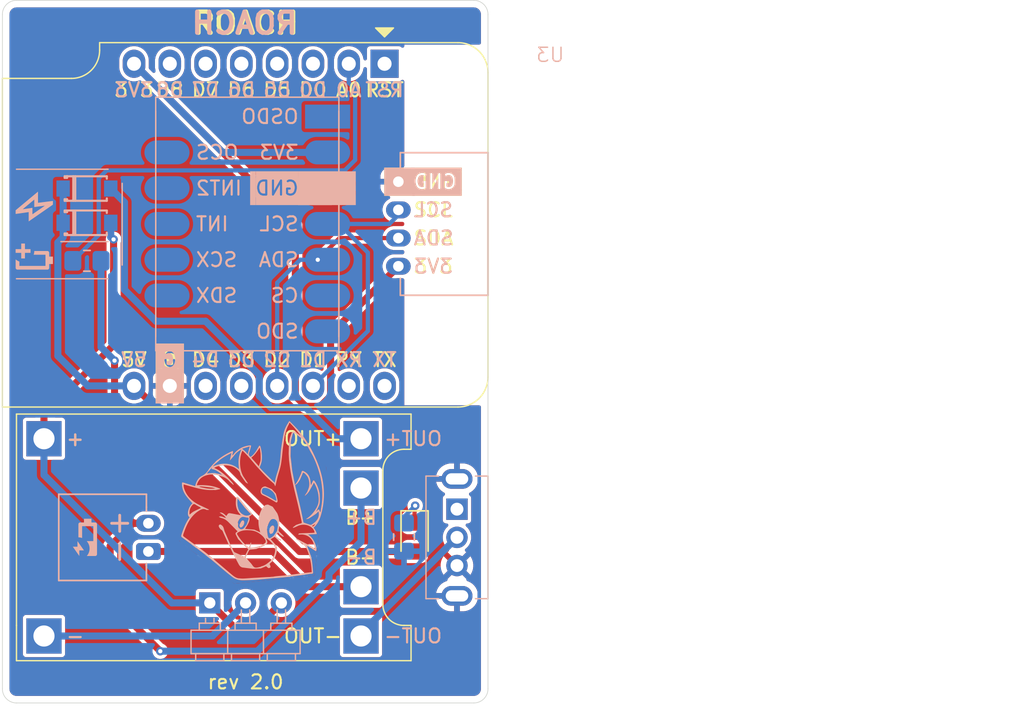
<source format=kicad_pcb>
(kicad_pcb (version 20241229) (generator "pcbnew") (generator_version "9.0")
  (layers (0 "F.Cu" signal) (2 "B.Cu" signal) (13 "F.Paste" user) (15 "B.Paste" user) (5 "F.SilkS" user "F.Silkscreen") (7 "B.SilkS" user "B.Silkscreen") (1 "F.Mask" user) (3 "B.Mask" user) (25 "Edge.Cuts" user))
  (net 0 "")
  (net 11 "GND")
  (net 13 "+5V")
  (net 14 "+3V3")
  (net 20 "/SDA")
  (net 21 "/VIN")
  (net 22 "/OUT+")
  (net 23 "/OUT-")
  (net 24 "/SCL")
  (net 25 "/Sense")
  (net 26 "/Batt+")
  (net 27 "/Batt-")
  (net 28 "/LED_PWR")
  (net 29 "/GIN")
  (footprint "custom:WEMOS_D1_mini_light_labeled_both_sides_1" (layer "F.Cu") (at 94.12 84.3 -90)
    (property "Reference" "U1" (hide yes))
    (property "Value" "WeMos_D1_mini" (hide yes))
  )
  (footprint "custom:TP4056_both_sides_1" (layer "F.Cu") (at 68.5 109.16)
    (property "Reference" "U2" (hide yes))
    (property "Value" "TP4056_Board" (hide yes))
  )
  (footprint "LED_SMD:LED_0805_2012Metric_Pad1.15x1.40mm_HandSolder" (layer "F.Cu") (at 96.75 117.8875 -90)
    (property "Reference" "D3" (hide yes))
    (property "Value" "D" (hide yes))
  )
  (footprint "custom:SW-TH_SK12D07VG4_custom" (layer "B.Cu") (at 99.76 117.91 -90)
    (property "Reference" "SW1" (hide yes))
    (property "Value" "SK12D07VG4" (hide yes))
  )
  (footprint "Resistor_SMD:R_0805_2012Metric_Pad1.20x1.40mm_HandSolder" (layer "B.Cu") (at 96 117.89 90)
    (property "Reference" "R3" (hide yes))
    (property "Value" "R" (hide yes))
  )
  (footprint "custom:LSM6DSR _Board" (layer "B.Cu") (at 91.38 86.67 180)
    (property "Reference" "U3")
    (property "Value" "BMI160_Board")
  )
  (footprint "custom:SOD-123_L2.8-W1.8-LS3.7-RD_custom" (layer "B.Cu") (at 73.5 93.155)
    (property "Reference" "D2" (hide yes))
    (property "Value" "B5817W_C8597" (hide yes))
  )
  (footprint "custom:pogo_3_pin_right_angle" (layer "B.Cu") (at 82.2175 122.56 -90)
    (property "Reference" "J3" (hide yes))
    (property "Value" "Conn_01x03_Pin" (hide yes))
  )
  (footprint "custom:JST_PH_S4B-PH-K_1x04_P2.00mm_Horizontal_labelled_1" (layer "B.Cu") (at 95.6 92.67 -90)
    (property "Reference" "J1" (hide yes))
    (property "Value" "Conn_01x04_Pin" (hide yes))
  )
  (footprint "Connector_JST:JST_PH_S2B-PH-K_1x02_P2.00mm_Horizontal" (layer "B.Cu") (at 77.86 118.91 90)
    (property "Reference" "BT1" (hide yes))
    (property "Value" "Battery_Cell" (hide yes))
  )
  (footprint "custom:SOD-123_L2.8-W1.8-LS3.7-RD_custom" (layer "B.Cu") (at 73.5 95.585)
    (property "Reference" "D1" (hide yes))
    (property "Value" "B5817W_C8597" (hide yes))
  )
  (footprint "Resistor_SMD:R_0805_2012Metric_Pad1.20x1.40mm_HandSolder" (layer "B.Cu") (at 73.5 98.285)
    (property "Reference" "R1" (hide yes))
    (property "Value" "R" (hide yes))
  )
  (gr_line (start 101.34 113.35) (end 101.34 114.1) (stroke (width 0.25)) (layer "F.Cu") (net 11))
  (gr_line (start 101.34 121.7) (end 101.34 122.45) (stroke (width 0.25)) (layer "F.Cu") (net 11))
  (gr_poly (pts (xy 84.178457 119.479966) (xy 84.310098 119.706991) (xy 84.320759 119.727159) (xy 84.330814 119.747492) (xy 84.350039 119.787893) (xy 84.359674 119.807582) (xy 84.369631 119.826683) (xy 84.380147 119.845002) (xy 84.391449 119.862355) (xy 84.397468 119.870608) (xy 84.403773 119.87855) (xy 84.410393 119.886154) (xy 84.417357 119.893398) (xy 84.424691 119.900259) (xy 84.432425 119.906712) (xy 84.440591 119.912736) (xy 84.449216 119.918304) (xy 84.458325 119.923397) (xy 84.467956 119.927985) (xy 84.478132 119.932051) (xy 84.488884 119.935566) (xy 84.500238 119.938509) (xy 84.512228 119.940857) (xy 84.52488 119.942587) (xy 84.538222 119.943672) (xy 84.563043 119.949171) (xy 84.586467 119.954758) (xy 84.608585 119.960388) (xy 84.629483 119.966013) (xy 84.649252 119.971587) (xy 84.667979 119.977061) (xy 84.702669 119.98753) (xy 84.867748 119.728739) (xy 84.877537 119.720885) (xy 84.886276 119.713229) (xy 84.890247 119.709465) (xy 84.893945 119.705739) (xy 84.897374 119.702047) (xy 84.900526 119.698385) (xy 84.903398 119.694749) (xy 84.90599 119.691139) (xy 84.908297 119.687546) (xy 84.91032 119.683967) (xy 84.912053 119.680403) (xy 84.913494 119.676845) (xy 84.914643 119.673293) (xy 84.915495 119.669738) (xy 84.916047 119.666184) (xy 84.916299 119.662618) (xy 84.916243 119.659046) (xy 84.915883 119.655457) (xy 84.915212 119.651851) (xy 84.914227 119.648224) (xy 84.91293 119.644569) (xy 84.911313 119.640886) (xy 84.909376 119.63717) (xy 84.907119 119.633416) (xy 84.904535 119.629619) (xy 84.901621 119.625783) (xy 84.898379 119.621897) (xy 84.8948 119.617958) (xy 84.89089 119.613963) (xy 84.886637 119.609912) (xy 84.870347 119.594609) (xy 84.854274 119.579076) (xy 84.838372 119.563357) (xy 84.82259 119.54751) (xy 84.759718 119.483841) (xy 84.664007 119.41725) (xy 84.57188 119.352585) (xy 84.393981 119.226744)) (fill yes) (layer "B.Cu"))
  (gr_poly (pts (xy 86.709273 116.598708) (xy 86.692588 116.600636) (xy 86.675991 116.603738) (xy 86.659513 116.608019) (xy 86.643187 116.61349) (xy 86.62705 116.62015) (xy 86.611134 116.628015) (xy 86.595479 116.637087) (xy 86.580113 116.647375) (xy 86.565074 116.658885) (xy 86.5504 116.671627) (xy 86.536119 116.685602) (xy 86.522271 116.700823) (xy 86.508889 116.717295) (xy 86.496005 116.735025) (xy 86.480097 116.759102) (xy 86.46501 116.783742) (xy 86.450657 116.808885) (xy 86.43696 116.834482) (xy 86.423838 116.86047) (xy 86.411207 116.886799) (xy 86.3871 116.940248) (xy 86.341209 117.048744) (xy 86.318124 117.102899) (xy 86.294076 117.156398) (xy 86.293657 117.165271) (xy 86.293232 117.172805) (xy 86.2928 117.179191) (xy 86.292358 117.18462) (xy 86.291466 117.193371) (xy 86.290561 117.200595) (xy 86.287273 117.246189) (xy 86.283545 117.287843) (xy 86.279523 117.326877) (xy 86.275354 117.364594) (xy 86.283579 117.427975) (xy 86.290946 117.490213) (xy 86.305236 117.611481) (xy 86.313228 117.670621) (xy 86.322498 117.728836) (xy 86.333576 117.786186) (xy 86.339961 117.814553) (xy 86.347 117.842723) (xy 86.350464 117.85518) (xy 86.354126 117.866959) (xy 86.357993 117.878068) (xy 86.362065 117.888506) (xy 86.366346 117.89828) (xy 86.370838 117.907394) (xy 86.375544 117.915852) (xy 86.380467 117.923661) (xy 86.385612 117.930822) (xy 86.390982 117.937341) (xy 86.396578 117.943221) (xy 86.402405 117.948468) (xy 86.408467 117.953083) (xy 86.414761 117.957074) (xy 86.421295 117.960446) (xy 86.428074 117.963201) (xy 86.435096 117.965344) (xy 86.442367 117.966879) (xy 86.449887 117.967812) (xy 86.457666 117.968145) (xy 86.465699 117.967883) (xy 86.473993 117.967029) (xy 86.482551 117.965593) (xy 86.491379 117.963573) (xy 86.500472 117.960976) (xy 86.509841 117.957808) (xy 86.519486 117.954069) (xy 86.529408 117.94977) (xy 86.539613 117.944907) (xy 86.550101 117.93949) (xy 86.560878 117.933523) (xy 86.571948 117.927008) (xy 86.586787 117.917775) (xy 86.601412 117.90819) (xy 86.615854 117.898294) (xy 86.630125 117.88812) (xy 86.658247 117.867072) (xy 86.685945 117.845324) (xy 86.740745 117.800842) (xy 86.768178 117.77866) (xy 86.79586 117.756889) (xy 86.846515 117.674615) (xy 86.895802 117.596169) (xy 86.99209 117.445661) (xy 87.021466 117.26989) (xy 87.027183 117.235025) (xy 86.797508 117.235025) (xy 86.797159 117.247267) (xy 86.79642 117.259614) (xy 86.795343 117.272063) (xy 86.79398 117.284616) (xy 86.790598 117.310019) (xy 86.78668 117.335819) (xy 86.78263 117.362006) (xy 86.778853 117.388568) (xy 86.772853 117.40174) (xy 86.767155 117.414952) (xy 86.756424 117.44134) (xy 86.735951 117.49302) (xy 86.725251 117.517753) (xy 86.719577 117.529719) (xy 86.713607 117.541373) (xy 86.707279 117.552681) (xy 86.700539 117.563605) (xy 86.693319 117.57411) (xy 86.685566 117.584164) (xy 86.678604 117.59218) (xy 86.671013 117.600025) (xy 86.662857 117.607656) (xy 86.654194 117.615025) (xy 86.645083 117.622089) (xy 86.635586 117.628811) (xy 86.625757 117.635139) (xy 86.615659 117.641033) (xy 86.605349 117.64645) (xy 86.594892 117.651346) (xy 86.584339 117.655677) (xy 86.573757 117.6594) (xy 86.563199 117.66247) (xy 86.552728 117.664844) (xy 86.542402 117.666476) (xy 86.532283 117.667329) (xy 86.529658 117.667216) (xy 86.526941 117.666662) (xy 86.524146 117.665689) (xy 86.521273 117.664311) (xy 86.518343 117.66255) (xy 86.515352 117.660432) (xy 86.512319 117.657968) (xy 86.509249 117.65518) (xy 86.506151 117.652092) (xy 86.503034 117.648719) (xy 86.499906 117.645082) (xy 86.496778 117.641203) (xy 86.490553 117.63279) (xy 86.484431 117.623643) (xy 86.478485 117.613913) (xy 86.472785 117.603761) (xy 86.467403 117.593349) (xy 86.462412 117.58283) (xy 86.457879 117.572365) (xy 86.453878 117.562111) (xy 86.450483 117.552224) (xy 86.447762 117.542867) (xy 86.44552 117.53307) (xy 86.443821 117.523107) (xy 86.442626 117.512998) (xy 86.441884 117.50276) (xy 86.441559 117.492406) (xy 86.441601 117.48196) (xy 86.441971 117.471433) (xy 86.442626 117.46085) (xy 86.444602 117.43957) (xy 86.447188 117.418261) (xy 86.452781 117.376115) (xy 86.453838 117.368566) (xy 86.455115 117.361036) (xy 86.456602 117.353511) (xy 86.458273 117.345981) (xy 86.462131 117.330849) (xy 86.466564 117.315545) (xy 86.471446 117.299973) (xy 86.476655 117.284039) (xy 86.487556 117.250701) (xy 86.492806 117.241645) (xy 86.497806 117.23253) (xy 86.507255 117.214283) (xy 86.516275 117.196303) (xy 86.52524 117.178926) (xy 86.529819 117.170567) (xy 86.534523 117.16249) (xy 86.539401 117.154731) (xy 86.544497 117.147337) (xy 86.54986 117.140346) (xy 86.555534 117.133807) (xy 86.561568 117.127756) (xy 86.568009 117.122236) (xy 86.575621 117.116473) (xy 86.583704 117.11079) (xy 86.592196 117.105245) (xy 86.601034 117.099896) (xy 86.610156 117.094797) (xy 86.619506 117.090005) (xy 86.629016 117.085581) (xy 86.638632 117.081573) (xy 86.648287 117.078045) (xy 86.657923 117.075048) (xy 86.667476 117.072644) (xy 86.676889 117.070885) (xy 86.686097 117.069832) (xy 86.695042 117.069537) (xy 86.699395 117.069692) (xy 86.703658 117.070059) (xy 86.707828 117.070642) (xy 86.711891 117.071453) (xy 86.715241 117.072385) (xy 86.718603 117.073625) (xy 86.721975 117.075162) (xy 86.725343 117.07698) (xy 86.728705 117.079066) (xy 86.732058 117.081409) (xy 86.735389 117.083992) (xy 86.738696 117.086803) (xy 86.741973 117.089827) (xy 86.745209 117.093051) (xy 86.748403 117.096462) (xy 86.751546 117.100048) (xy 86.757654 117.107682) (xy 86.763486 117.115846) (xy 86.768986 117.124429) (xy 86.774106 117.133322) (xy 86.778797 117.142418) (xy 86.783007 117.15161) (xy 86.786684 117.160783) (xy 86.789779 117.169834) (xy 86.792239 117.178651) (xy 86.793218 117.182937) (xy 86.794017 117.187126) (xy 86.795727 117.198939) (xy 86.796844 117.210858) (xy 86.797421 117.222888) (xy 86.797508 117.235025) (xy 87.027183 117.235025) (xy 87.048425 117.105509) (xy 87.05151 117.080376) (xy 87.053773 117.055826) (xy 87.055194 117.031827) (xy 87.055738 117.008352) (xy 87.055384 116.985369) (xy 87.054103 116.962848) (xy 87.051869 116.94076) (xy 87.048655 116.919074) (xy 87.044433 116.897764) (xy 87.039178 116.876792) (xy 87.032863 116.856135) (xy 87.025459 116.83576) (xy 87.016944 116.815641) (xy 87.007288 116.795744) (xy 86.996463 116.77604) (xy 86.984445 116.756497) (xy 86.972176 116.738525) (xy 86.959365 116.721598) (xy 86.946048 116.70572) (xy 86.932261 116.690905) (xy 86.918038 116.677157) (xy 86.903417 116.664479) (xy 86.888427 116.652884) (xy 86.873103 116.64238) (xy 86.857486 116.632967) (xy 86.841605 116.624659) (xy 86.825498 116.617457) (xy 86.809195 116.611372) (xy 86.792735 116.606412) (xy 86.776151 116.602582) (xy 86.759478 116.59989) (xy 86.74275 116.598343) (xy 86.726002 116.597946)) (fill yes) (layer "B.Cu"))
  (gr_poly (pts (xy 88.186256 110.490946) (xy 88.180725 110.491464) (xy 88.175331 110.492406) (xy 88.170076 110.493774) (xy 88.164963 110.495563) (xy 88.159997 110.497765) (xy 88.155179 110.500386) (xy 88.150513 110.503417) (xy 88.146002 110.506855) (xy 88.14165 110.510696) (xy 88.137462 110.514938) (xy 88.133439 110.519577) (xy 88.129587 110.524608) (xy 88.125906 110.530032) (xy 88.122403 110.535841) (xy 88.119079 110.542035) (xy 88.115936 110.548609) (xy 88.112982 110.55556) (xy 88.110217 110.562884) (xy 88.107646 110.570577) (xy 88.090816 110.625576) (xy 88.074714 110.680808) (xy 88.044305 110.791832) (xy 88.015649 110.903364) (xy 87.987971 111.015119) (xy 87.985619 111.025288) (xy 87.983524 111.035523) (xy 87.980012 111.056157) (xy 87.977219 111.076967) (xy 87.974947 111.097902) (xy 87.971121 111.13995) (xy 87.969155 111.16096) (xy 87.966877 111.181893) (xy 87.959391 111.677084) (xy 87.950507 112.15922) (xy 87.982547 112.417764) (xy 88.012404 112.67188) (xy 88.068467 113.172739) (xy 88.261881 114.185242) (xy 88.299699 114.136403) (xy 88.335368 114.087122) (xy 88.369048 114.037436) (xy 88.400901 113.98739) (xy 88.431091 113.937019) (xy 88.459773 113.886363) (xy 88.487115 113.835461) (xy 88.513271 113.784356) (xy 88.562681 113.681678) (xy 88.609296 113.578645) (xy 88.699285 113.372763) (xy 88.700248 113.368269) (xy 88.7012 113.36411) (xy 88.702138 113.36026) (xy 88.70306 113.356703) (xy 88.703962 113.35341) (xy 88.704846 113.350361) (xy 88.706535 113.344896) (xy 88.709563 113.335854) (xy 88.710862 113.331909) (xy 88.711993 113.328099) (xy 88.720024 113.299633) (xy 88.727715 113.274669) (xy 88.735297 113.253104) (xy 88.73912 113.243564) (xy 88.743 113.234839) (xy 88.746968 113.226914) (xy 88.751049 113.219776) (xy 88.755274 113.213414) (xy 88.759674 113.207815) (xy 88.764272 113.202965) (xy 88.769102 113.198853) (xy 88.774187 113.195464) (xy 88.779563 113.192792) (xy 88.78525 113.190819) (xy 88.79128 113.189534) (xy 88.797686 113.188922) (xy 88.804489 113.188977) (xy 88.811723 113.189677) (xy 88.819414 113.191018) (xy 88.827592 113.192985) (xy 88.836283 113.195564) (xy 88.845519 113.198743) (xy 88.855325 113.202509) (xy 88.876768 113.211759) (xy 88.900841 113.223207) (xy 88.927773 113.23676) (xy 88.978123 113.264642) (xy 89.0249 113.294792) (xy 89.068198 113.327141) (xy 89.108124 113.361627) (xy 89.144774 113.398185) (xy 89.178256 113.436749) (xy 89.208667 113.477256) (xy 89.236111 113.519637) (xy 89.260691 113.563829) (xy 89.282508 113.609772) (xy 89.301661 113.657394) (xy 89.318255 113.706631) (xy 89.332391 113.757419) (xy 89.344168 113.809697) (xy 89.353693 113.863394) (xy 89.361064 113.918447) (xy 89.368444 113.98832) (xy 89.372217 114.023528) (xy 89.376468 114.059016) (xy 89.381524 114.094863) (xy 89.387699 114.131147) (xy 89.395315 114.167938) (xy 89.399763 114.186551) (xy 89.40469 114.205319) (xy 89.461458 114.073581) (xy 89.49027 114.007914) (xy 89.520067 113.942718) (xy 89.525555 113.931246) (xy 89.528557 113.925215) (xy 89.531716 113.919093) (xy 89.535018 113.91296) (xy 89.538449 113.906897) (xy 89.542003 113.900985) (xy 89.545666 113.895309) (xy 89.549426 113.889941) (xy 89.553269 113.88497) (xy 89.555219 113.882654) (xy 89.557185 113.880467) (xy 89.559168 113.878421) (xy 89.561164 113.876522) (xy 89.563173 113.874782) (xy 89.565194 113.873212) (xy 89.567221 113.871819) (xy 89.56926 113.870617) (xy 89.571303 113.869613) (xy 89.573351 113.868818) (xy 89.575404 113.868241) (xy 89.577459 113.867898) (xy 89.579844 113.867727) (xy 89.582292 113.867744) (xy 89.584798 113.86794) (xy 89.587358 113.868305) (xy 89.589968 113.868835) (xy 89.592617 113.869522) (xy 89.595305 113.870361) (xy 89.598022 113.871343) (xy 89.600762 113.872461) (xy 89.603526 113.873709) (xy 89.609088 113.876568) (xy 89.614664 113.879865) (xy 89.620208 113.883549) (xy 89.625679 113.887562) (xy 89.631028 113.891849) (xy 89.636215 113.896359) (xy 89.641193 113.901035) (xy 89.64592 113.905821) (xy 89.650351 113.910667) (xy 89.654441 113.915514) (xy 89.658146 113.920311) (xy 89.690333 113.96565) (xy 89.720739 114.011758) (xy 89.749426 114.058606) (xy 89.776456 114.106164) (xy 89.801903 114.154401) (xy 89.825825 114.203289) (xy 89.848297 114.252797) (xy 89.869379 114.302897) (xy 89.889141 114.35356) (xy 89.907645 114.404755) (xy 89.924964 114.456453) (xy 89.941158 114.508628) (xy 89.970442 114.614273) (xy 89.996035 114.72146) (xy 90.001587 114.747291) (xy 90.006898 114.773169) (xy 90.017359 114.824956) (xy 90.029972 115.165912) (xy 90.030962 115.248528) (xy 90.029267 115.330183) (xy 90.027128 115.37066) (xy 90.023977 115.41091) (xy 90.019701 115.450942) (xy 90.014182 115.490755) (xy 90.008578 115.5214) (xy 90.001435 115.551808) (xy 89.992902 115.581997) (xy 89.98314 115.611997) (xy 89.972292 115.64183) (xy 89.960517 115.671514) (xy 89.934798 115.730551) (xy 89.907196 115.789294) (xy 89.878938 115.847934) (xy 89.851248 115.90666) (xy 89.825344 115.965664) (xy 89.823138 115.969802) (xy 89.821013 115.973626) (xy 89.81896 115.977156) (xy 89.816978 115.980413) (xy 89.81506 115.983417) (xy 89.813202 115.986189) (xy 89.811397 115.988751) (xy 89.809639 115.991124) (xy 89.807923 115.993328) (xy 89.806247 115.995386) (xy 89.804602 115.997316) (xy 89.802983 115.999143) (xy 89.799803 116.002564) (xy 89.796669 116.005815) (xy 89.789897 116.015731) (xy 89.787289 116.019589) (xy 89.785119 116.022882) (xy 89.783317 116.025742) (xy 89.782536 116.02705) (xy 89.78182 116.028298) (xy 89.781168 116.029501) (xy 89.780568 116.030677) (xy 89.780012 116.03184) (xy 89.779494 116.033006) (xy 89.777709 116.039135) (xy 89.776049 116.044448) (xy 89.774486 116.04906) (xy 89.773016 116.053089) (xy 89.77161 116.05665) (xy 89.770258 116.059865) (xy 89.768937 116.062844) (xy 89.767634 116.065705) (xy 89.784238 116.064732) (xy 89.786138 116.06195) (xy 89.787946 116.059434) (xy 89.789666 116.057167) (xy 89.791302 116.055129) (xy 89.792869 116.0533) (xy 89.794363 116.051667) (xy 89.795795 116.050209) (xy 89.797174 116.04891) (xy 89.798497 116.047754) (xy 89.79978 116.046721) (xy 89.801025 116.045791) (xy 89.802238 116.044949) (xy 89.803423 116.044181) (xy 89.804592 116.043464) (xy 89.806896 116.042114) (xy 89.809029 116.039029) (xy 89.811099 116.036181) (xy 89.813108 116.033556) (xy 89.815066 116.031135) (xy 89.816973 116.028905) (xy 89.818835 116.026849) (xy 89.820655 116.02495) (xy 89.822437 116.023194) (xy 89.824186 116.021565) (xy 89.825906 116.020045) (xy 89.827602 116.01862) (xy 89.829274 116.017273) (xy 89.832577 116.014753) (xy 89.835846 116.012359) (xy 89.85664 115.991818) (xy 89.875364 115.974186) (xy 89.892201 115.959502) (xy 89.899965 115.953274) (xy 89.907331 115.947791) (xy 89.914316 115.943066) (xy 89.920939 115.939097) (xy 89.927232 115.935887) (xy 89.933212 115.933443) (xy 89.938904 115.931768) (xy 89.944328 115.930865) (xy 89.949512 115.930742) (xy 89.954474 115.9314) (xy 89.959239 115.932843) (xy 89.963831 115.935078) (xy 89.96827 115.938104) (xy 89.972583 115.941929) (xy 89.97679 115.946559) (xy 89.980912 115.951992) (xy 89.984978 115.958237) (xy 89.989004 115.965298) (xy 89.993019 115.973176) (xy 89.997042 115.981878) (xy 90.005207 116.001764) (xy 90.013685 116.024997) (xy 90.022656 116.051601) (xy 90.025554 116.060269) (xy 90.027105 116.064611) (xy 90.028769 116.068965) (xy 90.030583 116.073337) (xy 90.032589 116.077727) (xy 90.034822 116.082144) (xy 90.037318 116.086591) (xy 90.040113 116.091068) (xy 90.043247 116.095589) (xy 90.046754 116.10015) (xy 90.050675 116.104756) (xy 90.055044 116.109419) (xy 90.059898 116.114134) (xy 90.065278 116.118911) (xy 90.071216 116.123753) (xy 90.101935 115.932956) (xy 90.133686 115.742253) (xy 90.148709 115.646827) (xy 90.162496 115.55129) (xy 90.174555 115.455598) (xy 90.184389 115.35971) (xy 90.199094 115.148821) (xy 90.20561 114.939518) (xy 90.204129 114.73177) (xy 90.194846 114.525549) (xy 90.177949 114.320816) (xy 90.153631 114.11754) (xy 90.12208 113.915688) (xy 90.08349 113.715223) (xy 90.038052 113.516115) (xy 89.985955 113.318331) (xy 89.927396 113.121833) (xy 89.86256 112.92659) (xy 89.791638 112.73257) (xy 89.714828 112.53974) (xy 89.632315 112.348062) (xy 89.544295 112.157505) (xy 89.416388 111.925477) (xy 89.291757 111.696142) (xy 89.047953 111.241973) (xy 89.047107 111.241094) (xy 89.046304 111.240252) (xy 89.045549 111.239448) (xy 89.044837 111.238685) (xy 89.044168 111.237957) (xy 89.043542 111.23727) (xy 89.042955 111.236614) (xy 89.042406 111.235995) (xy 89.041897 111.235411) (xy 89.041422 111.234859) (xy 89.040579 111.233854) (xy 89.039864 111.232976) (xy 89.039269 111.232216) (xy 89.038783 111.231567) (xy 89.038396 111.231027) (xy 89.038096 111.230585) (xy 89.037872 111.230239) (xy 89.037718 111.229982) (xy 89.037622 111.229804) (xy 89.037556 111.22967) (xy 89.033084 111.220881) (xy 89.028933 111.212833) (xy 89.021187 111.197967) (xy 89.020418 111.197309) (xy 89.019659 111.196691) (xy 89.018917 111.19612) (xy 89.018189 111.195587) (xy 89.017473 111.195094) (xy 89.016775 111.194641) (xy 89.016089 111.19422) (xy 89.015424 111.193836) (xy 89.014777 111.193486) (xy 89.014147 111.193166) (xy 89.013535 111.192878) (xy 89.012945 111.192617) (xy 89.012376 111.192383) (xy 89.011828 111.192175) (xy 89.011305 111.191994) (xy 89.010803 111.191833) (xy 89.009874 111.191575) (xy 89.009049 111.191389) (xy 89.008329 111.191267) (xy 89.007732 111.191191) (xy 89.007253 111.191154) (xy 89.006903 111.191144) (xy 89.006614 111.191146) (xy 89.006503 111.188875) (xy 89.006256 111.186583) (xy 89.005878 111.184278) (xy 89.005382 111.181957) (xy 89.004776 111.179619) (xy 89.00407 111.177269) (xy 89.003273 111.174907) (xy 89.00239 111.172534) (xy 89.001436 111.170154) (xy 89.000416 111.167762) (xy 88.998221 111.162959) (xy 88.995882 111.158136) (xy 88.993463 111.153303) (xy 88.974903 111.131641) (xy 88.957311 111.110665) (xy 88.940551 111.090278) (xy 88.924481 111.070384) (xy 88.893862 111.031671) (xy 88.864344 110.99375) (xy 88.711234 110.874681) (xy 88.561786 110.757138) (xy 88.268913 110.524687) (xy 88.261933 110.519338) (xy 88.255044 110.51446) (xy 88.24825 110.510049) (xy 88.241553 110.506102) (xy 88.234957 110.502617) (xy 88.228469 110.49959) (xy 88.222085 110.49702) (xy 88.215817 110.4949) (xy 88.209661 110.493226) (xy 88.203622 110.491997) (xy 88.197709 110.491211) (xy 88.191917 110.490863)) (fill yes) (layer "B.Cu") (net 11))
  (gr_poly (pts (xy 84.387483 111.711393) (xy 84.323552 111.751446) (xy 84.292727 111.771892) (xy 84.262661 111.792682) (xy 84.233346 111.813866) (xy 84.204779 111.83549) (xy 84.176956 111.857605) (xy 84.149876 111.88026) (xy 84.12353 111.903504) (xy 84.097916 111.927385) (xy 84.073029 111.951951) (xy 84.048871 111.97725) (xy 84.02543 112.003332) (xy 84.002705 112.030248) (xy 83.828779 112.245771) (xy 83.78362 112.299773) (xy 83.736928 112.353519) (xy 83.688272 112.406853) (xy 83.663071 112.43332) (xy 83.637222 112.459624) (xy 83.75645 111.924444) (xy 83.56925 112.017189) (xy 83.477942 112.065572) (xy 83.388143 112.115459) (xy 83.299841 112.166983) (xy 83.213016 112.220261) (xy 83.127662 112.275421) (xy 83.04376 112.332584) (xy 82.961294 112.391882) (xy 82.880258 112.453434) (xy 82.800629 112.517364) (xy 82.722393 112.583804) (xy 82.645541 112.652872) (xy 82.570056 112.724692) (xy 82.495922 112.799392) (xy 82.423127 112.8771) (xy 83.189333 112.763079) (xy 83.188753 112.762056) (xy 83.191328 112.761445) (xy 83.205133 112.761368) (xy 83.261588 112.765077) (xy 83.443751 112.782361) (xy 83.716024 112.811555) (xy 84.287501 113.056326) (xy 84.291779 113.041035) (xy 84.274793 112.907059) (xy 84.262833 112.773803) (xy 84.25899 112.707441) (xy 84.256708 112.641254) (xy 84.256084 112.575242) (xy 84.257221 112.5094) (xy 84.260218 112.44373) (xy 84.265175 112.378228) (xy 84.272195 112.312893) (xy 84.281376 112.247724) (xy 84.292823 112.182721) (xy 84.306632 112.117878) (xy 84.322902 112.053198) (xy 84.341739 111.988675) (xy 84.353456 111.952338) (xy 84.365861 111.915838) (xy 84.392713 111.840823) (xy 84.454489 111.672133)) (fill yes) (layer "B.Cu") (net 11))
  (gr_poly (pts (xy 82.416003 112.880734) (xy 82.413773 112.883255) (xy 82.411704 112.885548) (xy 82.409782 112.887627) (xy 82.407997 112.889509) (xy 82.406336 112.891209) (xy 82.404791 112.892749) (xy 82.403346 112.894141) (xy 82.401996 112.8954) (xy 82.400725 112.896548) (xy 82.399519 112.897595) (xy 82.398375 112.898561) (xy 82.396206 112.900316) (xy 82.394136 112.901942) (xy 82.39257 112.904536) (xy 82.391067 112.906903) (xy 82.389622 112.909058) (xy 82.38823 112.911017) (xy 82.386886 112.912796) (xy 82.38559 112.914407) (xy 82.384332 112.915869) (xy 82.383111 112.917194) (xy 82.381923 112.918398) (xy 82.380764 112.919498) (xy 82.379632 112.920509) (xy 82.378516 112.921441) (xy 82.377419 112.922317) (xy 82.376334 112.923144) (xy 82.374185 112.92473) (xy 82.372742 112.927317) (xy 82.371341 112.929668) (xy 82.36997 112.931795) (xy 82.368635 112.933717) (xy 82.367329 112.935449) (xy 82.366049 112.937007) (xy 82.364799 112.938406) (xy 82.363566 112.939664) (xy 82.362357 112.940794) (xy 82.361164 112.941814) (xy 82.359986 112.942738) (xy 82.358821 112.943586) (xy 82.357664 112.944367) (xy 82.356519 112.945105) (xy 82.354234 112.946498) (xy 82.271338 113.051307) (xy 82.189136 113.153065) (xy 82.025878 113.351502) (xy 82.039218 113.378883) (xy 82.106322 113.368633) (xy 82.173185 113.360739) (xy 82.239819 113.355155) (xy 82.306232 113.351838) (xy 82.372428 113.350743) (xy 82.438421 113.351829) (xy 82.504216 113.35505) (xy 82.569826 113.360367) (xy 82.635256 113.367728) (xy 82.700513 113.377098) (xy 82.76561 113.38843) (xy 82.830553 113.401682) (xy 82.895349 113.416806) (xy 82.960007 113.433762) (xy 83.02454 113.452508) (xy 83.088951 113.472997) (xy 83.015575 113.407866) (xy 82.94093 113.345233) (xy 82.902945 113.315144) (xy 82.864424 113.286033) (xy 82.825288 113.258015) (xy 82.785468 113.231206) (xy 82.744889 113.205726) (xy 82.703476 113.18169) (xy 82.66116 113.159218) (xy 82.61786 113.138425) (xy 82.573509 113.119426) (xy 82.52803 113.102346) (xy 82.481352 113.087294) (xy 82.433397 113.074392) (xy 82.412271 113.069044) (xy 82.402356 113.066192) (xy 82.392983 113.063102) (xy 82.384239 113.059678) (xy 82.380127 113.057812) (xy 82.376202 113.055831) (xy 82.372475 113.053717) (xy 82.368962 113.051464) (xy 82.365662 113.049056) (xy 82.362596 113.046487) (xy 82.359768 113.043742) (xy 82.357193 113.040808) (xy 82.354877 113.037677) (xy 82.35283 113.034335) (xy 82.351068 113.030772) (xy 82.349596 113.026977) (xy 82.348429 113.022935) (xy 82.347574 113.018639) (xy 82.347043 113.014072) (xy 82.346846 113.00923) (xy 82.346992 113.004092) (xy 82.347497 112.998656) (xy 82.348364 112.992904) (xy 82.349606 112.986826) (xy 82.351236 112.98041) (xy 82.353263 112.973647) (xy 82.353701 112.971809) (xy 82.354155 112.970073) (xy 82.354626 112.968433) (xy 82.355112 112.966889) (xy 82.355612 112.965434) (xy 82.356125 112.964069) (xy 82.356653 112.962788) (xy 82.357193 112.961588) (xy 82.357744 112.960467) (xy 82.35831 112.959422) (xy 82.358885 112.958446) (xy 82.35947 112.957541) (xy 82.360069 112.9567) (xy 82.360676 112.955921) (xy 82.361291 112.955201) (xy 82.361915 112.954537) (xy 82.362549 112.953924) (xy 82.363188 112.953359) (xy 82.363836 112.95284) (xy 82.36449 112.952365) (xy 82.365152 112.951927) (xy 82.365818 112.951526) (xy 82.367168 112.950819) (xy 82.368532 112.950215) (xy 82.369907 112.949687) (xy 82.372682 112.948765) (xy 82.373369 112.947462) (xy 82.374054 112.946234) (xy 82.374743 112.945076) (xy 82.375428 112.943985) (xy 82.376114 112.942963) (xy 82.376801 112.942004) (xy 82.377488 112.941106) (xy 82.378175 112.940268) (xy 82.37886 112.939487) (xy 82.379545 112.93876) (xy 82.380232 112.938085) (xy 82.380917 112.937459) (xy 82.381604 112.936881) (xy 82.382289 112.93635) (xy 82.382973 112.935861) (xy 82.38366 112.935409) (xy 82.384345 112.934998) (xy 82.385031 112.934623) (xy 82.386401 112.933966) (xy 82.387772 112.933424) (xy 82.389141 112.932978) (xy 82.390511 112.932608) (xy 82.391884 112.932292) (xy 82.394623 112.931761) (xy 82.397156 112.929752) (xy 82.399508 112.927918) (xy 82.403708 112.924698) (xy 82.410387 112.919682) (xy 82.413033 112.917658) (xy 82.414217 112.916715) (xy 82.415327 112.915803) (xy 82.416372 112.914903) (xy 82.417359 112.914006) (xy 82.418302 112.91309) (xy 82.419208 112.91215) (xy 82.423392 112.906944) (xy 82.427032 112.902354) (xy 82.430209 112.898293) (xy 82.432998 112.894673) (xy 82.437731 112.888395) (xy 82.441849 112.882817) (xy 82.418405 112.877967)) (fill yes) (layer "B.Cu") (net 11))
  (gr_poly (pts (xy 84.053174 119.104387) (xy 84.048981 119.104744) (xy 84.045019 119.105392) (xy 84.041288 119.106321) (xy 84.037787 119.107524) (xy 84.034515 119.108992) (xy 84.031476 119.110716) (xy 84.028664 119.112691) (xy 84.026082 119.1149) (xy 84.023727 119.117342) (xy 84.021601 119.120008) (xy 84.019706 119.12289) (xy 84.018033 119.125975) (xy 84.016591 119.12926) (xy 84.015375 119.132733) (xy 84.014381 119.136387) (xy 84.013616 119.140214) (xy 84.013077 119.144204) (xy 84.012764 119.148351) (xy 84.012672 119.152643) (xy 84.012805 119.157073) (xy 84.013163 119.161635) (xy 84.013742 119.166318) (xy 84.014546 119.171117) (xy 84.015572 119.176019) (xy 84.018292 119.186105) (xy 84.020308 119.192209) (xy 84.02255 119.198245) (xy 84.025001 119.204216) (xy 84.027635 119.210132) (xy 84.030426 119.215997) (xy 84.033358 119.22182) (xy 84.039539 119.233367) (xy 84.052554 119.256262) (xy 84.059022 119.267722) (xy 84.06522 119.279265) (xy 84.083739 119.311463) (xy 84.101193 119.340943) (xy 84.118906 119.370178) (xy 84.138198 119.401651) (xy 84.301244 119.204359) (xy 84.27132 119.190597) (xy 84.242646 119.176961) (xy 84.188071 119.150858) (xy 84.161686 119.138783) (xy 84.135578 119.127619) (xy 84.122552 119.122439) (xy 84.109504 119.11756) (xy 84.096403 119.113009) (xy 84.083222 119.108806) (xy 84.07763 119.107246) (xy 84.072272 119.106027) (xy 84.067148 119.105139) (xy 84.062258 119.104576) (xy 84.057602 119.104329)) (fill yes) (layer "B.Cu"))
  (gr_poly (pts (xy 88.625163 113.810738) (xy 88.578559 113.883041) (xy 88.555665 113.917686) (xy 88.532775 113.951364) (xy 88.509697 113.984102) (xy 88.486229 114.015919) (xy 88.462175 114.04685) (xy 88.43734 114.076919) (xy 88.429708 114.085485) (xy 88.421702 114.09377) (xy 88.413328 114.101821) (xy 88.404598 114.109688) (xy 88.395526 114.117425) (xy 88.386116 114.125072) (xy 88.366343 114.140313) (xy 88.323262 114.171957) (xy 88.300129 114.189146) (xy 88.27605 114.207776) (xy 88.443099 114.912272) (xy 88.581966 115.499344) (xy 88.648165 115.7884) (xy 88.712226 116.076441) (xy 88.754708 116.276842) (xy 88.794812 116.475105) (xy 88.870061 116.854171) (xy 89.112472 116.939058) (xy 89.229216 116.978891) (xy 89.287207 116.997912) (xy 89.345224 117.016244) (xy 89.351339 117.017847) (xy 89.357785 117.019002) (xy 89.364511 117.019724) (xy 89.371458 117.020028) (xy 89.37858 117.01993) (xy 89.385822 117.019451) (xy 89.393131 117.018598) (xy 89.400456 117.017395) (xy 89.407742 117.015853) (xy 89.41494 117.013993) (xy 89.421992 117.011829) (xy 89.428849 117.009372) (xy 89.435459 117.006647) (xy 89.44177 117.003664) (xy 89.447723 117.00044) (xy 89.453273 116.996992) (xy 89.486853 116.974038) (xy 89.51999 116.950427) (xy 89.552779 116.926289) (xy 89.585314 116.901772) (xy 89.714733 116.802625) (xy 89.72445 116.789953) (xy 89.733678 116.778329) (xy 89.742492 116.767607) (xy 89.750958 116.757635) (xy 89.759145 116.748263) (xy 89.767124 116.739341) (xy 89.782733 116.722257) (xy 89.807606 116.690834) (xy 89.830485 116.659093) (xy 89.851389 116.62702) (xy 89.87034 116.5946) (xy 89.887368 116.561818) (xy 89.902483 116.528664) (xy 89.915719 116.495127) (xy 89.927094 116.461188) (xy 89.936629 116.426837) (xy 89.944346 116.392059) (xy 89.950269 116.35684) (xy 89.954418 116.321171) (xy 89.95682 116.285033) (xy 89.957493 116.248415) (xy 89.95646 116.211304) (xy 89.953745 116.173691) (xy 89.947209 116.142579) (xy 89.941816 116.115901) (xy 89.932014 116.065134) (xy 89.77045 116.227587) (xy 89.642175 116.316796) (xy 89.51584 116.402706) (xy 89.452896 116.444253) (xy 89.389834 116.484772) (xy 89.326453 116.524192) (xy 89.262548 116.562451) (xy 89.250019 116.569326) (xy 89.237104 116.575539) (xy 89.223822 116.581129) (xy 89.210198 116.586133) (xy 89.196255 116.590593) (xy 89.182015 116.594548) (xy 89.167504 116.598037) (xy 89.152743 116.601098) (xy 89.137757 116.603773) (xy 89.122567 116.606104) (xy 89.091671 116.609883) (xy 89.060244 116.612754) (xy 89.028471 116.615033) (xy 89.079505 116.584285) (xy 89.128925 116.55201) (xy 89.176796 116.518272) (xy 89.223193 116.483132) (xy 89.268189 116.446659) (xy 89.31185 116.408918) (xy 89.354254 116.369966) (xy 89.395461 116.32987) (xy 89.435556 116.288696) (xy 89.474597 116.246507) (xy 89.512665 116.203364) (xy 89.549825 116.159336) (xy 89.586149 116.11448) (xy 89.621709 116.068868) (xy 89.690823 115.975614) (xy 89.705543 115.9494) (xy 89.720074 115.924309) (xy 89.734442 115.900186) (xy 89.748675 115.876867) (xy 89.776836 115.832001) (xy 89.80478 115.788427) (xy 89.806387 115.783982) (xy 89.807958 115.779857) (xy 89.809497 115.77603) (xy 89.811 115.772485) (xy 89.812474 115.769198) (xy 89.813921 115.766144) (xy 89.815343 115.763307) (xy 89.816741 115.760662) (xy 89.818121 115.758191) (xy 89.819483 115.755868) (xy 89.820829 115.753674) (xy 89.822163 115.751588) (xy 89.824801 115.747652) (xy 89.827418 115.743891) (xy 89.82746 115.742742) (xy 89.827493 115.741665) (xy 89.827519 115.740659) (xy 89.827534 115.739718) (xy 89.827545 115.738845) (xy 89.827547 115.738031) (xy 89.827546 115.737281) (xy 89.82754 115.736587) (xy 89.827524 115.73595) (xy 89.827507 115.735364) (xy 89.827484 115.734831) (xy 89.827459 115.734346) (xy 89.827429 115.733908) (xy 89.827397 115.733515) (xy 89.827362 115.733163) (xy 89.827325 115.73285) (xy 89.827288 115.732573) (xy 89.82725 115.73233) (xy 89.82721 115.732122) (xy 89.827171 115.731943) (xy 89.82713 115.731789) (xy 89.827093 115.731664) (xy 89.827059 115.731562) (xy 89.827022 115.731481) (xy 89.826989 115.731417) (xy 89.826958 115.731367) (xy 89.826934 115.731337) (xy 89.826911 115.731313) (xy 89.826894 115.731297) (xy 89.82688 115.731292) (xy 89.826869 115.731291) (xy 89.84901 115.688851) (xy 89.868518 115.645996) (xy 89.885521 115.60275) (xy 89.900142 115.559128) (xy 89.912508 115.515156) (xy 89.922747 115.470854) (xy 89.930986 115.426236) (xy 89.937344 115.38133) (xy 89.941953 115.336153) (xy 89.944935 115.290723) (xy 89.946418 115.24507) (xy 89.94653 115.199205) (xy 89.945396 115.153153) (xy 89.943137 115.106931) (xy 89.935763 115.014073) (xy 89.928608 114.949013) (xy 89.919806 114.884479) (xy 89.909331 114.820469) (xy 89.897159 114.75697) (xy 89.883259 114.693972) (xy 89.867609 114.631473) (xy 89.850179 114.569457) (xy 89.830946 114.507919) (xy 89.809879 114.446849) (xy 89.786954 114.386241) (xy 89.762145 114.326082) (xy 89.735427 114.266367) (xy 89.706768 114.207089) (xy 89.676147 114.148234) (xy 89.643537 114.089797) (xy 89.608905 114.031769) (xy 89.576271 114.085814) (xy 89.501766 114.227327) (xy 89.427495 114.364871) (xy 89.352487 114.499232) (xy 89.3144 114.565466) (xy 89.275762 114.631203) (xy 89.267955 114.64392) (xy 89.259805 114.656434) (xy 89.251345 114.668763) (xy 89.242613 114.68093) (xy 89.224456 114.70486) (xy 89.205617 114.728381) (xy 89.166977 114.774853) (xy 89.147729 114.79813) (xy 89.128896 114.821652) (xy 89.108384 114.840797) (xy 89.088399 114.858918) (xy 89.068866 114.876167) (xy 89.049709 114.892685) (xy 89.012224 114.924119) (xy 88.975335 114.954391) (xy 88.958056 114.938319) (xy 89.060047 114.791622) (xy 89.069356 114.77577) (xy 89.078366 114.761061) (xy 89.087119 114.747329) (xy 89.095656 114.734416) (xy 89.104024 114.722156) (xy 89.112265 114.710386) (xy 89.128535 114.687661) (xy 89.146648 114.638319) (xy 89.165406 114.590269) (xy 89.202553 114.496927) (xy 89.219791 114.451082) (xy 89.235367 114.405418) (xy 89.242354 114.382567) (xy 89.248712 114.359654) (xy 89.254365 114.33665) (xy 89.259245 114.313515) (xy 89.266215 114.273326) (xy 89.271678 114.233082) (xy 89.275642 114.192817) (xy 89.278111 114.152561) (xy 89.279092 114.112344) (xy 89.27859 114.072197) (xy 89.27661 114.032152) (xy 89.273163 113.99224) (xy 89.26825 113.952492) (xy 89.26188 113.912938) (xy 89.254059 113.873611) (xy 89.244795 113.834541) (xy 89.234089 113.795758) (xy 89.221952 113.757296) (xy 89.208385 113.719181) (xy 89.193403 113.681447) (xy 89.18461 113.66194) (xy 89.174796 113.642863) (xy 89.164063 113.624163) (xy 89.152513 113.60581) (xy 89.140247 113.587754) (xy 89.127368 113.569956) (xy 89.113976 113.55237) (xy 89.100174 113.534957) (xy 89.071753 113.500472) (xy 89.042909 113.46616) (xy 89.014467 113.431682) (xy 89.000648 113.414272) (xy 88.987237 113.396693) (xy 88.986164 113.396098) (xy 88.985141 113.39552) (xy 88.984171 113.394963) (xy 88.983248 113.394424) (xy 88.982374 113.393909) (xy 88.981548 113.393408) (xy 88.980767 113.392927) (xy 88.980031 113.392466) (xy 88.979338 113.392023) (xy 88.978689 113.391602) (xy 88.978082 113.391198) (xy 88.977512 113.390813) (xy 88.97649 113.390099) (xy 88.975617 113.389464) (xy 88.974879 113.388903) (xy 88.974272 113.388418) (xy 88.973781 113.388008) (xy 88.973401 113.387673) (xy 88.973121 113.387412) (xy 88.972934 113.387226) (xy 88.972794 113.387078) (xy 88.968845 113.384138) (xy 88.965216 113.381321) (xy 88.961851 113.378612) (xy 88.958715 113.375995) (xy 88.955761 113.373449) (xy 88.952941 113.37096) (xy 88.947529 113.36607) (xy 88.932318 113.358638) (xy 88.917856 113.351263) (xy 88.903989 113.343909) (xy 88.890559 113.336537) (xy 88.877415 113.329116) (xy 88.864402 113.321607) (xy 88.838146 113.30618)) (fill yes) (layer "B.Cu") (net 11))
  (gr_poly (pts (xy 84.976514 119.741862) (xy 84.975887 119.742136) (xy 84.975099 119.742548) (xy 84.973112 119.743719) (xy 84.970717 119.745232) (xy 84.965376 119.748733) (xy 84.962758 119.750439) (xy 84.960399 119.751929) (xy 84.872904 119.876336) (xy 84.780263 120.009132) (xy 84.969134 120.032326) (xy 85.057116 120.042137) (xy 85.100339 120.046329) (xy 85.143372 120.049941) (xy 85.144501 120.049864) (xy 85.145737 120.049484) (xy 85.147066 120.048821) (xy 85.148479 120.047891) (xy 85.149967 120.046713) (xy 85.151518 120.045308) (xy 85.15477 120.041883) (xy 85.158152 120.037767) (xy 85.161581 120.033105) (xy 85.164972 120.028047) (xy 85.168246 120.022744) (xy 85.17132 120.01734) (xy 85.174109 120.011987) (xy 85.17653 120.006831) (xy 85.178503 120.002024) (xy 85.179941 119.997711) (xy 85.180768 119.99404) (xy 85.180923 119.992492) (xy 85.180895 119.991163) (xy 85.180669 119.990067) (xy 85.180241 119.989223) (xy 85.155875 119.957521) (xy 85.131074 119.926146) (xy 85.105917 119.895044) (xy 85.080465 119.864164) (xy 85.028981 119.802862) (xy 84.977193 119.741805) (xy 84.977102 119.741753) (xy 84.976955 119.74175)) (fill yes) (layer "B.Cu"))
  (gr_poly (pts (xy 84.515711 111.619231) (xy 84.779606 111.852124) (xy 84.812137 111.890635) (xy 84.842813 111.92778) (xy 84.873889 111.966054) (xy 84.907625 112.007949) (xy 85.052819 111.454195)) (fill yes) (layer "B.Cu") (net 11))
  (gr_line (start 101.34 114.1) (end 101.34 113.35) (stroke (width 0.25)) (layer "B.Cu") (net 11))
  (gr_line (start 101.34 122.45) (end 101.34 121.7) (stroke (width 0.25)) (layer "B.Cu") (net 11))
  (gr_poly (pts (xy 84.184516 115.231404) (xy 84.177159 115.315368) (xy 84.173906 115.399057) (xy 84.174795 115.482018) (xy 84.179861 115.563794) (xy 84.189136 115.643932) (xy 84.202659 115.721981) (xy 84.220457 115.797483) (xy 84.242566 115.869985) (xy 84.255248 115.90497) (xy 84.269024 115.939034) (xy 84.283892 115.972122) (xy 84.299859 116.004176) (xy 84.316934 116.035139) (xy 84.335114 116.064954) (xy 84.354407 116.093567) (xy 84.374817 116.120919) (xy 84.396347 116.146953) (xy 84.419003 116.171612) (xy 84.442788 116.194839) (xy 84.467707 116.216581) (xy 84.493764 116.236777) (xy 84.520965 116.255373) (xy 84.527647 116.258391) (xy 84.534018 116.261408) (xy 84.540091 116.264431) (xy 84.545891 116.267453) (xy 84.551436 116.270474) (xy 84.556752 116.273496) (xy 84.561855 116.276521) (xy 84.566772 116.279545) (xy 84.576113 116.285594) (xy 84.584952 116.291649) (xy 84.593449 116.297707) (xy 84.601776 116.303762) (xy 84.6382 116.321633) (xy 84.674072 116.33658) (xy 84.709432 116.348633) (xy 84.744324 116.357827) (xy 84.77878 116.364197) (xy 84.812847 116.36777) (xy 84.846555 116.36858) (xy 84.879952 116.36666) (xy 84.913075 116.362044) (xy 84.945959 116.354761) (xy 84.97865 116.344843) (xy 85.011181 116.332323) (xy 85.043594 116.317235) (xy 85.075926 116.299608) (xy 85.108221 116.279479) (xy 85.140511 116.256878) (xy 85.053919 116.181355) (xy 85.006466 116.132822) (xy 84.960074 116.084617) (xy 84.869856 115.989) (xy 84.782057 115.894129) (xy 84.695467 115.799631) (xy 84.570323 115.639519) (xy 84.447155 115.479246) (xy 84.19595 115.147618)) (fill yes) (layer "B.Cu"))
  (gr_poly (pts (xy 82.039218 111.807431) (xy 79.957203 113.899059) (xy 79.769313 114.299065) (xy 80.192949 115.272428) (xy 79.74227 117.819613) (xy 80.192949 118.304303) (xy 81.347949 119.170553) (xy 83.080449 120.614303) (xy 83.946699 121.191803) (xy 89.657478 120.628033) (xy 89.983747 117.542862) (xy 90.443571 115.416803) (xy 90.320338 114.808094) (xy 90.317134 115.028939) (xy 90.304415 115.250841) (xy 90.281939 115.473823) (xy 90.249462 115.697894) (xy 90.206753 115.923073) (xy 90.166826 116.10279) (xy 90.14508 116.192002) (xy 90.121677 116.28054) (xy 90.096269 116.36822) (xy 90.068507 116.454858) (xy 90.03804 116.540272) (xy 90.00452 116.624283) (xy 89.967595 116.706701) (xy 89.926916 116.787347) (xy 89.882136 116.866036) (xy 89.832903 116.942586) (xy 89.778864 117.016816) (xy 89.719678 117.088539) (xy 89.654988 117.157577) (xy 89.584447 117.223742) (xy 89.603523 117.248893) (xy 89.622603 117.274047) (xy 89.65912 117.325422) (xy 89.676599 117.351622) (xy 89.693472 117.378223) (xy 89.709674 117.405271) (xy 89.725138 117.432807) (xy 89.739799 117.460881) (xy 89.753595 117.489531) (xy 89.766457 117.518809) (xy 89.778319 117.548755) (xy 89.789119 117.579412) (xy 89.798786 117.610833) (xy 89.807263 117.643051) (xy 89.814481 117.676116) (xy 89.197447 117.707778) (xy 89.26007 117.752312) (xy 89.318175 117.798965) (xy 89.371969 117.847645) (xy 89.421666 117.898269) (xy 89.467479 117.950744) (xy 89.509614 118.004979) (xy 89.548288 118.060886) (xy 89.58371 118.118377) (xy 89.616088 118.177363) (xy 89.645641 118.237752) (xy 89.672575 118.299456) (xy 89.697105 118.362386) (xy 89.719437 118.426454) (xy 89.739788 118.491567) (xy 89.758367 118.55764) (xy 89.775385 118.624579) (xy 89.777963 118.63593) (xy 89.780237 118.647381) (xy 89.782223 118.658921) (xy 89.783932 118.670537) (xy 89.786579 118.693965) (xy 89.788295 118.717578) (xy 89.789194 118.741289) (xy 89.789391 118.765013) (xy 89.788999 118.788662) (xy 89.788135 118.81215) (xy 89.78796 118.814545) (xy 89.78766 118.816977) (xy 89.787237 118.819443) (xy 89.7867 118.821936) (xy 89.786047 118.82445) (xy 89.785284 118.826982) (xy 89.784419 118.829531) (xy 89.783452 118.832079) (xy 89.78123 118.837191) (xy 89.778656 118.842273) (xy 89.775766 118.847285) (xy 89.77259 118.852193) (xy 89.769161 118.856951) (xy 89.765516 118.86152) (xy 89.761687 118.865867) (xy 89.757709 118.869941) (xy 89.753614 118.873715) (xy 89.749437 118.877141) (xy 89.745212 118.880181) (xy 89.74309 118.881547) (xy 89.740972 118.8828) (xy 89.739778 118.883338) (xy 89.738472 118.883689) (xy 89.737056 118.883858) (xy 89.735532 118.883854) (xy 89.733915 118.883686) (xy 89.732201 118.883365) (xy 89.730403 118.882894) (xy 89.728521 118.882286) (xy 89.724541 118.880688) (xy 89.720305 118.878642) (xy 89.715864 118.87621) (xy 89.711258 118.873464) (xy 89.706541 118.870476) (xy 89.701751 118.867306) (xy 89.692155 118.860712) (xy 89.682841 118.854231) (xy 89.674178 118.848406) (xy 89.428235 118.688443) (xy 89.30507 118.608779) (xy 89.181375 118.529955) (xy 89.179748 118.529013) (xy 89.178053 118.528181) (xy 89.176289 118.527453) (xy 89.174462 118.526824) (xy 89.170623 118.525853) (xy 89.16656 118.52522) (xy 89.162294 118.524884) (xy 89.157854 118.524802) (xy 89.153257 118.52493) (xy 89.148532 118.525228) (xy 89.138784 118.526153) (xy 89.128798 118.527238) (xy 89.118761 118.52814) (xy 89.11378 118.528416) (xy 89.10886 118.528518) (xy 89.116804 118.543273) (xy 89.124759 118.557669) (xy 89.140361 118.58574) (xy 89.147839 118.599583) (xy 89.154988 118.61341) (xy 89.161727 118.627315) (xy 89.167966 118.641372) (xy 89.218382 118.762663) (xy 89.267117 118.884522) (xy 89.313318 119.007181) (xy 89.356132 119.130878) (xy 89.394703 119.255849) (xy 89.412133 119.318884) (xy 89.428182 119.382327) (xy 89.442744 119.446203) (xy 89.455713 119.510547) (xy 89.466983 119.575384) (xy 89.476442 119.640746) (xy 89.498382 119.823874) (xy 89.517411 120.007383) (xy 89.550688 120.374913) (xy 89.551519 120.388936) (xy 89.551455 120.402185) (xy 89.551078 120.40851) (xy 89.55046 120.414635) (xy 89.5496 120.420552) (xy 89.548492 120.426266) (xy 89.547129 120.431771) (xy 89.545506 120.437062) (xy 89.54362 120.442138) (xy 89.541468 120.447) (xy 89.539037 120.451639) (xy 89.536328 120.45606) (xy 89.533332 120.460253) (xy 89.530047 120.464221) (xy 89.526467 120.467958) (xy 89.522586 120.471463) (xy 89.518399 120.474737) (xy 89.513901 120.477771) (xy 89.509087 120.480565) (xy 89.50395 120.483117) (xy 89.498487 120.485426) (xy 89.492695 120.487488) (xy 89.486562 120.489301) (xy 89.480091 120.490857) (xy 89.473267 120.492162) (xy 89.466095 120.493211) (xy 89.458563 120.493998) (xy 89.450667 120.494523) (xy 89.442405 120.494783) (xy 89.433768 120.494778) (xy 89.415556 120.494771) (xy 89.397337 120.495303) (xy 89.379107 120.496328) (xy 89.360872 120.497781) (xy 89.32438 120.501791) (xy 89.287871 120.506906) (xy 89.214839 120.518788) (xy 89.17833 120.524709) (xy 89.141834 120.530061) (xy 88.406583 120.631812) (xy 88.038786 120.681245) (xy 87.670538 120.726863) (xy 87.537007 120.741444) (xy 87.403286 120.754346) (xy 87.135442 120.776716) (xy 86.599437 120.819008) (xy 86.048686 120.87086) (xy 85.773282 120.896224) (xy 85.497647 120.918458) (xy 85.284031 120.931778) (xy 85.070156 120.941535) (xy 84.856131 120.948812) (xy 84.642098 120.954713) (xy 84.587736 120.955482) (xy 84.533696 120.954864) (xy 84.480022 120.95274) (xy 84.426751 120.948986) (xy 84.373923 120.943486) (xy 84.321583 120.936113) (xy 84.269771 120.926747) (xy 84.218522 120.915267) (xy 84.167883 120.901555) (xy 84.117889 120.885483) (xy 84.068587 120.866935) (xy 84.020012 120.845788) (xy 83.972206 120.821923) (xy 83.925211 120.795216) (xy 83.879067 120.765547) (xy 83.833814 120.732792) (xy 83.722738 120.64749) (xy 83.612087 120.561606) (xy 83.502318 120.474629) (xy 83.447906 120.430572) (xy 83.393888 120.386051) (xy 83.040281 120.088348) (xy 82.687867 119.789156) (xy 82.333437 119.492549) (xy 82.154463 119.346489) (xy 81.97378 119.202602) (xy 81.547533 118.874191) (xy 81.116696 118.55163) (xy 80.250195 117.912776) (xy 80.238849 117.903992) (xy 80.228698 117.895292) (xy 80.219718 117.886619) (xy 80.211885 117.877916) (xy 80.208394 117.873532) (xy 80.205177 117.86912) (xy 80.202237 117.86467) (xy 80.199568 117.860175) (xy 80.197166 117.855629) (xy 80.19503 117.851022) (xy 80.193156 117.846351) (xy 80.191541 117.841603) (xy 80.190185 117.836775) (xy 80.18908 117.831857) (xy 80.188228 117.826844) (xy 80.187621 117.821727) (xy 80.18726 117.8165) (xy 80.187136 117.811158) (xy 80.187607 117.800083) (xy 80.189005 117.788451) (xy 80.191303 117.776199) (xy 80.194486 117.76327) (xy 80.198522 117.749606) (xy 80.253101 117.582235) (xy 80.310946 117.416419) (xy 80.373125 117.252629) (xy 80.440698 117.091337) (xy 80.476838 117.011772) (xy 80.514722 116.933013) (xy 80.554487 116.855112) (xy 80.596259 116.77813) (xy 80.640177 116.702127) (xy 80.68637 116.62716) (xy 80.734972 116.553292) (xy 80.786115 116.480575) (xy 80.764038 116.468685) (xy 80.744313 116.453777) (xy 80.726889 116.436028) (xy 80.711714 116.415624) (xy 80.698737 116.392742) (xy 80.687903 116.367563) (xy 80.679159 116.340272) (xy 80.672454 116.311047) (xy 80.667735 116.280068) (xy 80.664951 116.247517) (xy 80.664045 116.213575) (xy 80.664968 116.178422) (xy 80.672084 116.105212) (xy 80.685885 116.029332) (xy 80.705944 115.952232) (xy 80.731844 115.875355) (xy 80.763162 115.800152) (xy 80.799479 115.728068) (xy 80.840373 115.660552) (xy 80.862404 115.628959) (xy 80.885422 115.599049) (xy 80.909374 115.571006) (xy 80.934207 115.545012) (xy 80.959871 115.521243) (xy 80.986308 115.499881) (xy 80.792847 115.278329) (xy 80.695298 115.16482) (xy 80.647154 115.107137) (xy 80.599752 115.04874) (xy 80.560657 114.998388) (xy 80.523319 114.947292) (xy 80.487838 114.89542) (xy 80.454317 114.842738) (xy 80.422859 114.78921) (xy 80.393564 114.734803) (xy 80.366537 114.679485) (xy 80.34188 114.623221) (xy 80.319694 114.565975) (xy 80.300082 114.507715) (xy 80.283148 114.448406) (xy 80.268989 114.388013) (xy 80.257712 114.326507) (xy 80.249418 114.263849) (xy 80.24421 114.200008) (xy 80.242191 114.134946) (xy 80.242232 114.111331) (xy 80.242753 114.090536) (xy 80.243892 114.072448) (xy 80.244741 114.064381) (xy 80.245797 114.056949) (xy 80.247078 114.050137) (xy 80.248605 114.043928) (xy 80.25039 114.038312) (xy 80.252456 114.033272) (xy 80.254818 114.028794) (xy 80.257493 114.024863) (xy 80.260501 114.021468) (xy 80.263859 114.01859) (xy 80.267585 114.016218) (xy 80.271692 114.01434) (xy 80.276204 114.012934) (xy 80.281136 114.011992) (xy 80.286506 114.0115) (xy 80.292332 114.011438) (xy 80.298632 114.0118) (xy 80.305419 114.012564) (xy 80.312718 114.013719) (xy 80.320542 114.015252) (xy 80.337839 114.019391) (xy 80.357452 114.024863) (xy 80.379524 114.031557) (xy 81.169155 114.273788) (xy 81.170696 114.271433) (xy 81.172165 114.269249) (xy 81.17488 114.265328) (xy 81.179412 114.258943) (xy 81.180353 114.257577) (xy 81.181219 114.256275) (xy 81.182004 114.255026) (xy 81.182714 114.253819) (xy 81.18334 114.25264) (xy 81.183889 114.251473) (xy 81.184356 114.25031) (xy 81.184743 114.249135) (xy 81.190456 114.228896) (xy 81.195909 114.208582) (xy 81.2066 114.167899) (xy 81.220646 114.118523) (xy 81.236252 114.070028) (xy 81.253493 114.02253) (xy 81.272435 113.976145) (xy 81.293157 113.930989) (xy 81.315737 113.887178) (xy 81.34024 113.844827) (xy 81.366748 113.80405) (xy 81.395333 113.764967) (xy 81.426067 113.727692) (xy 81.459027 113.692341) (xy 81.476363 113.675423) (xy 81.494284 113.659029) (xy 81.512796 113.643174) (xy 81.531913 113.627873) (xy 81.55164 113.613139) (xy 81.57199 113.598987) (xy 81.59297 113.585434) (xy 81.614586 113.57249) (xy 81.636854 113.560172) (xy 81.659777 113.548495) (xy 81.698565 113.528629) (xy 81.735685 113.507742) (xy 81.771245 113.485837) (xy 81.805352 113.462912) (xy 81.838113 113.438962) (xy 81.869633 113.41399) (xy 81.900023 113.387997) (xy 81.929388 113.360974) (xy 81.957836 113.332927) (xy 81.985471 113.30385) (xy 82.012409 113.273748) (xy 82.038744 113.24261) (xy 82.064594 113.210444) (xy 82.09006 113.177245) (xy 82.115253 113.143014) (xy 82.140278 113.107747) (xy 82.220439 112.997496) (xy 82.304095 112.891329) (xy 82.391171 112.789179) (xy 82.481583 112.690977) (xy 82.575248 112.596654) (xy 82.67209 112.506147) (xy 82.772022 112.419386) (xy 82.87497 112.336301) (xy 82.980848 112.25683) (xy 83.089575 112.1809) (xy 83.201072 112.108447) (xy 83.315256 112.039402) (xy 83.432049 111.9737) (xy 83.551368 111.91127) (xy 83.673131 111.852045) (xy 83.797259 111.795958) (xy 83.801055 111.794481) (xy 83.804969 111.793275) (xy 83.808989 111.792308) (xy 83.813102 111.79156) (xy 83.817301 111.791003) (xy 83.821567 111.790608) (xy 83.825893 111.790347) (xy 83.830265 111.790192) (xy 83.839102 111.790095) (xy 83.847983 111.790095) (xy 83.856811 111.789978) (xy 83.861177 111.789806) (xy 83.865492 111.789522) (xy 83.865648 111.799137) (xy 83.866053 111.808807) (xy 83.866946 111.828164) (xy 83.867104 111.837782) (xy 83.867039 111.842559) (xy 83.86685 111.847309) (xy 83.86652 111.852027) (xy 83.866025 111.856711) (xy 83.865343 111.861353) (xy 83.864456 111.865951) (xy 83.851632 111.922042) (xy 83.837903 111.977928) (xy 83.809648 112.089523) (xy 83.817114 112.087581) (xy 83.824119 112.085461) (xy 83.830687 112.083171) (xy 83.836843 112.080717) (xy 83.84261 112.078106) (xy 83.848009 112.075345) (xy 83.853066 112.072442) (xy 83.857801 112.069398) (xy 83.862242 112.066221) (xy 83.866408 112.062922) (xy 83.870326 112.059504) (xy 83.874017 112.055969) (xy 83.877508 112.052331) (xy 83.880814 112.048593) (xy 83.88397 112.044756) (xy 83.88699 112.040839) (xy 83.942807 111.969759) (xy 84.00091 111.902741) (xy 84.061299 111.839772) (xy 84.123956 111.780837) (xy 84.188882 111.725916) (xy 84.256068 111.674998) (xy 84.325507 111.628069) (xy 84.397191 111.58511) (xy 84.471117 111.54611) (xy 84.547272 111.511052) (xy 84.625655 111.47992) (xy 84.706252 111.452702) (xy 84.789059 111.429383) (xy 84.874073 111.409944) (xy 84.961281 111.394374) (xy 85.050679 111.382657) (xy 85.067973 111.381004) (xy 85.083387 111.380044) (xy 85.09698 111.379867) (xy 85.103111 111.380094) (xy 85.108805 111.380548) (xy 85.114077 111.381235) (xy 85.118929 111.382166) (xy 85.123369 111.383355) (xy 85.127407 111.384804) (xy 85.131046 111.386531) (xy 85.134297 111.388541) (xy 85.137166 111.390845) (xy 85.13966 111.393455) (xy 85.141786 111.396378) (xy 85.143554 111.399628) (xy 85.144967 111.403212) (xy 85.146036 111.407139) (xy 85.146766 111.411422) (xy 85.147164 111.41607) (xy 85.147241 111.421091) (xy 85.147001 111.426498) (xy 85.146452 111.432298) (xy 85.145603 111.438505) (xy 85.143025 111.45217) (xy 85.139333 111.467573) (xy 85.134583 111.484798) (xy 85.120447 111.535248) (xy 85.106888 111.585948) (xy 85.079766 111.687376) (xy 85.065347 111.737733) (xy 85.049786 111.787605) (xy 85.032653 111.836809) (xy 85.023358 111.861103) (xy 85.013511 111.885161) (xy 85.00821 111.898256) (xy 85.003524 111.911059) (xy 84.999447 111.923577) (xy 84.995973 111.935817) (xy 84.993095 111.947786) (xy 84.990804 111.959494) (xy 84.989101 111.970944) (xy 84.987977 111.982149) (xy 84.987423 111.993115) (xy 84.987435 112.003846) (xy 84.988007 112.014355) (xy 84.989133 112.024646) (xy 84.990808 112.034725) (xy 84.993021 112.044605) (xy 84.995773 112.054289) (xy 84.999055 112.063783) (xy 85.002857 112.073103) (xy 85.007178 112.08225) (xy 85.012008 112.091232) (xy 85.017349 112.100056) (xy 85.023184 112.108734) (xy 85.029511 112.117267) (xy 85.036326 112.125667) (xy 85.043621 112.133943) (xy 85.051392 112.142098) (xy 85.059629 112.150142) (xy 85.068332 112.158083) (xy 85.077486 112.165926) (xy 85.097144 112.181356) (xy 85.118551 112.196493) (xy 85.1544 112.169246) (xy 85.172746 112.155114) (xy 85.181893 112.147888) (xy 85.190978 112.140543) (xy 85.231761 112.105532) (xy 85.27062 112.069109) (xy 85.3077 112.031373) (xy 85.343125 111.992417) (xy 85.377037 111.952344) (xy 85.409565 111.911253) (xy 85.440844 111.869241) (xy 85.471014 111.826409) (xy 85.500207 111.782853) (xy 85.52856 111.738674) (xy 85.583274 111.648844) (xy 85.688523 111.466054) (xy 85.691624 111.460833) (xy 85.694897 111.455712) (xy 85.698327 111.450679) (xy 85.701893 111.445725) (xy 85.705581 111.440839) (xy 85.709371 111.436013) (xy 85.717189 111.426496) (xy 85.733298 111.407736) (xy 85.741311 111.398328) (xy 85.749112 111.388797) (xy 85.75373 111.393919) (xy 85.758608 111.398977) (xy 85.763685 111.403989) (xy 85.768892 111.408966) (xy 85.77944 111.418887) (xy 85.78974 111.428866) (xy 85.794639 111.433916) (xy 85.799281 111.439028) (xy 85.803603 111.444217) (xy 85.807541 111.449497) (xy 85.809347 111.452176) (xy 85.811032 111.454888) (xy 85.812591 111.457627) (xy 85.814012 111.460399) (xy 85.815288 111.463208) (xy 85.816414 111.466052) (xy 85.817379 111.468934) (xy 85.818172 111.471856) (xy 85.841685 111.57143) (xy 85.852903 111.621391) (xy 85.863567 111.671466) (xy 85.873526 111.721662) (xy 85.882637 111.771979) (xy 85.890749 111.822418) (xy 85.897715 111.872984) (xy 85.911505 111.99967) (xy 85.916549 112.062866) (xy 85.920122 112.125921) (xy 85.922045 112.188812) (xy 85.922131 112.251512) (xy 85.920202 112.313991) (xy 85.91608 112.376223) (xy 85.909579 112.438183) (xy 85.900527 112.499841) (xy 85.888738 112.561168) (xy 85.874031 112.622141) (xy 85.856227 112.68273) (xy 85.835143 112.742906) (xy 85.810604 112.802643) (xy 85.782424 112.861917) (xy 85.777486 112.872243) (xy 85.773379 112.882211) (xy 85.771642 112.887067) (xy 85.77011 112.89185) (xy 85.768789 112.896555) (xy 85.767674 112.901191) (xy 85.766772 112.905759) (xy 85.766076 112.910266) (xy 85.765589 112.914714) (xy 85.765311 112.919108) (xy 85.765243 112.923455) (xy 85.765383 112.927751) (xy 85.765733 112.932004) (xy 85.76629 112.93622) (xy 85.767057 112.940401) (xy 85.768033 112.944551) (xy 85.769217 112.948675) (xy 85.770614 112.952775) (xy 85.772215 112.956858) (xy 85.774028 112.960924) (xy 85.776049 112.964979) (xy 85.778283 112.969027) (xy 85.780724 112.973075) (xy 85.783371 112.977123) (xy 85.7893 112.985236) (xy 85.796065 112.993398) (xy 85.803664 113.001648) (xy 85.834578 113.034308) (xy 85.864947 113.067497) (xy 85.924882 113.134654) (xy 85.954855 113.168216) (xy 85.98511 113.201497) (xy 86.015847 113.234295) (xy 86.047273 113.266408) (xy 86.43168 113.64566) (xy 86.826144 114.032042) (xy 86.847392 113.925482) (xy 86.866615 113.826243) (xy 86.876213 113.778756) (xy 86.8862 113.732359) (xy 86.896878 113.686812) (xy 86.908547 113.641867) (xy 86.9424 113.523513) (xy 86.978179 113.405543) (xy 87.051085 113.169943) (xy 87.085997 113.051896) (xy 87.118405 112.933415) (xy 87.1472 112.814289) (xy 87.159898 112.754421) (xy 87.171275 112.694315) (xy 87.193077 112.555385) (xy 87.210251 112.415664) (xy 87.224076 112.275352) (xy 87.235826 112.134665) (xy 87.258207 111.852983) (xy 87.27139 111.712405) (xy 87.287604 111.57228) (xy 87.325198 111.302014) (xy 87.367771 111.032334) (xy 87.415404 110.763509) (xy 87.468186 110.495802) (xy 87.481227 110.438479) (xy 87.496326 110.381963) (xy 87.513374 110.326208) (xy 87.532261 110.271177) (xy 87.552882 110.216834) (xy 87.575122 110.163136) (xy 87.598877 110.110044) (xy 87.624035 110.05752) (xy 87.650491 110.005525) (xy 87.678131 109.95402) (xy 87.736539 109.852317) (xy 87.79839 109.752102) (xy 87.86281 109.653056) (xy 87.865016 109.653072) (xy 87.866256 109.653102) (xy 87.867556 109.653165) (xy 87.868901 109.653269) (xy 87.870266 109.653421) (xy 87.871634 109.653638) (xy 87.872983 109.653921) (xy 87.874292 109.654286) (xy 87.874927 109.654501) (xy 87.875544 109.654743) (xy 87.876143 109.655008) (xy 87.876716 109.655302) (xy 87.877265 109.655621) (xy 87.877786 109.655971) (xy 87.87828 109.656349) (xy 87.878737 109.656761) (xy 87.879163 109.657206) (xy 87.879547 109.657683) (xy 87.879892 109.658196) (xy 87.880197 109.658746) (xy 87.880453 109.659334) (xy 87.880664 109.659962) (xy 87.97425 109.757934) (xy 88.068614 109.854563) (xy 88.257254 110.046199) (xy 88.350324 110.142402) (xy 88.44175 110.239662) (xy 88.530931 110.338576) (xy 88.617263 110.439743) (xy 88.709384 110.55387) (xy 88.798655 110.669779) (xy 88.885165 110.787405) (xy 88.968994 110.906691) (xy 89.050225 111.027573) (xy 89.128939 111.149986) (xy 89.279148 111.399166) (xy 89.420279 111.653733) (xy 89.552989 111.913192) (xy 89.677937 112.177047) (xy 89.795778 112.444801) (xy 89.88149 112.654911) (xy 89.960311 112.865925) (xy 90.032009 113.077857) (xy 90.096342 113.290721) (xy 90.153066 113.50453) (xy 90.201951 113.719304) (xy 90.242751 113.935052) (xy 90.275228 114.151792) (xy 90.299144 114.369538) (xy 90.314259 114.588299) (xy 90.320338 114.808094) (xy 90.443571 115.416803) (xy 90.491244 112.965334) (xy 89.458962 110.821366) (xy 87.925216 109.495836)) (fill yes) (layer "B.Cu") (net 11))
  (gr_poly (pts (xy 84.561068 116.457085) (xy 84.552782 116.457763) (xy 84.544457 116.458772) (xy 84.536123 116.460108) (xy 84.527819 116.461763) (xy 84.519579 116.463724) (xy 84.511442 116.465988) (xy 84.50344 116.468544) (xy 84.495612 116.471384) (xy 84.487989 116.474497) (xy 84.480612 116.477876) (xy 84.473512 116.481516) (xy 84.466727 116.485404) (xy 84.441963 116.501352) (xy 84.418508 116.518326) (xy 84.396324 116.536298) (xy 84.375384 116.555234) (xy 84.35565 116.575094) (xy 84.337091 116.595845) (xy 84.319668 116.617453) (xy 84.303352 116.639879) (xy 84.288108 116.663092) (xy 84.273904 116.687057) (xy 84.260703 116.711737) (xy 84.248474 116.737095) (xy 84.237183 116.763103) (xy 84.226792 116.789717) (xy 84.217275 116.816909) (xy 84.208592 116.844642) (xy 84.208113 116.846448) (xy 84.207735 116.848286) (xy 84.207452 116.850152) (xy 84.207256 116.852044) (xy 84.207119 116.855902) (xy 84.207284 116.859847) (xy 84.207713 116.863873) (xy 84.20837 116.867963) (xy 84.209215 116.872111) (xy 84.210209 116.876304) (xy 84.212499 116.884777) (xy 84.214926 116.893289) (xy 84.217193 116.901752) (xy 84.21817 116.905938) (xy 84.218991 116.910079) (xy 84.223154 116.924302) (xy 84.226627 116.937978) (xy 84.228088 116.944623) (xy 84.229353 116.951149) (xy 84.230418 116.95756) (xy 84.23127 116.963863) (xy 84.23191 116.970062) (xy 84.232324 116.97616) (xy 84.232505 116.982167) (xy 84.232451 116.988085) (xy 84.232147 116.99392) (xy 84.231588 116.999681) (xy 84.230773 117.005367) (xy 84.229687 117.01099) (xy 84.227011 117.024451) (xy 84.224897 117.037757) (xy 84.223345 117.050901) (xy 84.222348 117.063874) (xy 84.221903 117.076669) (xy 84.222005 117.089272) (xy 84.222651 117.101679) (xy 84.22383 117.113877) (xy 84.225545 117.125857) (xy 84.227791 117.137612) (xy 84.23056 117.149133) (xy 84.233848 117.160406) (xy 84.237651 117.17143) (xy 84.24197 117.182185) (xy 84.246794 117.192671) (xy 84.25212 117.202877) (xy 84.257945 117.212791) (xy 84.264266 117.222406) (xy 84.271074 117.23171) (xy 84.278365 117.240698) (xy 84.286138 117.249359) (xy 84.29439 117.257683) (xy 84.303111 117.265662) (xy 84.312302 117.273285) (xy 84.321953 117.280544) (xy 84.332064 117.287433) (xy 84.342628 117.293935) (xy 84.353645 117.300046) (xy 84.365106 117.305758) (xy 84.377006 117.31106) (xy 84.389344 117.315941) (xy 84.402115 117.320397) (xy 84.412443 117.323498) (xy 84.422774 117.326068) (xy 84.433104 117.328107) (xy 84.443424 117.329615) (xy 84.453735 117.330598) (xy 84.464026 117.331058) (xy 84.474298 117.330996) (xy 84.484542 117.330418) (xy 84.494757 117.329325) (xy 84.504933 117.327713) (xy 84.515068 117.325591) (xy 84.525158 117.322962) (xy 84.535196 117.319824) (xy 84.545178 117.316182) (xy 84.5551 117.312037) (xy 84.564958 117.307396) (xy 84.574743 117.302257) (xy 84.584455 117.296622) (xy 84.594084 117.290496) (xy 84.603633 117.283878) (xy 84.622451 117.269187) (xy 84.640872 117.252564) (xy 84.658856 117.234031) (xy 84.676365 117.213606) (xy 84.693362 117.191305) (xy 84.709804 117.167154) (xy 84.722935 117.148274) (xy 84.735753 117.13065) (xy 84.748304 117.114103) (xy 84.760632 117.098452) (xy 84.77278 117.08352) (xy 84.784793 117.069126) (xy 84.808599 117.041233) (xy 84.809861 117.037775) (xy 84.811074 117.034623) (xy 84.812241 117.031759) (xy 84.813364 117.029158) (xy 84.814444 117.026803) (xy 84.81549 117.024672) (xy 84.816501 117.022744) (xy 84.817482 117.021004) (xy 84.818436 117.019422) (xy 84.819366 117.017986) (xy 84.821172 117.015461) (xy 84.822923 117.01326) (xy 84.824651 117.011223) (xy 84.827798 117.004038) (xy 84.830775 116.997709) (xy 84.833605 116.992119) (xy 84.836314 116.987144) (xy 84.838926 116.982657) (xy 84.841465 116.978541) (xy 84.846422 116.970923) (xy 84.879353 116.875583) (xy 84.885062 116.859612) (xy 84.665206 116.859612) (xy 84.663764 116.883639) (xy 84.660922 116.907131) (xy 84.656713 116.93009) (xy 84.651174 116.952526) (xy 84.644345 116.974442) (xy 84.636262 116.995842) (xy 84.62696 117.016731) (xy 84.61648 117.037112) (xy 84.604858 117.056992) (xy 84.592136 117.076375) (xy 84.578342 117.095269) (xy 84.56352 117.113671) (xy 84.547708 117.131595) (xy 84.530939 117.149041) (xy 84.513254 117.166011) (xy 84.490763 117.179917) (xy 84.480212 117.185888) (xy 84.470106 117.191194) (xy 84.460437 117.19582) (xy 84.451194 117.199759) (xy 84.442364 117.202998) (xy 84.433938 117.205532) (xy 84.425903 117.207342) (xy 84.418245 117.208425) (xy 84.410957 117.208768) (xy 84.404024 117.208358) (xy 84.397439 117.20719) (xy 84.391185 117.20525) (xy 84.385258 117.202531) (xy 84.379641 117.199018) (xy 84.374321 117.194701) (xy 84.369292 117.189575) (xy 84.364543 117.183623) (xy 84.360056 117.176841) (xy 84.355826 117.169214) (xy 84.351839 117.160732) (xy 84.348085 117.151388) (xy 84.344551 117.141169) (xy 84.341225 117.130064) (xy 84.3381 117.118063) (xy 84.335161 117.105158) (xy 84.332395 117.091337) (xy 84.327348 117.060905) (xy 84.322867 117.026683) (xy 84.359803 116.949603) (xy 84.377923 116.912671) (xy 84.396214 116.876849) (xy 84.414978 116.842171) (xy 84.434526 116.808665) (xy 84.444685 116.792362) (xy 84.455154 116.776363) (xy 84.465969 116.760674) (xy 84.477168 116.745296) (xy 84.479327 116.74266) (xy 84.481778 116.740107) (xy 84.484508 116.737635) (xy 84.487499 116.735247) (xy 84.490732 116.732953) (xy 84.494192 116.730749) (xy 84.501717 116.726637) (xy 84.509936 116.722933) (xy 84.518715 116.719666) (xy 84.527918 116.716863) (xy 84.537401 116.714543) (xy 84.547028 116.712739) (xy 84.556661 116.711471) (xy 84.566168 116.71077) (xy 84.575406 116.710656) (xy 84.584238 116.711162) (xy 84.592528 116.712307) (xy 84.596424 116.713126) (xy 84.600134 116.714117) (xy 84.603639 116.715281) (xy 84.606923 116.716622) (xy 84.609876 116.718102) (xy 84.612789 116.71985) (xy 84.615658 116.721854) (xy 84.618478 116.724101) (xy 84.621249 116.726577) (xy 84.623967 116.729273) (xy 84.626627 116.732174) (xy 84.629229 116.735268) (xy 84.631767 116.738544) (xy 84.634236 116.741986) (xy 84.638966 116.749327) (xy 84.643389 116.757191) (xy 84.647484 116.765479) (xy 84.651219 116.774089) (xy 84.654575 116.782926) (xy 84.65752 116.791883) (xy 84.660029 116.800867) (xy 84.662077 116.809774) (xy 84.663643 116.818506) (xy 84.664693 116.826965) (xy 84.665204 116.835049) (xy 84.665206 116.859612) (xy 84.885062 116.859612) (xy 84.912194 116.783727) (xy 84.944035 116.69389) (xy 84.95929 116.649274) (xy 84.973952 116.604613) (xy 84.975423 116.59968) (xy 84.976631 116.594888) (xy 84.977583 116.590235) (xy 84.978275 116.585724) (xy 84.978714 116.58135) (xy 84.978901 116.577113) (xy 84.978841 116.573015) (xy 84.978531 116.569053) (xy 84.97798 116.565229) (xy 84.977186 116.561538) (xy 84.976155 116.557984) (xy 84.974888 116.554563) (xy 84.973385 116.551277) (xy 84.971654 116.548123) (xy 84.969693 116.545103) (xy 84.967506 116.542215) (xy 84.965097 116.539456) (xy 84.962466 116.536828) (xy 84.959619 116.534332) (xy 84.956555 116.531964) (xy 84.953276 116.529724) (xy 84.949789 116.527613) (xy 84.946093 116.52563) (xy 84.94219 116.523776) (xy 84.938087 116.522045) (xy 84.933785 116.520443) (xy 84.929281 116.518965) (xy 84.924582 116.517607) (xy 84.914617 116.515271) (xy 84.903896 116.513423) (xy 84.864923 116.507235) (xy 84.826069 116.50018) (xy 84.748549 116.484778) (xy 84.709799 116.477078) (xy 84.670999 116.469814) (xy 84.632104 116.463311) (xy 84.593072 116.457895) (xy 84.585315 116.457146) (xy 84.577368 116.45677) (xy 84.569275 116.456751)) (fill yes) (layer "B.Cu"))
  (gr_poly (pts (xy 86.093106 114.398346) (xy 86.072807 114.399723) (xy 86.063281 114.400815) (xy 86.054157 114.402181) (xy 86.045424 114.403834) (xy 86.037071 114.405782) (xy 86.029085 114.408027) (xy 86.021457 114.410581) (xy 86.014173 114.41345) (xy 86.007223 114.416639) (xy 86.000598 114.420158) (xy 85.994281 114.424014) (xy 85.988267 114.428214) (xy 85.982544 114.432768) (xy 85.977094 114.437678) (xy 85.971912 114.442956) (xy 85.966988 114.448604) (xy 85.962309 114.454638) (xy 85.957858 114.461056) (xy 85.953631 114.467871) (xy 85.949616 114.475093) (xy 85.945798 114.482719) (xy 85.942168 114.490768) (xy 85.938714 114.499239) (xy 85.932296 114.517488) (xy 85.926445 114.537524) (xy 85.921077 114.55941) (xy 85.918384 114.571962) (xy 85.91604 114.584234) (xy 85.914048 114.596232) (xy 85.912409 114.607955) (xy 85.911126 114.619406) (xy 85.9102 114.630586) (xy 85.909634 114.641496) (xy 85.909424 114.652138) (xy 85.909576 114.662517) (xy 85.910094 114.672628) (xy 85.910971 114.68248) (xy 85.912217 114.692071) (xy 85.913828 114.701399) (xy 85.915811 114.710471) (xy 85.918164 114.719288) (xy 85.920884 114.727853) (xy 85.923981 114.736163) (xy 85.927453 114.74422) (xy 85.931301 114.75203) (xy 85.935526 114.759593) (xy 85.940132 114.76691) (xy 85.945116 114.77398) (xy 85.950484 114.780812) (xy 85.956236 114.7874) (xy 85.962373 114.793751) (xy 85.968897 114.799863) (xy 85.97581 114.805741) (xy 85.983111 114.811386) (xy 85.990804 114.816794) (xy 85.99889 114.821974) (xy 86.007371 114.826925) (xy 86.016249 114.83165) (xy 86.107972 114.87757) (xy 86.200107 114.922686) (xy 86.384698 115.012292) (xy 86.517084 115.087262) (xy 86.645259 115.161504) (xy 86.894591 115.308757) (xy 86.899686 115.309156) (xy 86.904697 115.309411) (xy 86.909584 115.309538) (xy 86.914322 115.309553) (xy 86.918874 115.309462) (xy 86.923204 115.309284) (xy 86.927279 115.309038) (xy 86.931067 115.308729) (xy 86.934532 115.308378) (xy 86.937643 115.307997) (xy 86.940364 115.307602) (xy 86.942661 115.307202) (xy 86.944502 115.306818) (xy 86.945851 115.306459) (xy 86.946676 115.30614) (xy 86.946882 115.306001) (xy 86.946942 115.305877) (xy 86.940411 115.255149) (xy 86.932701 115.204986) (xy 86.923649 115.15546) (xy 86.913083 115.106654) (xy 86.900849 115.058648) (xy 86.886777 115.011526) (xy 86.870704 114.965367) (xy 86.852462 114.920249) (xy 86.831893 114.876261) (xy 86.808831 114.833478) (xy 86.783104 114.791979) (xy 86.754557 114.75185) (xy 86.723021 114.713169) (xy 86.706082 114.694399) (xy 86.688331 114.67602) (xy 86.669757 114.658046) (xy 86.650327 114.640482) (xy 86.63003 114.623343) (xy 86.608842 114.606637) (xy 86.595704 114.597548) (xy 86.583675 114.588935) (xy 86.572598 114.580729) (xy 86.562314 114.57286) (xy 86.552666 114.565265) (xy 86.543496 114.557868) (xy 86.525953 114.543422) (xy 86.501696 114.525832) (xy 86.477317 114.509391) (xy 86.452803 114.4941) (xy 86.428133 114.479951) (xy 86.4033 114.466941) (xy 86.378283 114.45507) (xy 86.353074 114.444329) (xy 86.327659 114.434717) (xy 86.302019 114.426228) (xy 86.276145 114.418861) (xy 86.250019 114.412612) (xy 86.223629 114.407475) (xy 86.196963 114.40345) (xy 86.170001 114.400531) (xy 86.142736 114.398714) (xy 86.11515 114.397992)) (fill yes) (layer "B.Cu"))
  (gr_poly (pts (xy 84.566165 116.71077) (xy 84.556659 116.711471) (xy 84.547026 116.712739) (xy 84.537397 116.714543) (xy 84.527918 116.716863) (xy 84.518715 116.719666) (xy 84.509937 116.722933) (xy 84.501717 116.726637) (xy 84.494193 116.730749) (xy 84.487499 116.735247) (xy 84.484509 116.737635) (xy 84.481778 116.740107) (xy 84.479328 116.74266) (xy 84.47717 116.745296) (xy 84.46597 116.760674) (xy 84.455155 116.776363) (xy 84.444688 116.792362) (xy 84.434526 116.808665) (xy 84.414983 116.842171) (xy 84.396216 116.876849) (xy 84.377924 116.912671) (xy 84.359804 116.949603) (xy 84.322867 117.026683) (xy 84.327349 117.060905) (xy 84.332396 117.091337) (xy 84.338101 117.118063) (xy 84.344552 117.141169) (xy 84.348086 117.151388) (xy 84.35184 117.160732) (xy 84.355828 117.169214) (xy 84.360058 117.176841) (xy 84.364543 117.183623) (xy 84.369293 117.189575) (xy 84.374322 117.194701) (xy 84.379641 117.199018) (xy 84.385259 117.202531) (xy 84.391189 117.20525) (xy 84.39744 117.20719) (xy 84.404026 117.208358) (xy 84.410958 117.208768) (xy 84.418247 117.208425) (xy 84.425904 117.207342) (xy 84.43394 117.205532) (xy 84.442369 117.202998) (xy 84.451197 117.199759) (xy 84.460442 117.19582) (xy 84.470107 117.191194) (xy 84.490764 117.179917) (xy 84.513256 117.166011) (xy 84.53094 117.149041) (xy 84.547708 117.131595) (xy 84.56352 117.113671) (xy 84.57834 117.095269) (xy 84.59213 117.076375) (xy 84.604854 117.056992) (xy 84.616475 117.037112) (xy 84.62695 117.016731) (xy 84.63625 116.995842) (xy 84.644332 116.974442) (xy 84.651159 116.952526) (xy 84.656696 116.93009) (xy 84.660904 116.907131) (xy 84.663747 116.883639) (xy 84.665185 116.859612) (xy 84.665185 116.835049) (xy 84.664676 116.826965) (xy 84.66363 116.818506) (xy 84.662068 116.809774) (xy 84.660021 116.800867) (xy 84.657514 116.791883) (xy 84.654569 116.782926) (xy 84.651216 116.774089) (xy 84.647479 116.765479) (xy 84.643386 116.757191) (xy 84.638962 116.749327) (xy 84.634231 116.741986) (xy 84.629219 116.735268) (xy 84.623958 116.729273) (xy 84.618465 116.724101) (xy 84.615642 116.721854) (xy 84.612772 116.71985) (xy 84.609858 116.718102) (xy 84.606904 116.716622) (xy 84.603621 116.715281) (xy 84.600119 116.714117) (xy 84.592514 116.712307) (xy 84.584229 116.711162) (xy 84.5754 116.710656)) (fill yes) (layer "B.SilkS"))
  (gr_line (start 75 91.785) (end 68.5 91.785) (stroke (width 0.1)) (layer "B.SilkS"))
  (gr_poly (pts (xy 72.8268 118.571458) (xy 72.496071 118.571458) (xy 72.959092 119.232917) (xy 72.959092 118.836041) (xy 73.289821 118.836041) (xy 72.8268 118.174583)) (stroke (width -0.000001)) (fill yes) (layer "B.SilkS"))
  (gr_poly (pts (xy 87.79839 109.752102) (xy 87.736539 109.852317) (xy 87.678131 109.95402) (xy 87.650491 110.005525) (xy 87.624035 110.05752) (xy 87.598877 110.110044) (xy 87.575122 110.163136) (xy 87.552882 110.216834) (xy 87.532261 110.271177) (xy 87.513374 110.326208) (xy 87.496326 110.381963) (xy 87.481227 110.438479) (xy 87.468186 110.495802) (xy 87.415404 110.763509) (xy 87.367771 111.032334) (xy 87.325198 111.302014) (xy 87.287604 111.57228) (xy 87.27139 111.712405) (xy 87.258207 111.852983) (xy 87.235826 112.134665) (xy 87.224076 112.275352) (xy 87.210251 112.415664) (xy 87.193077 112.555385) (xy 87.171275 112.694315) (xy 87.159898 112.754421) (xy 87.147199 112.814289) (xy 87.118405 112.933415) (xy 87.085997 113.051896) (xy 87.051085 113.169943) (xy 86.978179 113.405543) (xy 86.9424 113.523513) (xy 86.908547 113.641867) (xy 86.896878 113.686812) (xy 86.8862 113.732359) (xy 86.876213 113.778756) (xy 86.866615 113.826243) (xy 86.847392 113.925482) (xy 86.826144 114.032046) (xy 86.43168 113.64566) (xy 86.047273 113.266408) (xy 86.015847 113.234295) (xy 85.98511 113.201497) (xy 85.954855 113.168216) (xy 85.924882 113.134654) (xy 85.864947 113.067497) (xy 85.834578 113.034308) (xy 85.803664 113.001648) (xy 85.796065 112.993398) (xy 85.7893 112.985236) (xy 85.783371 112.977123) (xy 85.780724 112.973075) (xy 85.778283 112.969027) (xy 85.776049 112.964979) (xy 85.774028 112.960924) (xy 85.772215 112.956858) (xy 85.770614 112.952775) (xy 85.769217 112.948675) (xy 85.768033 112.944551) (xy 85.767057 112.940401) (xy 85.76629 112.93622) (xy 85.765733 112.932004) (xy 85.765383 112.927751) (xy 85.765243 112.923455) (xy 85.765311 112.919108) (xy 85.765589 112.914714) (xy 85.766076 112.910266) (xy 85.766772 112.905759) (xy 85.767674 112.901191) (xy 85.768789 112.896555) (xy 85.77011 112.89185) (xy 85.771642 112.887067) (xy 85.773379 112.882211) (xy 85.777486 112.872243) (xy 85.782424 112.861917) (xy 85.810604 112.802643) (xy 85.835143 112.742906) (xy 85.856227 112.68273) (xy 85.874031 112.622141) (xy 85.888738 112.561168) (xy 85.900527 112.499841) (xy 85.909579 112.438183) (xy 85.91608 112.376223) (xy 85.920202 112.313991) (xy 85.921839 112.260926) (xy 85.829396 112.260926) (xy 85.828391 112.32087) (xy 85.825556 112.380611) (xy 85.823289 112.410392) (xy 85.820375 112.440099) (xy 85.817569 112.461403) (xy 85.813898 112.482632) (xy 85.809449 112.503819) (xy 85.804311 112.524991) (xy 85.79857 112.546181) (xy 85.792311 112.56742) (xy 85.778589 112.610162) (xy 85.748757 112.697572) (xy 85.734028 112.742723) (xy 85.720353 112.78917) (xy 85.697756 112.865747) (xy 85.645908 112.804369) (xy 85.596247 112.746303) (xy 85.546498 112.689584) (xy 85.520881 112.661115) (xy 85.494388 112.632244) (xy 85.167746 112.256213) (xy 85.197827 112.228815) (xy 85.227511 112.202439) (xy 85.285126 112.151506) (xy 85.312782 112.126314) (xy 85.339479 112.100881) (xy 85.352427 112.087976) (xy 85.365084 112.074894) (xy 85.37743 112.061595) (xy 85.389452 112.048037) (xy 85.426731 112.004051) (xy 85.463281 111.95924) (xy 85.499294 111.913574) (xy 85.53496 111.867019) (xy 85.570466 111.819546) (xy 85.606008 111.771123) (xy 85.677954 111.671308) (xy 85.744665 111.55339) (xy 85.765843 111.559893) (xy 85.794662 111.753095) (xy 85.824737 111.960152) (xy 85.825262 112.020262) (xy 85.8265 112.080451) (xy 85.829076 112.200837) (xy 85.829396 112.260926) (xy 85.921839 112.260926) (xy 85.922131 112.251512) (xy 85.922045 112.188812) (xy 85.920122 112.125921) (xy 85.916549 112.062866) (xy 85.911505 111.99967) (xy 85.897715 111.872984) (xy 85.890749 111.822418) (xy 85.882637 111.771979) (xy 85.873526 111.721662) (xy 85.863567 111.671466) (xy 85.852903 111.621391) (xy 85.841685 111.57143) (xy 85.818172 111.471856) (xy 85.817379 111.468934) (xy 85.816414 111.466052) (xy 85.815288 111.463208) (xy 85.814012 111.460399) (xy 85.812591 111.457627) (xy 85.811032 111.454888) (xy 85.809347 111.452176) (xy 85.807541 111.449497) (xy 85.803603 111.444217) (xy 85.799281 111.439028) (xy 85.794639 111.433916) (xy 85.78974 111.428866) (xy 85.77944 111.418887) (xy 85.768892 111.408966) (xy 85.763685 111.403989) (xy 85.758608 111.398977) (xy 85.75373 111.393919) (xy 85.749112 111.388797) (xy 85.741311 111.398328) (xy 85.733298 111.407736) (xy 85.717189 111.426496) (xy 85.709371 111.436013) (xy 85.705581 111.440839) (xy 85.701893 111.445725) (xy 85.698327 111.450679) (xy 85.694897 111.455712) (xy 85.691624 111.460833) (xy 85.688523 111.466054) (xy 85.583274 111.648844) (xy 85.52856 111.738674) (xy 85.500207 111.782853) (xy 85.471014 111.826409) (xy 85.440844 111.869241) (xy 85.409565 111.911253) (xy 85.377037 111.952344) (xy 85.343125 111.992417) (xy 85.3077 112.031373) (xy 85.27062 112.069109) (xy 85.231761 112.105532) (xy 85.190978 112.140543) (xy 85.181893 112.147888) (xy 85.172746 112.155114) (xy 85.1544 112.169246) (xy 85.118551 112.196493) (xy 85.097144 112.181356) (xy 85.077486 112.165926) (xy 85.068332 112.158083) (xy 85.059629 112.150142) (xy 85.051392 112.142098) (xy 85.043621 112.133943) (xy 85.036326 112.125667) (xy 85.029511 112.117267) (xy 85.023184 112.108734) (xy 85.017349 112.100056) (xy 85.012008 112.091232) (xy 85.007178 112.08225) (xy 85.002857 112.073103) (xy 84.999055 112.063783) (xy 84.995773 112.054289) (xy 84.993021 112.044605) (xy 84.990808 112.034725) (xy 84.989133 112.024646) (xy 84.988007 112.014355) (xy 84.987435 112.003846) (xy 84.987423 111.993115) (xy 84.987977 111.982149) (xy 84.989101 111.970944) (xy 84.990804 111.959494) (xy 84.993095 111.947786) (xy 84.995973 111.935817) (xy 84.999447 111.923577) (xy 85.003524 111.911059) (xy 85.00821 111.898256) (xy 85.013511 111.885161) (xy 85.023358 111.861103) (xy 85.032653 111.836809) (xy 85.049786 111.787605) (xy 85.065347 111.737733) (xy 85.079766 111.687376) (xy 85.106888 111.585948) (xy 85.120447 111.535248) (xy 85.134583 111.484798) (xy 85.139333 111.467573) (xy 85.142541 111.454195) (xy 85.052819 111.454195) (xy 84.907625 112.007949) (xy 84.873889 111.966054) (xy 84.842813 111.92778) (xy 84.812137 111.890635) (xy 84.779606 111.852124) (xy 84.575655 111.672133) (xy 84.454486 111.672133) (xy 84.392713 111.840823) (xy 84.365856 111.915838) (xy 84.353455 111.952338) (xy 84.341737 111.988675) (xy 84.3229 112.053198) (xy 84.306627 112.117878) (xy 84.29282 112.182721) (xy 84.281376 112.247724) (xy 84.272194 112.312893) (xy 84.265174 112.378228) (xy 84.260217 112.44373) (xy 84.25722 112.5094) (xy 84.256084 112.575242) (xy 84.256707 112.641254) (xy 84.25899 112.707441) (xy 84.262833 112.773803) (xy 84.274791 112.907059) (xy 84.291779 113.041035) (xy 84.287521 113.056326) (xy 84.285883 113.054969) (xy 84.285016 113.054271) (xy 84.284089 113.053549) (xy 84.283083 113.052799) (xy 84.281979 113.052017) (xy 84.280761 113.051182) (xy 84.279402 113.050301) (xy 84.277889 113.049357) (xy 84.276199 113.048349) (xy 84.274314 113.047266) (xy 84.272212 113.046098) (xy 84.269875 113.044845) (xy 84.267283 113.04349) (xy 84.264421 113.042033) (xy 84.261263 113.040463) (xy 84.154849 112.960588) (xy 84.047357 112.891322) (xy 83.9932 112.860581) (xy 83.938767 112.832384) (xy 83.884059 112.8067) (xy 83.829075 112.783493) (xy 83.773814 112.762724) (xy 83.718271 112.744362) (xy 83.606346 112.714706) (xy 83.493285 112.694247) (xy 83.379082 112.6827) (xy 83.263727 112.679778) (xy 83.14721 112.685202) (xy 83.029518 112.698687) (xy 82.910646 112.719948) (xy 82.790579 112.748704) (xy 82.66931 112.78467) (xy 82.54683 112.827563) (xy 82.423127 112.8771) (xy 82.495921 112.799392) (xy 82.570054 112.724692) (xy 82.645539 112.652872) (xy 82.722392 112.583804) (xy 82.800623 112.517364) (xy 82.880255 112.453434) (xy 82.961294 112.391882) (xy 83.043759 112.332584) (xy 83.127661 112.275421) (xy 83.213015 112.220261) (xy 83.299838 112.166983) (xy 83.388141 112.115459) (xy 83.477939 112.065572) (xy 83.569248 112.017189) (xy 83.662079 111.970188) (xy 83.756449 111.924444) (xy 83.637219 112.459624) (xy 83.663071 112.43332) (xy 83.688269 112.406853) (xy 83.736927 112.353519) (xy 83.783618 112.299773) (xy 83.828776 112.245771) (xy 84.002704 112.030248) (xy 84.025428 112.003332) (xy 84.04887 111.97725) (xy 84.073028 111.951951) (xy 84.097914 111.927385) (xy 84.123529 111.903504) (xy 84.149874 111.88026) (xy 84.176954 111.857605) (xy 84.204778 111.83549) (xy 84.233346 111.813866) (xy 84.26266 111.792682) (xy 84.292726 111.771892) (xy 84.323549 111.751446) (xy 84.355135 111.731298) (xy 84.387483 111.711393) (xy 84.454486 111.672133) (xy 84.575655 111.672133) (xy 84.515711 111.619231) (xy 85.052819 111.454195) (xy 85.142541 111.454195) (xy 85.143025 111.45217) (xy 85.145603 111.438505) (xy 85.146452 111.432298) (xy 85.147001 111.426498) (xy 85.147241 111.421091) (xy 85.147164 111.41607) (xy 85.146766 111.411422) (xy 85.146036 111.407139) (xy 85.144967 111.403212) (xy 85.143554 111.399628) (xy 85.141786 111.396378) (xy 85.13966 111.393455) (xy 85.137166 111.390845) (xy 85.134297 111.388541) (xy 85.131046 111.386531) (xy 85.127407 111.384804) (xy 85.123369 111.383355) (xy 85.118929 111.382166) (xy 85.114077 111.381235) (xy 85.108805 111.380548) (xy 85.103111 111.380094) (xy 85.09698 111.379867) (xy 85.083387 111.380044) (xy 85.067973 111.381004) (xy 85.050679 111.382657) (xy 84.961281 111.394374) (xy 84.874073 111.409944) (xy 84.789059 111.429383) (xy 84.706252 111.452702) (xy 84.625655 111.47992) (xy 84.547272 111.511052) (xy 84.471117 111.54611) (xy 84.397191 111.58511) (xy 84.325507 111.628069) (xy 84.256068 111.674998) (xy 84.188882 111.725916) (xy 84.123956 111.780837) (xy 84.061299 111.839772) (xy 84.00091 111.902741) (xy 83.942807 111.969759) (xy 83.88699 112.040839) (xy 83.88397 112.044756) (xy 83.880814 112.048593) (xy 83.877508 112.052331) (xy 83.874017 112.055969) (xy 83.870326 112.059504) (xy 83.866408 112.062922) (xy 83.862242 112.066221) (xy 83.857801 112.069398) (xy 83.853066 112.072442) (xy 83.848009 112.075345) (xy 83.84261 112.078106) (xy 83.836843 112.080717) (xy 83.830687 112.083171) (xy 83.824119 112.085461) (xy 83.817114 112.087581) (xy 83.809648 112.089523) (xy 83.837903 111.977928) (xy 83.851632 111.922042) (xy 83.864456 111.865951) (xy 83.865343 111.861353) (xy 83.866025 111.856711) (xy 83.86652 111.852027) (xy 83.86685 111.847309) (xy 83.867039 111.842559) (xy 83.867104 111.837782) (xy 83.866946 111.828164) (xy 83.866053 111.808807) (xy 83.865648 111.799137) (xy 83.865492 111.789522) (xy 83.861177 111.789806) (xy 83.856811 111.789978) (xy 83.847983 111.790095) (xy 83.839102 111.790095) (xy 83.830265 111.790192) (xy 83.825893 111.790347) (xy 83.821567 111.790608) (xy 83.817301 111.791003) (xy 83.813102 111.79156) (xy 83.808989 111.792308) (xy 83.804969 111.793275) (xy 83.801055 111.794481) (xy 83.797259 111.795958) (xy 83.673131 111.852045) (xy 83.551368 111.91127) (xy 83.432049 111.9737) (xy 83.315256 112.039402) (xy 83.201072 112.108447) (xy 83.089575 112.1809) (xy 82.980848 112.25683) (xy 82.87497 112.336301) (xy 82.772022 112.419386) (xy 82.67209 112.506147) (xy 82.575248 112.596654) (xy 82.481583 112.690977) (xy 82.391171 112.789179) (xy 82.304095 112.891329) (xy 82.220439 112.997496) (xy 82.140278 113.107747) (xy 82.115253 113.143014) (xy 82.09006 113.177245) (xy 82.064594 113.210444) (xy 82.038744 113.24261) (xy 82.012409 113.273748) (xy 81.985471 113.30385) (xy 81.957836 113.332927) (xy 81.929388 113.360974) (xy 81.900023 113.387997) (xy 81.869633 113.41399) (xy 81.838113 113.438962) (xy 81.805352 113.462912) (xy 81.771245 113.485837) (xy 81.735685 113.507742) (xy 81.698565 113.528629) (xy 81.659777 113.548495) (xy 81.636854 113.560172) (xy 81.614586 113.57249) (xy 81.59297 113.585434) (xy 81.57199 113.598987) (xy 81.55164 113.613139) (xy 81.531913 113.627873) (xy 81.512796 113.643174) (xy 81.494284 113.659029) (xy 81.476363 113.675423) (xy 81.459027 113.692341) (xy 81.426067 113.727692) (xy 81.395333 113.764967) (xy 81.366748 113.80405) (xy 81.34024 113.844827) (xy 81.315737 113.887178) (xy 81.293157 113.930989) (xy 81.272435 113.976145) (xy 81.253493 114.02253) (xy 81.236252 114.070028) (xy 81.220646 114.118523) (xy 81.2066 114.167899) (xy 81.195909 114.208582) (xy 81.190456 114.228896) (xy 81.184743 114.249135) (xy 81.184356 114.25031) (xy 81.183889 114.251473) (xy 81.18334 114.25264) (xy 81.182714 114.253819) (xy 81.182004 114.255026) (xy 81.181219 114.256275) (xy 81.180353 114.257577) (xy 81.179412 114.258943) (xy 81.17488 114.265328) (xy 81.172165 114.269249) (xy 81.170696 114.271433) (xy 81.169155 114.273788) (xy 80.379524 114.031557) (xy 80.357452 114.024863) (xy 80.337839 114.019391) (xy 80.320542 114.015252) (xy 80.312718 114.013719) (xy 80.305419 114.012564) (xy 80.298632 114.0118) (xy 80.292332 114.011438) (xy 80.286506 114.0115) (xy 80.281136 114.011992) (xy 80.276204 114.012934) (xy 80.271692 114.01434) (xy 80.267585 114.016218) (xy 80.263859 114.01859) (xy 80.260501 114.021468) (xy 80.257493 114.024863) (xy 80.254818 114.028794) (xy 80.252456 114.033272) (xy 80.25039 114.038312) (xy 80.248605 114.043928) (xy 80.247078 114.050137) (xy 80.245797 114.056949) (xy 80.244741 114.064381) (xy 80.243892 114.072448) (xy 80.242753 114.090536) (xy 80.242232 114.111331) (xy 80.242191 114.134946) (xy 80.24421 114.200008) (xy 80.249418 114.263849) (xy 80.257712 114.326507) (xy 80.268989 114.388013) (xy 80.283148 114.448406) (xy 80.300082 114.507715) (xy 80.319694 114.565975) (xy 80.34188 114.623221) (xy 80.366537 114.679485) (xy 80.393564 114.734803) (xy 80.422859 114.78921) (xy 80.454317 114.842738) (xy 80.487838 114.89542) (xy 80.523319 114.947292) (xy 80.560657 114.998388) (xy 80.599752 115.04874) (xy 80.647154 115.107137) (xy 80.695298 115.16482) (xy 80.792847 115.278329) (xy 80.986308 115.499881) (xy 80.959871 115.521243) (xy 80.934207 115.545012) (xy 80.909374 115.571006) (xy 80.885422 115.599049) (xy 80.862404 115.628959) (xy 80.840373 115.660552) (xy 80.799479 115.728068) (xy 80.763162 115.800152) (xy 80.731844 115.875355) (xy 80.705944 115.952232) (xy 80.685885 116.029332) (xy 80.672084 116.105212) (xy 80.664968 116.178422) (xy 80.664045 116.213575) (xy 80.664951 116.247517) (xy 80.667735 116.280068) (xy 80.672454 116.311047) (xy 80.679159 116.340272) (xy 80.687903 116.367563) (xy 80.698737 116.392742) (xy 80.711714 116.415624) (xy 80.726889 116.436028) (xy 80.744313 116.453777) (xy 80.764038 116.468685) (xy 80.786115 116.480575) (xy 80.734972 116.553292) (xy 80.68637 116.62716) (xy 80.640177 116.702127) (xy 80.596259 116.77813) (xy 80.554487 116.855112) (xy 80.514722 116.933013) (xy 80.476838 117.011772) (xy 80.440698 117.091337) (xy 80.373125 117.252629) (xy 80.310946 117.416419) (xy 80.253101 117.582235) (xy 80.198522 117.749606) (xy 80.194486 117.76327) (xy 80.191303 117.776199) (xy 80.189005 117.788451) (xy 80.187607 117.800083) (xy 80.187136 117.811158) (xy 80.18726 117.8165) (xy 80.187621 117.821727) (xy 80.188228 117.826844) (xy 80.18908 117.831857) (xy 80.190185 117.836775) (xy 80.191541 117.841603) (xy 80.193156 117.846351) (xy 80.19503 117.851022) (xy 80.197166 117.855629) (xy 80.199568 117.860175) (xy 80.202237 117.86467) (xy 80.205177 117.86912) (xy 80.208394 117.873532) (xy 80.211885 117.877916) (xy 80.219718 117.886619) (xy 80.228698 117.895292) (xy 80.238849 117.903992) (xy 80.250195 117.912776) (xy 81.116696 118.55163) (xy 81.547533 118.874191) (xy 81.97378 119.202602) (xy 82.154463 119.346489) (xy 82.333437 119.492549) (xy 82.687867 119.789156) (xy 83.040281 120.088348) (xy 83.393888 120.386051) (xy 83.447906 120.430572) (xy 83.502318 120.474629) (xy 83.612087 120.561606) (xy 83.722738 120.64749) (xy 83.833814 120.732792) (xy 83.879067 120.765547) (xy 83.925211 120.795216) (xy 83.972206 120.821923) (xy 84.020012 120.845788) (xy 84.068587 120.866935) (xy 84.117889 120.885483) (xy 84.167883 120.901555) (xy 84.218522 120.915267) (xy 84.269771 120.926747) (xy 84.321583 120.936113) (xy 84.373923 120.943486) (xy 84.426751 120.948986) (xy 84.480022 120.95274) (xy 84.533696 120.954864) (xy 84.587736 120.955482) (xy 84.642098 120.954713) (xy 84.856131 120.948812) (xy 85.070156 120.941535) (xy 85.284031 120.931778) (xy 85.497647 120.918458) (xy 85.773282 120.896224) (xy 86.048686 120.87086) (xy 86.599437 120.819008) (xy 87.135442 120.776716) (xy 87.403286 120.754346) (xy 87.537007 120.741444) (xy 87.670538 120.726863) (xy 88.038786 120.681245) (xy 88.406583 120.631812) (xy 89.141834 120.530061) (xy 89.17833 120.524709) (xy 89.214839 120.518788) (xy 89.287871 120.506906) (xy 89.32438 120.501791) (xy 89.360872 120.497781) (xy 89.379107 120.496328) (xy 89.397337 120.495303) (xy 89.415556 120.494771) (xy 89.433768 120.494778) (xy 89.442405 120.494783) (xy 89.450667 120.494523) (xy 89.458563 120.493998) (xy 89.466095 120.493211) (xy 89.473267 120.492162) (xy 89.480091 120.490857) (xy 89.486562 120.489301) (xy 89.492695 120.487488) (xy 89.498487 120.485426) (xy 89.50395 120.483117) (xy 89.509087 120.480565) (xy 89.513901 120.477771) (xy 89.518399 120.474737) (xy 89.522586 120.471463) (xy 89.526467 120.467958) (xy 89.530047 120.464221) (xy 89.533332 120.460253) (xy 89.536328 120.45606) (xy 89.539037 120.451639) (xy 89.541468 120.447) (xy 89.54362 120.442138) (xy 89.545506 120.437062) (xy 89.547129 120.431771) (xy 89.548492 120.426266) (xy 89.5496 120.420552) (xy 89.55046 120.414635) (xy 89.551078 120.40851) (xy 89.551455 120.402185) (xy 89.551519 120.388936) (xy 89.550688 120.374913) (xy 89.517411 120.007383) (xy 89.498382 119.823874) (xy 89.476442 119.640746) (xy 89.466983 119.575384) (xy 89.455713 119.510547) (xy 89.442744 119.446203) (xy 89.428182 119.382327) (xy 89.412133 119.318884) (xy 89.394703 119.255849) (xy 89.356132 119.130878) (xy 89.313318 119.007181) (xy 89.267117 118.884522) (xy 89.218382 118.762663) (xy 89.167966 118.641372) (xy 89.161727 118.627315) (xy 89.154988 118.61341) (xy 89.147839 118.599583) (xy 89.140361 118.58574) (xy 89.124759 118.557669) (xy 89.116804 118.543273) (xy 89.10886 118.528518) (xy 89.11378 118.528416) (xy 89.118761 118.52814) (xy 89.128798 118.527238) (xy 89.138784 118.526153) (xy 89.148532 118.525228) (xy 89.153257 118.52493) (xy 89.157854 118.524802) (xy 89.162294 118.524884) (xy 89.16656 118.52522) (xy 89.170623 118.525853) (xy 89.174462 118.526824) (xy 89.176289 118.527453) (xy 89.178053 118.528181) (xy 89.179748 118.529013) (xy 89.181375 118.529955) (xy 89.30507 118.608779) (xy 89.428235 118.688443) (xy 89.674178 118.848406) (xy 89.682841 118.854231) (xy 89.692155 118.860712) (xy 89.701751 118.867306) (xy 89.706541 118.870476) (xy 89.711258 118.873464) (xy 89.715864 118.87621) (xy 89.720305 118.878642) (xy 89.724541 118.880688) (xy 89.728521 118.882286) (xy 89.730403 118.882894) (xy 89.732201 118.883365) (xy 89.733915 118.883686) (xy 89.735532 118.883854) (xy 89.737056 118.883858) (xy 89.738472 118.883689) (xy 89.739778 118.883338) (xy 89.740972 118.8828) (xy 89.74309 118.881547) (xy 89.745212 118.880181) (xy 89.749437 118.877141) (xy 89.753614 118.873715) (xy 89.757709 118.869941) (xy 89.761687 118.865867) (xy 89.765516 118.86152) (xy 89.769161 118.856951) (xy 89.77259 118.852193) (xy 89.775766 118.847285) (xy 89.778656 118.842273) (xy 89.78123 118.837191) (xy 89.783452 118.832079) (xy 89.784419 118.829531) (xy 89.785284 118.826982) (xy 89.786047 118.82445) (xy 89.7867 118.821936) (xy 89.787237 118.819443) (xy 89.78766 118.816977) (xy 89.78796 118.814545) (xy 89.788135 118.81215) (xy 89.788999 118.788662) (xy 89.789391 118.765013) (xy 89.789194 118.741289) (xy 89.78846 118.721911) (xy 89.684576 118.721911) (xy 89.654432 118.697061) (xy 89.639704 118.685175) (xy 89.624878 118.673514) (xy 89.609701 118.661971) (xy 89.59393 118.650445) (xy 89.577314 118.638835) (xy 89.559607 118.627036) (xy 88.992457 118.322904) (xy 88.70521 118.170496) (xy 88.413556 118.01769) (xy 88.314317 117.999989) (xy 88.309724 118.020866) (xy 88.345248 118.046212) (xy 88.382 118.072007) (xy 88.401225 118.085211) (xy 88.421218 118.098698) (xy 88.442134 118.112521) (xy 88.46413 118.126737) (xy 88.523151 118.164058) (xy 88.55586 118.184325) (xy 88.592401 118.206512) (xy 88.635405 118.234943) (xy 88.67739 118.264196) (xy 88.718295 118.294342) (xy 88.758075 118.325454) (xy 88.796673 118.357603) (xy 88.834036 118.390858) (xy 88.870108 118.425295) (xy 88.904838 118.460984) (xy 88.938172 118.498) (xy 88.970055 118.53641) (xy 89.000435 118.576288) (xy 89.029256 118.617707) (xy 89.056469 118.660736) (xy 89.082014 118.705455) (xy 89.105843 118.751926) (xy 89.127898 118.800229) (xy 89.157658 118.871567) (xy 89.185812 118.943248) (xy 89.212386 119.01528) (xy 89.237399 119.087657) (xy 89.282865 119.23344) (xy 89.322406 119.380594) (xy 89.356224 119.529108) (xy 89.384523 119.678979) (xy 89.407501 119.830201) (xy 89.425361 119.982766) (xy 89.429976 120.031914) (xy 89.434036 120.081141) (xy 89.441003 120.179888) (xy 89.453804 120.37885) (xy 89.302673 120.394839) (xy 89.230057 120.403046) (xy 89.154626 120.412163) (xy 88.430673 120.501713) (xy 87.695697 120.596981) (xy 87.573129 120.608458) (xy 87.437118 120.621907) (xy 87.316812 120.632209) (xy 87.182669 120.64446) (xy 87.052086 120.655993) (xy 86.982937 120.662703) (xy 86.90916 120.670533) (xy 86.865896 120.67609) (xy 86.843853 120.679166) (xy 86.821316 120.682596) (xy 86.798117 120.686496) (xy 86.774097 120.690984) (xy 86.749088 120.696178) (xy 86.722923 120.702191) (xy 86.668794 120.704714) (xy 86.641282 120.706264) (xy 86.613227 120.708162) (xy 86.584454 120.710515) (xy 86.55478 120.713445) (xy 86.524022 120.717063) (xy 86.492004 120.721484) (xy 86.398912 120.724036) (xy 86.304311 120.727215) (xy 86.2067 120.731654) (xy 86.104578 120.73798) (xy 85.856394 120.753606) (xy 85.593837 120.770913) (xy 85.455664 120.777359) (xy 85.316133 120.784741) (xy 85.173882 120.793998) (xy 85.027553 120.806067) (xy 84.802861 120.821866) (xy 84.690489 120.828709) (xy 84.634283 120.831206) (xy 84.578058 120.832839) (xy 84.5379 120.832972) (xy 84.497529 120.831937) (xy 84.456758 120.829974) (xy 84.415401 120.827335) (xy 84.330187 120.820995) (xy 84.240399 120.814877) (xy 84.205921 120.806731) (xy 84.172339 120.796946) (xy 84.139601 120.785616) (xy 84.107661 120.772853) (xy 84.07647 120.758753) (xy 84.045978 120.743419) (xy 84.016139 120.72696) (xy 83.986901 120.709472) (xy 83.958219 120.691058) (xy 83.93004 120.671821) (xy 83.902318 120.651869) (xy 83.875003 120.631296) (xy 83.821399 120.588708) (xy 83.768837 120.544882) (xy 82.339264 119.324352) (xy 82.035458 119.07979) (xy 81.882708 118.958662) (xy 81.805528 118.899185) (xy 81.727589 118.84074) (xy 80.363833 117.847211) (xy 80.361379 117.84528) (xy 80.358962 117.843133) (xy 80.356589 117.840783) (xy 80.354258 117.838237) (xy 80.349758 117.832623) (xy 80.345497 117.826385) (xy 80.341507 117.819625) (xy 80.337826 117.812438) (xy 80.334491 117.804922) (xy 80.331534 117.797174) (xy 80.328993 117.789294) (xy 80.326901 117.781376) (xy 80.325296 117.773522) (xy 80.32421 117.765825) (xy 80.32368 117.758387) (xy 80.323742 117.751305) (xy 80.324003 117.747926) (xy 80.324428 117.744671) (xy 80.325018 117.741557) (xy 80.325779 117.73859) (xy 80.340999 117.68811) (xy 80.356978 117.637832) (xy 80.373637 117.587747) (xy 80.390893 117.537843) (xy 80.426896 117.43853) (xy 80.464364 117.339795) (xy 80.505545 117.236268) (xy 80.5488 117.134397) (xy 80.594374 117.034354) (xy 80.642516 116.936319) (xy 80.693484 116.840468) (xy 80.747525 116.746982) (xy 80.804894 116.656037) (xy 80.865836 116.567812) (xy 80.930607 116.482481) (xy 80.999458 116.400226) (xy 81.072637 116.32122) (xy 81.150398 116.245646) (xy 81.232992 116.173678) (xy 81.320667 116.105492) (xy 81.413679 116.04127) (xy 81.512278 115.981186) (xy 81.54221 115.964758) (xy 81.571733 115.94999) (xy 81.600935 115.936956) (xy 81.629895 115.925742) (xy 81.658696 115.916427) (xy 81.687421 115.90909) (xy 81.716157 115.903812) (xy 81.744987 115.900671) (xy 81.773993 115.89975) (xy 81.803258 115.901128) (xy 81.832869 115.904887) (xy 81.862907 115.911102) (xy 81.893455 115.91986) (xy 81.924599 115.931235) (xy 81.95642 115.945311) (xy 81.989005 115.962169) (xy 82.149341 115.962169) (xy 82.154064 115.931399) (xy 82.094771 115.904299) (xy 82.065176 115.890624) (xy 82.035745 115.876612) (xy 81.929519 115.825279) (xy 81.579047 115.825279) (xy 81.579046 115.828541) (xy 81.578435 115.83156) (xy 81.577268 115.834345) (xy 81.575588 115.836915) (xy 81.573444 115.839282) (xy 81.570883 115.841459) (xy 81.567954 115.843459) (xy 81.564704 115.845301) (xy 81.561179 115.846991) (xy 81.5535 115.849986) (xy 81.545298 115.852555) (xy 81.536949 115.854807) (xy 81.521345 115.858807) (xy 81.514852 115.860774) (xy 81.509736 115.862867) (xy 81.453258 115.890982) (xy 81.396339 115.918273) (xy 81.281995 115.97185) (xy 81.224981 115.998888) (xy 81.168343 116.026584) (xy 81.112287 116.055313) (xy 81.057019 116.085443) (xy 81.039287 116.095837) (xy 81.021839 116.10677) (xy 81.004643 116.118194) (xy 80.987651 116.13007) (xy 80.970829 116.142349) (xy 80.954131 116.154991) (xy 80.920953 116.181175) (xy 80.854337 116.235912) (xy 80.820247 116.263756) (xy 80.785205 116.291437) (xy 80.779835 116.241686) (xy 80.77687 116.192799) (xy 80.776319 116.14478) (xy 80.778205 116.097627) (xy 80.782543 116.051346) (xy 80.789349 116.005939) (xy 80.798639 115.961408) (xy 80.810431 115.917754) (xy 80.824746 115.87498) (xy 80.841592 115.833088) (xy 80.860994 115.79208) (xy 80.882963 115.75196) (xy 80.907521 115.71273) (xy 80.93468 115.674389) (xy 80.96446 115.636941) (xy 80.996876 115.600389) (xy 81.007399 115.589834) (xy 81.012786 115.584953) (xy 81.018261 115.580345) (xy 81.023817 115.576015) (xy 81.029458 115.571966) (xy 81.03518 115.568209) (xy 81.040986 115.564745) (xy 81.046871 115.56158) (xy 81.052841 115.558722) (xy 81.05889 115.556172) (xy 81.065021 115.55394) (xy 81.071229 115.552028) (xy 81.077519 115.550447) (xy 81.083887 115.549198) (xy 81.090332 115.548286) (xy 81.096858 115.547719) (xy 81.103459 115.547501) (xy 81.110137 115.547639) (xy 81.116892 115.548137) (xy 81.123723 115.549002) (xy 81.130629 115.550237) (xy 81.137612 115.551851) (xy 81.144668 115.553847) (xy 81.151797 115.556232) (xy 81.159002 115.559007) (xy 81.166278 115.562187) (xy 81.173626 115.565768) (xy 81.181047 115.56976) (xy 81.188542 115.574166) (xy 81.196104 115.578997) (xy 81.20374 115.584253) (xy 81.223076 115.597743) (xy 81.2427 115.610866) (xy 81.282786 115.63621) (xy 81.323942 115.660656) (xy 81.366117 115.684585) (xy 81.453301 115.732392) (xy 81.498208 115.757025) (xy 81.543917 115.782647) (xy 81.551513 115.788729) (xy 81.55808 115.794442) (xy 81.563656 115.799804) (xy 81.568293 115.804822) (xy 81.572037 115.809511) (xy 81.574937 115.81389) (xy 81.57704 115.817968) (xy 81.578395 115.821758) (xy 81.579047 115.825279) (xy 81.929519 115.825279) (xy 81.799152 115.762284) (xy 81.677217 115.70484) (xy 81.550841 115.647195) (xy 81.510095 115.625967) (xy 81.469105 115.60513) (xy 81.387037 115.56359) (xy 81.346287 115.542374) (xy 81.305944 115.520517) (xy 81.266174 115.497763) (xy 81.227139 115.473855) (xy 81.165991 115.433764) (xy 81.106377 115.392219) (xy 81.048366 115.349175) (xy 80.992017 115.304583) (xy 80.937394 115.258401) (xy 80.884558 115.210579) (xy 80.833577 115.161067) (xy 80.784508 115.10982) (xy 80.737419 115.056794) (xy 80.69237 115.00194) (xy 80.649423 114.945207) (xy 80.608644 114.886555) (xy 80.570094 114.825929) (xy 80.533837 114.76329) (xy 80.499936 114.698587) (xy 80.468452 114.631775) (xy 80.443937 114.575284) (xy 80.421096 114.518164) (xy 80.410554 114.489301) (xy 80.400739 114.460199) (xy 80.391753 114.43084) (xy 80.383699 114.401192) (xy 80.37668 114.37123) (xy 80.370796 114.340929) (xy 80.366153 114.310259) (xy 80.362852 114.2792) (xy 80.361002 114.247725) (xy 80.360696 114.215808) (xy 80.362043 114.183416) (xy 80.365147 114.150532) (xy 80.892879 114.301973) (xy 81.156559 114.375545) (xy 81.421583 114.441875) (xy 81.554943 114.47096) (xy 81.689051 114.4966) (xy 81.824051 114.51825) (xy 81.960071 114.535363) (xy 82.097255 114.547399) (xy 82.235739 114.553808) (xy 82.375658 114.554048) (xy 82.517156 114.547571) (xy 82.53316 114.549481) (xy 82.549226 114.551222) (xy 82.565417 114.552621) (xy 82.581794 114.553508) (xy 82.590073 114.553704) (xy 82.598421 114.553707) (xy 82.606846 114.553496) (xy 82.615356 114.55305) (xy 82.623959 114.552347) (xy 82.632662 114.551366) (xy 82.641475 114.550087) (xy 82.650407 114.548482) (xy 82.676781 114.542882) (xy 82.704735 114.537105) (xy 82.735854 114.530972) (xy 82.771712 114.524297) (xy 82.960636 114.480503) (xy 82.95922 114.457036) (xy 82.939218 114.447512) (xy 82.928745 114.44273) (xy 82.917701 114.437922) (xy 82.9059 114.433081) (xy 82.904418 114.432514) (xy 82.605827 114.432514) (xy 82.529636 114.444649) (xy 82.454386 114.452862) (xy 82.380002 114.457451) (xy 82.30642 114.458715) (xy 82.233569 114.456943) (xy 82.161383 114.452445) (xy 82.089793 114.445509) (xy 82.018731 114.436438) (xy 81.948129 114.425527) (xy 81.87792 114.413074) (xy 81.738401 114.384729) (xy 81.461069 114.322622) (xy 81.478662 114.31597) (xy 81.496328 114.309716) (xy 81.514034 114.304086) (xy 81.522891 114.301574) (xy 81.53174 114.299302) (xy 81.540581 114.297292) (xy 81.549407 114.295574) (xy 81.558213 114.294181) (xy 81.566996 114.293134) (xy 81.57575 114.292461) (xy 81.584472 114.292192) (xy 81.593155 114.292355) (xy 81.601794 114.292974) (xy 81.800835 114.313589) (xy 82.001343 114.335941) (xy 82.413344 114.385519) (xy 82.605827 114.432514) (xy 82.904418 114.432514) (xy 82.893155 114.4282) (xy 82.879273 114.423269) (xy 82.864067 114.418281) (xy 82.769857 114.382271) (xy 82.675075 114.350055) (xy 82.57973 114.321483) (xy 82.483828 114.296394) (xy 82.387374 114.274637) (xy 82.290376 114.256053) (xy 82.192839 114.240486) (xy 82.094775 114.227785) (xy 81.996186 114.217788) (xy 81.897082 114.210347) (xy 81.797465 114.205299) (xy 81.697349 114.202493) (xy 81.49563 114.202983) (xy 81.291989 114.21057) (xy 81.309529 114.150193) (xy 81.329431 114.092563) (xy 81.351694 114.037632) (xy 81.376322 113.985361) (xy 81.403313 113.935693) (xy 81.432681 113.888591) (xy 81.464424 113.844007) (xy 81.498545 113.801896) (xy 81.535052 113.76221) (xy 81.573944 113.724904) (xy 81.615229 113.689935) (xy 81.658911 113.657251) (xy 81.704989 113.626811) (xy 81.753472 113.598569) (xy 81.804361 113.572479) (xy 81.857664 113.548495) (xy 81.929337 113.520729) (xy 82.000979 113.497674) (xy 82.072589 113.479126) (xy 82.144167 113.464887) (xy 82.215708 113.454761) (xy 82.287219 113.448549) (xy 82.358691 113.446052) (xy 82.430127 113.447067) (xy 82.501524 113.451399) (xy 82.572885 113.458848) (xy 82.644202 113.469216) (xy 82.715482 113.482301) (xy 82.786721 113.497906) (xy 82.857916 113.515833) (xy 82.929066 113.535883) (xy 83.000177 113.557855) (xy 83.089482 113.588419) (xy 83.133407 113.605049) (xy 83.176771 113.622731) (xy 83.219523 113.641587) (xy 83.261601 113.661736) (xy 83.302948 113.6833) (xy 83.343508 113.706396) (xy 83.383227 113.73114) (xy 83.422048 113.757656) (xy 83.459913 113.786061) (xy 83.496765 113.816474) (xy 83.53255 113.849015) (xy 83.567206 113.883799) (xy 83.600684 113.920953) (xy 83.632922 113.960589) (xy 83.890972 114.189308) (xy 83.919879 114.16307) (xy 83.90733 114.143943) (xy 83.895041 114.124591) (xy 83.87055 114.085808) (xy 83.858003 114.066678) (xy 83.84502 114.047923) (xy 83.838313 114.038736) (xy 83.831432 114.029692) (xy 83.824355 114.020822) (xy 83.817061 114.012136) (xy 83.777578 113.966813) (xy 83.737599 113.921715) (xy 83.655846 113.831706) (xy 83.571151 113.741096) (xy 83.482877 113.648876) (xy 83.374143 113.552156) (xy 83.283471 113.472997) (xy 83.088951 113.472997) (xy 83.02454 113.452508) (xy 82.960007 113.433762) (xy 82.895349 113.416806) (xy 82.830553 113.401682) (xy 82.76561 113.38843) (xy 82.700513 113.377098) (xy 82.635256 113.367728) (xy 82.569826 113.360367) (xy 82.504216 113.35505) (xy 82.438421 113.351829) (xy 82.372428 113.350743) (xy 82.306232 113.351838) (xy 82.239819 113.355155) (xy 82.173185 113.360739) (xy 82.106322 113.368633) (xy 82.039218 113.378883) (xy 82.025878 113.351502) (xy 82.189136 113.153065) (xy 82.271338 113.051307) (xy 82.34822 112.954105) (xy 82.348567 112.954605) (xy 82.349554 112.956159) (xy 82.350465 112.957759) (xy 82.351292 112.959391) (xy 82.352021 112.961064) (xy 82.35264 112.962771) (xy 82.353134 112.964511) (xy 82.353487 112.966284) (xy 82.353693 112.968086) (xy 82.353734 112.969916) (xy 82.353592 112.971771) (xy 82.353263 112.973647) (xy 82.351236 112.98041) (xy 82.349606 112.986826) (xy 82.348364 112.992904) (xy 82.347497 112.998656) (xy 82.346992 113.004092) (xy 82.346846 113.00923) (xy 82.347043 113.014072) (xy 82.347574 113.018639) (xy 82.348429 113.022935) (xy 82.349596 113.026977) (xy 82.351068 113.030772) (xy 82.35283 113.034335) (xy 82.354877 113.037677) (xy 82.357193 113.040808) (xy 82.359768 113.043742) (xy 82.362596 113.046487) (xy 82.365662 113.049056) (xy 82.368962 113.051464) (xy 82.372475 113.053717) (xy 82.376202 113.055831) (xy 82.380127 113.057812) (xy 82.384239 113.059678) (xy 82.392983 113.063102) (xy 82.402356 113.066192) (xy 82.412271 113.069044) (xy 82.433397 113.074392) (xy 82.481352 113.087294) (xy 82.52803 113.102346) (xy 82.573509 113.119426) (xy 82.61786 113.138425) (xy 82.66116 113.159218) (xy 82.703476 113.18169) (xy 82.744889 113.205726) (xy 82.785468 113.231206) (xy 82.825288 113.258015) (xy 82.864424 113.286033) (xy 82.902945 113.315144) (xy 82.94093 113.345233) (xy 83.015575 113.407866) (xy 83.088951 113.472997) (xy 83.283471 113.472997) (xy 83.264544 113.45647) (xy 83.152962 113.363204) (xy 83.096083 113.317911) (xy 83.038291 113.273742) (xy 82.979445 113.23087) (xy 82.91941 113.189465) (xy 82.858045 113.149708) (xy 82.795206 113.111765) (xy 82.730766 113.07581) (xy 82.664574 113.042017) (xy 82.596494 113.01056) (xy 82.52639 112.981611) (xy 82.535226 112.976025) (xy 82.543162 112.970886) (xy 82.55693 112.961871) (xy 82.563061 112.95796) (xy 82.568889 112.954425) (xy 82.574566 112.951247) (xy 82.577396 112.949783) (xy 82.580244 112.948405) (xy 82.630926 112.925707) (xy 82.681855 112.904796) (xy 82.733043 112.88567) (xy 82.784509 112.868349) (xy 82.836265 112.852831) (xy 82.888328 112.839129) (xy 82.940711 112.827244) (xy 82.993433 112.817188) (xy 83.046505 112.808967) (xy 83.099945 112.802591) (xy 83.153765 112.798064) (xy 83.207985 112.795395) (xy 83.262615 112.794591) (xy 83.317674 112.795661) (xy 83.373172 112.798607) (xy 83.429128 112.803444) (xy 83.475386 112.80866) (xy 83.521211 112.814803) (xy 83.566576 112.821953) (xy 83.611465 112.830184) (xy 83.655853 112.839578) (xy 83.699721 112.850207) (xy 83.74305 112.862155) (xy 83.785814 112.875495) (xy 83.827999 112.890307) (xy 83.86958 112.906664) (xy 83.910537 112.924651) (xy 83.950848 112.94434) (xy 83.990492 112.965805) (xy 84.029451 112.989133) (xy 84.067703 113.014396) (xy 84.105225 113.04167) (xy 84.155211 113.080468) (xy 84.179767 113.100447) (xy 84.203813 113.120974) (xy 84.227182 113.14218) (xy 84.249708 113.164185) (xy 84.271232 113.187119) (xy 84.291585 113.211101) (xy 84.310601 113.23626) (xy 84.328119 113.262719) (xy 84.336262 113.27648) (xy 84.343969 113.290607) (xy 84.351219 113.305124) (xy 84.357991 113.320043) (xy 84.364266 113.335382) (xy 84.370019 113.351157) (xy 84.375232 113.36738) (xy 84.379884 113.38407) (xy 84.383958 113.401243) (xy 84.387425 113.41891) (xy 84.390272 113.437091) (xy 84.392477 113.4558) (xy 84.4058 113.478513) (xy 84.419001 113.501304) (xy 84.425696 113.512634) (xy 84.432531 113.523866) (xy 84.439561 113.534966) (xy 84.446842 113.54589) (xy 84.600111 113.771987) (xy 84.638942 113.82812) (xy 84.678392 113.883768) (xy 84.718667 113.938772) (xy 84.759974 113.992973) (xy 84.763554 113.997356) (xy 84.767329 114.001594) (xy 84.771296 114.00569) (xy 84.775449 114.009656) (xy 84.784283 114.017229) (xy 84.793788 114.024384) (xy 84.803908 114.031199) (xy 84.8146 114.037743) (xy 84.825815 114.044093) (xy 84.8375 114.050314) (xy 84.862097 114.062677) (xy 84.888002 114.07541) (xy 84.914827 114.089099) (xy 84.928465 114.096485) (xy 84.942187 114.104323) (xy 84.761229 113.82658) (xy 84.673681 113.694263) (xy 84.584496 113.561881) (xy 84.530645 113.453099) (xy 84.484839 113.338784) (xy 84.446805 113.220001) (xy 84.416271 113.097821) (xy 84.392967 112.973316) (xy 84.376614 112.847554) (xy 84.366939 112.721603) (xy 84.363671 112.596533) (xy 84.366538 112.473415) (xy 84.375264 112.353318) (xy 84.389578 112.23731) (xy 84.409203 112.126461) (xy 84.433872 112.021844) (xy 84.463308 111.924524) (xy 84.497234 111.835574) (xy 84.535385 111.756062) (xy 84.598436 111.813992) (xy 84.66026 111.87296) (xy 84.72096 111.932899) (xy 84.780648 111.99375) (xy 84.897409 112.117929) (xy 85.011396 112.244985) (xy 85.123461 112.374408) (xy 85.234458 112.505692) (xy 85.456669 112.771805) (xy 85.490646 112.811667) (xy 85.525783 112.852266) (xy 85.544148 112.873079) (xy 85.563239 112.894355) (xy 85.583198 112.916192) (xy 85.604173 112.938684) (xy 85.871984 113.230495) (xy 86.006557 113.375757) (xy 86.142847 113.519355) (xy 86.194499 113.572061) (xy 86.246845 113.62409) (xy 86.352942 113.72675) (xy 86.459766 113.828604) (xy 86.565954 113.930921) (xy 86.565954 113.930906) (xy 86.565958 113.930891) (xy 86.565964 113.930871) (xy 86.56598 113.930847) (xy 86.566004 113.930824) (xy 86.566039 113.9308) (xy 86.566087 113.930777) (xy 86.56615 113.930756) (xy 86.566231 113.930736) (xy 86.566335 113.930725) (xy 86.566457 113.930719) (xy 86.566606 113.930719) (xy 86.566778 113.93073) (xy 86.566981 113.930748) (xy 86.567216 113.930779) (xy 86.567483 113.930824) (xy 86.567783 113.930882) (xy 86.568119 113.930954) (xy 86.568498 113.931044) (xy 86.568915 113.931152) (xy 86.569377 113.931276) (xy 86.569885 113.931424) (xy 86.570441 113.931591) (xy 86.571045 113.931782) (xy 86.571704 113.931996) (xy 86.572415 113.932236) (xy 86.573182 113.932504) (xy 86.57401 113.932799) (xy 86.574898 113.933123) (xy 86.575846 113.933478) (xy 86.576861 113.933863) (xy 86.578792 113.936148) (xy 86.580868 113.938505) (xy 86.582002 113.939733) (xy 86.583228 113.941006) (xy 86.584559 113.942334) (xy 86.586015 113.943726) (xy 86.587614 113.945193) (xy 86.589372 113.94674) (xy 86.59131 113.948379) (xy 86.593442 113.950118) (xy 86.595791 113.951967) (xy 86.598369 113.953935) (xy 86.601196 113.956029) (xy 86.604286 113.958261) (xy 86.642776 113.992686) (xy 86.662466 114.010037) (xy 86.682694 114.027554) (xy 86.703635 114.045294) (xy 86.725469 114.063309) (xy 86.748373 114.081662) (xy 86.772523 114.100405) (xy 86.862865 114.281434) (xy 86.865883 114.273898) (xy 86.868846 114.266828) (xy 86.874401 114.253757) (xy 86.876898 114.247598) (xy 86.879147 114.241586) (xy 86.880163 114.238607) (xy 86.8811 114.235635) (xy 86.881949 114.232661) (xy 86.88271 114.229674) (xy 86.95367 113.921873) (xy 86.989891 113.768175) (xy 87.028538 113.61512) (xy 87.057964 113.508435) (xy 87.089105 113.402121) (xy 87.152918 113.18987) (xy 87.183775 113.083577) (xy 87.21273 112.976933) (xy 87.238875 112.869755) (xy 87.261303 112.761872) (xy 87.283963 112.631177) (xy 87.303593 112.499711) (xy 87.320834 112.367391) (xy 87.336331 112.234129) (xy 87.393662 111.690009) (xy 87.402826 111.611841) (xy 87.407588 111.572782) (xy 87.412849 111.533801) (xy 87.466183 111.163092) (xy 87.519499 110.779581) (xy 87.529299 110.72792) (xy 87.534405 110.702138) (xy 87.537167 110.6893) (xy 87.540127 110.676509) (xy 87.564079 110.57922) (xy 87.589449 110.482252) (xy 87.61701 110.3857) (xy 87.647531 110.289653) (xy 87.681788 110.194208) (xy 87.700556 110.146742) (xy 87.720549 110.099459) (xy 87.741859 110.052374) (xy 87.764588 110.0055) (xy 87.788827 109.958843) (xy 87.814675 109.912421) (xy 87.879182 109.762164) (xy 88.051733 109.946066) (xy 88.092763 109.990172) (xy 88.132926 110.034131) (xy 88.172211 110.078246) (xy 88.210611 110.122818) (xy 88.321725 110.256556) (xy 88.431838 110.392342) (xy 88.65532 110.669583) (xy 88.652801 110.670328) (xy 88.65149 110.670684) (xy 88.650121 110.671014) (xy 88.648672 110.67132) (xy 88.647123 110.671586) (xy 88.645456 110.671812) (xy 88.643648 110.671989) (xy 88.641683 110.672107) (xy 88.639537 110.672164) (xy 88.637196 110.672148) (xy 88.634632 110.672056) (xy 88.63183 110.671879) (xy 88.628771 110.67161) (xy 88.625432 110.671244) (xy 88.621795 110.67077) (xy 88.546672 110.612559) (xy 88.47005 110.554152) (xy 88.430716 110.524819) (xy 88.390448 110.495363) (xy 88.349063 110.465764) (xy 88.306375 110.435995) (xy 88.286633 110.424207) (xy 88.276885 110.419073) (xy 88.267222 110.414455) (xy 88.257636 110.410347) (xy 88.248134 110.406749) (xy 88.238706 110.403667) (xy 88.229361 110.401102) (xy 88.220092 110.399052) (xy 88.210903 110.397518) (xy 88.201787 110.396505) (xy 88.192743 110.39601) (xy 88.183779 110.396038) (xy 88.174887 110.396585) (xy 88.166067 110.397656) (xy 88.157321 110.399249) (xy 88.148644 110.401369) (xy 88.140038 110.404014) (xy 88.131503 110.407188) (xy 88.123037 110.41089) (xy 88.114639 110.41512) (xy 88.106305 110.419881) (xy 88.098042 110.425174) (xy 88.089842 110.431) (xy 88.081706 110.437363) (xy 88.073636 110.444255) (xy 88.065629 110.451687) (xy 88.057686 110.459655) (xy 88.0498 110.468161) (xy 88.04198 110.477207) (xy 88.026514 110.496922) (xy 88.01047 110.542371) (xy 87.993933 110.5877) (xy 87.960741 110.678331) (xy 87.94477 110.7238) (xy 87.929672 110.769486) (xy 87.915785 110.815469) (xy 87.90345 110.861837) (xy 87.892214 110.911232) (xy 87.882457 110.961228) (xy 87.873868 111.011975) (xy 87.866119 111.063621) (xy 87.837144 111.282275) (xy 87.826537 111.61346) (xy 87.817152 111.957991) (xy 87.839005 112.402529) (xy 87.857868 112.565498) (xy 87.878841 112.741585) (xy 87.91161 112.978088) (xy 87.929639 113.099859) (xy 87.949641 113.225852) (xy 88.006035 113.54589) (xy 88.053211 113.780386) (xy 88.078727 113.900747) (xy 88.106566 114.024844) (xy 88.175923 114.345296) (xy 88.213022 114.508646) (xy 88.253028 114.675736) (xy 88.395154 115.262529) (xy 88.465609 115.556065) (xy 88.534478 115.849969) (xy 88.587466 116.086317) (xy 88.638525 116.323113) (xy 88.740072 116.796842) (xy 88.742629 116.80926) (xy 88.744653 116.821067) (xy 88.746054 116.832266) (xy 88.746739 116.842865) (xy 88.74662 116.852861) (xy 88.746229 116.857636) (xy 88.745601 116.86226) (xy 88.744728 116.866738) (xy 88.743596 116.871068) (xy 88.742193 116.875248) (xy 88.740511 116.879281) (xy 88.738532 116.883165) (xy 88.736255 116.886904) (xy 88.733657 116.890497) (xy 88.730734 116.893944) (xy 88.727472 116.897245) (xy 88.72386 116.900401) (xy 88.719887 116.903412) (xy 88.715541 116.906278) (xy 88.710815 116.909002) (xy 88.705689 116.911581) (xy 88.700157 116.914017) (xy 88.694206 116.916309) (xy 88.687825 116.91846) (xy 88.681007 116.920467) (xy 88.673731 116.922333) (xy 88.665996 116.924058) (xy 88.645541 116.92854) (xy 88.62516 116.933462) (xy 88.584505 116.94451) (xy 88.543826 116.956961) (xy 88.502915 116.970576) (xy 88.461558 116.985118) (xy 88.419553 117.000348) (xy 88.332764 117.031915) (xy 88.109489 117.204807) (xy 88.129755 117.23647) (xy 88.15675 117.229117) (xy 88.170536 117.225146) (xy 88.184669 117.220825) (xy 88.199267 117.216037) (xy 88.214448 117.210666) (xy 88.230326 117.204598) (xy 88.247014 117.197715) (xy 88.302643 117.174204) (xy 88.359147 117.149539) (xy 88.388 117.136413) (xy 88.417395 117.122565) (xy 88.447444 117.107848) (xy 88.478253 117.092122) (xy 88.525339 117.073015) (xy 88.573007 117.056608) (xy 88.621136 117.042844) (xy 88.669599 117.031671) (xy 88.71827 117.023045) (xy 88.767026 117.016911) (xy 88.815743 117.01322) (xy 88.864293 117.011921) (xy 88.91255 117.012966) (xy 88.960394 117.016302) (xy 89.007697 117.021877) (xy 89.05433 117.029643) (xy 89.100174 117.039549) (xy 89.145104 117.051547) (xy 89.18899 117.065582) (xy 89.23171 117.081606) (xy 89.273139 117.099568) (xy 89.31315 117.119418) (xy 89.351618 117.141106) (xy 89.388422 117.164578) (xy 89.423433 117.189789) (xy 89.456529 117.216684) (xy 89.487582 117.245217) (xy 89.516466 117.275334) (xy 89.543059 117.306984) (xy 89.567236 117.34012) (xy 89.588869 117.374687) (xy 89.607835 117.410639) (xy 89.62401 117.447922) (xy 89.637265 117.486487) (xy 89.647479 117.526287) (xy 89.654525 117.567263) (xy 89.653342 117.567781) (xy 89.65216 117.568329) (xy 89.649804 117.569495) (xy 89.647448 117.57069) (xy 89.645091 117.571852) (xy 89.643907 117.5724) (xy 89.642722 117.572911) (xy 89.641534 117.573381) (xy 89.640342 117.5738) (xy 89.639146 117.574162) (xy 89.637946 117.574453) (xy 89.63674 117.574672) (xy 89.635527 117.574803) (xy 89.63029 117.575102) (xy 89.624854 117.575336) (xy 89.619046 117.575643) (xy 89.612685 117.576151) (xy 89.60924 117.576523) (xy 89.605591 117.576994) (xy 89.601715 117.577582) (xy 89.597591 117.578303) (xy 89.593191 117.579174) (xy 89.588496 117.580214) (xy 89.583484 117.581432) (xy 89.578136 117.58285) (xy 89.549567 117.585747) (xy 89.520996 117.588798) (xy 89.506705 117.590198) (xy 89.492405 117.591418) (xy 89.478095 117.592382) (xy 89.463778 117.593016) (xy 89.012256 117.607954) (xy 88.784505 117.618) (xy 88.554366 117.631392) (xy 88.54404 117.642356) (xy 88.533932 117.653305) (xy 88.52426 117.664219) (xy 88.519653 117.669659) (xy 88.515235 117.675081) (xy 88.511036 117.680488) (xy 88.507081 117.685874) (xy 88.503396 117.691239) (xy 88.50001 117.696577) (xy 88.496949 117.70189) (xy 88.494241 117.707173) (xy 88.49191 117.712428) (xy 88.489987 117.717647) (xy 88.610928 117.711506) (xy 88.7445 117.70422) (xy 88.802483 117.708331) (xy 88.8582 117.715088) (xy 88.91169 117.724407) (xy 88.962999 117.736202) (xy 89.012167 117.750385) (xy 89.059236 117.766873) (xy 89.104249 117.785578) (xy 89.147249 117.806412) (xy 89.188272 117.829291) (xy 89.227369 117.854129) (xy 89.26458 117.880842) (xy 89.299943 117.909342) (xy 89.333502 117.939539) (xy 89.365301 117.971351) (xy 89.39538 118.004694) (xy 89.423781 118.039478) (xy 89.450552 118.075618) (xy 89.475727 118.113029) (xy 89.499352 118.151622) (xy 89.521467 118.191314) (xy 89.561346 118.273646) (xy 89.595696 118.359338) (xy 89.624859 118.447699) (xy 89.649166 118.538039) (xy 89.668958 118.629673) (xy 89.684576 118.721911) (xy 89.78846 118.721911) (xy 89.788295 118.717578) (xy 89.786579 118.693965) (xy 89.783932 118.670537) (xy 89.782223 118.658921) (xy 89.780237 118.647381) (xy 89.777963 118.63593) (xy 89.775385 118.624579) (xy 89.758367 118.55764) (xy 89.739788 118.491567) (xy 89.719437 118.426454) (xy 89.697105 118.362386) (xy 89.672575 118.299456) (xy 89.645641 118.237752) (xy 89.616088 118.177363) (xy 89.58371 118.118377) (xy 89.548288 118.060886) (xy 89.509614 118.004979) (xy 89.467479 117.950744) (xy 89.421666 117.898269) (xy 89.371969 117.847645) (xy 89.318175 117.798965) (xy 89.26007 117.752312) (xy 89.197447 117.707778) (xy 89.814481 117.676116) (xy 89.807263 117.643051) (xy 89.798786 117.610833) (xy 89.789119 117.579412) (xy 89.778319 117.548755) (xy 89.766457 117.518809) (xy 89.753595 117.489531) (xy 89.739799 117.460881) (xy 89.725138 117.432807) (xy 89.709674 117.405271) (xy 89.693472 117.378223) (xy 89.676599 117.351622) (xy 89.65912 117.325422) (xy 89.622603 117.274047) (xy 89.584447 117.223742) (xy 89.654988 117.157577) (xy 89.719678 117.088539) (xy 89.778864 117.016816) (xy 89.823775 116.955123) (xy 89.698127 116.955123) (xy 89.683319 116.985054) (xy 89.668548 117.012153) (xy 89.653818 117.03643) (xy 89.639137 117.057884) (xy 89.624503 117.076518) (xy 89.617207 117.084782) (xy 89.609921 117.092337) (xy 89.60265 117.099194) (xy 89.595395 117.105348) (xy 89.58815 117.110799) (xy 89.580924 117.115548) (xy 89.57371 117.119595) (xy 89.566514 117.122945) (xy 89.559332 117.125591) (xy 89.552166 117.12754) (xy 89.545016 117.128789) (xy 89.537882 117.129339) (xy 89.530768 117.129191) (xy 89.52367 117.128346) (xy 89.516586 117.126803) (xy 89.509524 117.124561) (xy 89.502482 117.121626) (xy 89.495454 117.117991) (xy 89.488448 117.113663) (xy 89.481461 117.10864) (xy 89.474495 117.102921) (xy 89.467548 117.096506) (xy 89.562358 117.04515) (xy 89.698127 116.955123) (xy 89.823775 116.955123) (xy 89.832903 116.942586) (xy 89.882136 116.866036) (xy 89.926916 116.787347) (xy 89.967595 116.706701) (xy 90.00452 116.624283) (xy 90.03804 116.540272) (xy 90.068507 116.454858) (xy 90.096269 116.36822) (xy 90.121677 116.28054) (xy 90.130167 116.248415) (xy 89.957493 116.248415) (xy 89.95682 116.285033) (xy 89.954418 116.321171) (xy 89.950269 116.35684) (xy 89.944346 116.392059) (xy 89.936629 116.426837) (xy 89.927094 116.461188) (xy 89.915719 116.495127) (xy 89.902483 116.528664) (xy 89.887368 116.561818) (xy 89.87034 116.5946) (xy 89.851389 116.62702) (xy 89.830485 116.659093) (xy 89.807606 116.690834) (xy 89.782733 116.722257) (xy 89.767124 116.739341) (xy 89.759145 116.748263) (xy 89.750958 116.757635) (xy 89.742492 116.767607) (xy 89.733678 116.778329) (xy 89.72445 116.789953) (xy 89.714733 116.802625) (xy 89.585314 116.901772) (xy 89.552779 116.926289) (xy 89.51999 116.950427) (xy 89.486853 116.974038) (xy 89.453273 116.996992) (xy 89.447723 117.00044) (xy 89.44177 117.003664) (xy 89.435459 117.006647) (xy 89.428849 117.009372) (xy 89.421992 117.011829) (xy 89.41494 117.013993) (xy 89.407742 117.015853) (xy 89.400456 117.017395) (xy 89.393131 117.018598) (xy 89.385822 117.019451) (xy 89.37858 117.01993) (xy 89.371458 117.020028) (xy 89.364511 117.019724) (xy 89.357785 117.019002) (xy 89.351339 117.017847) (xy 89.345224 117.016244) (xy 89.287207 116.997912) (xy 89.229216 116.978891) (xy 89.112472 116.939058) (xy 88.870061 116.854171) (xy 88.794812 116.475105) (xy 88.754708 116.276842) (xy 88.712226 116.076441) (xy 88.648165 115.7884) (xy 88.581966 115.499344) (xy 88.443099 114.912272) (xy 88.27605 114.207776) (xy 88.300129 114.189146) (xy 88.323262 114.171957) (xy 88.366343 114.140313) (xy 88.386116 114.125072) (xy 88.395526 114.117425) (xy 88.404598 114.109688) (xy 88.413328 114.101821) (xy 88.421702 114.09377) (xy 88.429708 114.085485) (xy 88.43734 114.076919) (xy 88.462175 114.04685) (xy 88.486229 114.015919) (xy 88.509697 113.984102) (xy 88.532775 113.951364) (xy 88.555665 113.917686) (xy 88.578559 113.883041) (xy 88.625163 113.810738) (xy 88.838146 113.30618) (xy 88.864402 113.321607) (xy 88.877415 113.329116) (xy 88.890559 113.336537) (xy 88.903989 113.343909) (xy 88.917856 113.351263) (xy 88.932318 113.358638) (xy 88.947529 113.36607) (xy 88.952941 113.37096) (xy 88.955761 113.373449) (xy 88.958715 113.375995) (xy 88.961851 113.378612) (xy 88.965216 113.381321) (xy 88.968845 113.384138) (xy 88.972794 113.387078) (xy 88.972934 113.387226) (xy 88.973121 113.387412) (xy 88.973401 113.387673) (xy 88.973781 113.388008) (xy 88.974272 113.388418) (xy 88.974879 113.388903) (xy 88.975617 113.389464) (xy 88.97649 113.390099) (xy 88.977512 113.390813) (xy 88.978082 113.391198) (xy 88.978689 113.391602) (xy 88.979338 113.392023) (xy 88.980031 113.392466) (xy 88.980767 113.392927) (xy 88.981548 113.393408) (xy 88.982374 113.393909) (xy 88.983248 113.394424) (xy 88.984171 113.394963) (xy 88.985141 113.39552) (xy 88.986164 113.396098) (xy 88.987237 113.396693) (xy 89.000648 113.414272) (xy 89.014467 113.431682) (xy 89.042909 113.46616) (xy 89.071753 113.500472) (xy 89.100174 113.534957) (xy 89.113976 113.55237) (xy 89.127368 113.569956) (xy 89.140247 113.587754) (xy 89.152513 113.60581) (xy 89.164063 113.624163) (xy 89.174796 113.642863) (xy 89.18461 113.66194) (xy 89.193403 113.681447) (xy 89.208385 113.719181) (xy 89.221952 113.757296) (xy 89.234089 113.795758) (xy 89.244795 113.834541) (xy 89.254059 113.873611) (xy 89.26188 113.912938) (xy 89.26825 113.952492) (xy 89.273163 113.99224) (xy 89.27661 114.032152) (xy 89.27859 114.072197) (xy 89.279092 114.112344) (xy 89.278111 114.152561) (xy 89.275642 114.192817) (xy 89.271678 114.233082) (xy 89.266215 114.273326) (xy 89.259245 114.313515) (xy 89.254365 114.33665) (xy 89.248712 114.359654) (xy 89.242354 114.382567) (xy 89.235367 114.405418) (xy 89.219791 114.451082) (xy 89.202553 114.496927) (xy 89.165406 114.590269) (xy 89.146648 114.638319) (xy 89.128535 114.687662) (xy 89.112265 114.710386) (xy 89.104024 114.722156) (xy 89.095656 114.734416) (xy 89.087119 114.747329) (xy 89.078366 114.761061) (xy 89.069356 114.77577) (xy 89.060047 114.791622) (xy 88.958056 114.938319) (xy 88.975335 114.954391) (xy 89.012224 114.924119) (xy 89.049709 114.892685) (xy 89.068866 114.876167) (xy 89.088399 114.858918) (xy 89.108384 114.840797) (xy 89.128896 114.821652) (xy 89.147729 114.79813) (xy 89.166977 114.774853) (xy 89.205617 114.728381) (xy 89.224456 114.70486) (xy 89.242613 114.68093) (xy 89.251345 114.668763) (xy 89.259805 114.656434) (xy 89.267955 114.64392) (xy 89.275762 114.631203) (xy 89.3144 114.565466) (xy 89.352487 114.499232) (xy 89.427495 114.364871) (xy 89.501766 114.227327) (xy 89.576271 114.085814) (xy 89.608905 114.031769) (xy 89.643537 114.089797) (xy 89.676147 114.148234) (xy 89.706768 114.207089) (xy 89.735427 114.266367) (xy 89.762145 114.326082) (xy 89.786954 114.386241) (xy 89.809879 114.446849) (xy 89.830946 114.507919) (xy 89.850179 114.569457) (xy 89.867609 114.631473) (xy 89.883259 114.693972) (xy 89.897159 114.75697) (xy 89.909331 114.820469) (xy 89.919806 114.884479) (xy 89.928608 114.949013) (xy 89.935763 115.014073) (xy 89.943137 115.106931) (xy 89.945396 115.153153) (xy 89.94653 115.199205) (xy 89.946418 115.24507) (xy 89.944935 115.290723) (xy 89.941953 115.336153) (xy 89.937344 115.38133) (xy 89.930986 115.426236) (xy 89.922747 115.470854) (xy 89.912508 115.515156) (xy 89.900142 115.559128) (xy 89.885521 115.60275) (xy 89.868518 115.645996) (xy 89.84901 115.688851) (xy 89.826869 115.731291) (xy 89.82688 115.731292) (xy 89.826894 115.731297) (xy 89.826911 115.731313) (xy 89.826934 115.731337) (xy 89.826958 115.731367) (xy 89.826989 115.731417) (xy 89.827022 115.731481) (xy 89.827059 115.731562) (xy 89.827093 115.731664) (xy 89.82713 115.731789) (xy 89.827171 115.731943) (xy 89.82721 115.732122) (xy 89.82725 115.73233) (xy 89.827288 115.732573) (xy 89.827325 115.73285) (xy 89.827362 115.733163) (xy 89.827397 115.733515) (xy 89.827429 115.733908) (xy 89.827459 115.734346) (xy 89.827484 115.734831) (xy 89.827507 115.735364) (xy 89.827524 115.73595) (xy 89.827539 115.736587) (xy 89.827546 115.737281) (xy 89.827547 115.738031) (xy 89.827545 115.738845) (xy 89.827534 115.739718) (xy 89.827519 115.740659) (xy 89.827493 115.741665) (xy 89.82746 115.742742) (xy 89.827418 115.743891) (xy 89.824801 115.747652) (xy 89.822163 115.751588) (xy 89.820829 115.753674) (xy 89.819483 115.755868) (xy 89.818121 115.758191) (xy 89.816741 115.760662) (xy 89.815343 115.763307) (xy 89.813921 115.766144) (xy 89.812474 115.769198) (xy 89.811 115.772485) (xy 89.809497 115.77603) (xy 89.807958 115.779857) (xy 89.806387 115.783982) (xy 89.80478 115.788427) (xy 89.776836 115.832001) (xy 89.748675 115.876867) (xy 89.734442 115.900186) (xy 89.720074 115.924309) (xy 89.705543 115.9494) (xy 89.690823 115.975614) (xy 89.621709 116.068868) (xy 89.586149 116.11448) (xy 89.549825 116.159336) (xy 89.512665 116.203364) (xy 89.474597 116.246507) (xy 89.435556 116.288696) (xy 89.395461 116.32987) (xy 89.354254 116.369966) (xy 89.31185 116.408918) (xy 89.268189 116.446659) (xy 89.223193 116.483132) (xy 89.176796 116.518272) (xy 89.128925 116.55201) (xy 89.079505 116.584285) (xy 89.028471 116.615033) (xy 89.060244 116.612754) (xy 89.091671 116.609883) (xy 89.122567 116.606104) (xy 89.137757 116.603773) (xy 89.152743 116.601098) (xy 89.167504 116.598037) (xy 89.182015 116.594548) (xy 89.196255 116.590593) (xy 89.210198 116.586133) (xy 89.223822 116.581129) (xy 89.237104 116.575539) (xy 89.250019 116.569326) (xy 89.262548 116.562448) (xy 89.326453 116.524192) (xy 89.389834 116.484772) (xy 89.452896 116.444253) (xy 89.51584 116.402706) (xy 89.642175 116.316796) (xy 89.77045 116.227587) (xy 89.932014 116.065134) (xy 89.941816 116.115901) (xy 89.947209 116.142579) (xy 89.953745 116.173691) (xy 89.95646 116.211304) (xy 89.957493 116.248415) (xy 90.130167 116.248415) (xy 90.14508 116.192002) (xy 90.166826 116.10279) (xy 90.206753 115.923073) (xy 90.249462 115.697894) (xy 90.281939 115.473823) (xy 90.304415 115.250841) (xy 90.317134 115.028939) (xy 90.318431 114.939518) (xy 90.20561 114.939518) (xy 90.199094 115.148821) (xy 90.184389 115.35971) (xy 90.174555 115.455598) (xy 90.162496 115.55129) (xy 90.148709 115.646827) (xy 90.133686 115.742253) (xy 90.101935 115.932956) (xy 90.071216 116.123753) (xy 90.065278 116.118911) (xy 90.059898 116.114134) (xy 90.055044 116.109419) (xy 90.050675 116.104756) (xy 90.046754 116.10015) (xy 90.043247 116.095589) (xy 90.040113 116.091068) (xy 90.037318 116.086591) (xy 90.034822 116.082144) (xy 90.032589 116.077727) (xy 90.030583 116.073337) (xy 90.028769 116.068965) (xy 90.027105 116.064611) (xy 90.025554 116.060269) (xy 90.022656 116.051601) (xy 90.013685 116.024997) (xy 90.005207 116.001764) (xy 89.997042 115.981878) (xy 89.993019 115.973176) (xy 89.989004 115.965298) (xy 89.984978 115.958237) (xy 89.980912 115.951992) (xy 89.97679 115.946559) (xy 89.972583 115.941929) (xy 89.96827 115.938104) (xy 89.963831 115.935078) (xy 89.959239 115.932843) (xy 89.954474 115.9314) (xy 89.949512 115.930742) (xy 89.944328 115.930865) (xy 89.938904 115.931768) (xy 89.933212 115.933443) (xy 89.927232 115.935887) (xy 89.920939 115.939097) (xy 89.914316 115.943066) (xy 89.907331 115.947791) (xy 89.899965 115.953274) (xy 89.892201 115.959502) (xy 89.875364 115.974186) (xy 89.85664 115.991818) (xy 89.835846 116.012359) (xy 89.832577 116.014753) (xy 89.829274 116.017273) (xy 89.827602 116.01862) (xy 89.825906 116.020045) (xy 89.824186 116.021565) (xy 89.822437 116.023194) (xy 89.820655 116.02495) (xy 89.818835 116.026849) (xy 89.816973 116.028905) (xy 89.815066 116.031135) (xy 89.813108 116.033556) (xy 89.811099 116.036181) (xy 89.809029 116.039029) (xy 89.806896 116.042114) (xy 89.804592 116.043464) (xy 89.803423 116.044181) (xy 89.802238 116.044949) (xy 89.801025 116.045791) (xy 89.79978 116.046721) (xy 89.798497 116.047754) (xy 89.797174 116.04891) (xy 89.795795 116.050209) (xy 89.794363 116.051667) (xy 89.792869 116.0533) (xy 89.791302 116.055129) (xy 89.789666 116.057167) (xy 89.787946 116.059434) (xy 89.786138 116.06195) (xy 89.784238 116.064732) (xy 89.767634 116.065705) (xy 89.768937 116.062844) (xy 89.770258 116.059865) (xy 89.77161 116.05665) (xy 89.773016 116.053089) (xy 89.774486 116.04906) (xy 89.776049 116.044448) (xy 89.777709 116.039135) (xy 89.779494 116.033006) (xy 89.780012 116.03184) (xy 89.780568 116.030677) (xy 89.781168 116.029501) (xy 89.78182 116.028298) (xy 89.782536 116.02705) (xy 89.783317 116.025742) (xy 89.785119 116.022882) (xy 89.787289 116.019589) (xy 89.789897 116.015731) (xy 89.796669 116.005815) (xy 89.799803 116.002564) (xy 89.802983 115.999143) (xy 89.804602 115.997316) (xy 89.806247 115.995386) (xy 89.807923 115.993328) (xy 89.809639 115.991124) (xy 89.811397 115.988751) (xy 89.813202 115.986189) (xy 89.81506 115.983417) (xy 89.816978 115.980413) (xy 89.81896 115.977156) (xy 89.821013 115.973626) (xy 89.823138 115.969802) (xy 89.825344 115.965664) (xy 89.851248 115.90666) (xy 89.878938 115.847934) (xy 89.907196 115.789294) (xy 89.934798 115.730551) (xy 89.960517 115.671514) (xy 89.972292 115.64183) (xy 89.98314 115.611997) (xy 89.992902 115.581997) (xy 90.001435 115.551808) (xy 90.008578 115.5214) (xy 90.014182 115.490755) (xy 90.019701 115.450942) (xy 90.023977 115.41091) (xy 90.027128 115.37066) (xy 90.029267 115.330183) (xy 90.030962 115.248528) (xy 90.029972 115.165912) (xy 90.017359 114.824956) (xy 90.006898 114.773169) (xy 90.001587 114.747291) (xy 89.996035 114.72146) (xy 89.970442 114.614273) (xy 89.941158 114.508628) (xy 89.924964 114.456453) (xy 89.907645 114.404755) (xy 89.889141 114.35356) (xy 89.869379 114.302897) (xy 89.848297 114.252797) (xy 89.825825 114.203289) (xy 89.801903 114.154401) (xy 89.776456 114.106164) (xy 89.749426 114.058606) (xy 89.720739 114.011758) (xy 89.690333 113.96565) (xy 89.658146 113.920311) (xy 89.654441 113.915514) (xy 89.650351 113.910667) (xy 89.64592 113.905821) (xy 89.641193 113.901035) (xy 89.636215 113.896359) (xy 89.631029 113.891849) (xy 89.625679 113.887562) (xy 89.620208 113.883549) (xy 89.614664 113.879865) (xy 89.609088 113.876568) (xy 89.603526 113.873709) (xy 89.600762 113.872461) (xy 89.598022 113.871343) (xy 89.595305 113.870361) (xy 89.592617 113.869522) (xy 89.589968 113.868835) (xy 89.587358 113.868305) (xy 89.584798 113.86794) (xy 89.582292 113.867744) (xy 89.579844 113.867727) (xy 89.577459 113.867898) (xy 89.575404 113.868241) (xy 89.573351 113.868818) (xy 89.571303 113.869613) (xy 89.56926 113.870617) (xy 89.567221 113.871819) (xy 89.565194 113.873212) (xy 89.563173 113.874782) (xy 89.561164 113.876522) (xy 89.559168 113.878421) (xy 89.557185 113.880467) (xy 89.555219 113.882654) (xy 89.553269 113.88497) (xy 89.549426 113.889941) (xy 89.545666 113.895309) (xy 89.542003 113.900985) (xy 89.538449 113.906897) (xy 89.535018 113.91296) (xy 89.531716 113.919093) (xy 89.528557 113.925215) (xy 89.525555 113.931246) (xy 89.520067 113.942718) (xy 89.49027 114.007914) (xy 89.461458 114.073581) (xy 89.40469 114.205319) (xy 89.399763 114.186551) (xy 89.395315 114.167938) (xy 89.387699 114.131147) (xy 89.381524 114.094863) (xy 89.376468 114.059016) (xy 89.372217 114.023528) (xy 89.368444 113.98832) (xy 89.361064 113.918447) (xy 89.353693 113.863394) (xy 89.344168 113.809697) (xy 89.332391 113.757419) (xy 89.318255 113.706631) (xy 89.301661 113.657394) (xy 89.282508 113.609772) (xy 89.260691 113.563829) (xy 89.236111 113.519637) (xy 89.208667 113.477256) (xy 89.178256 113.436749) (xy 89.144775 113.398185) (xy 89.108124 113.361627) (xy 89.068198 113.327141) (xy 89.0249 113.294792) (xy 88.978123 113.264642) (xy 88.927773 113.23676) (xy 88.900841 113.223207) (xy 88.876768 113.211759) (xy 88.855325 113.202509) (xy 88.845519 113.198743) (xy 88.836283 113.195564) (xy 88.827592 113.192985) (xy 88.819414 113.191018) (xy 88.811723 113.189677) (xy 88.804489 113.188977) (xy 88.797686 113.188922) (xy 88.79128 113.189534) (xy 88.78525 113.190819) (xy 88.779563 113.192792) (xy 88.774187 113.195464) (xy 88.769102 113.198853) (xy 88.764272 113.202965) (xy 88.759674 113.207815) (xy 88.755274 113.213414) (xy 88.751049 113.219776) (xy 88.746968 113.226914) (xy 88.743 113.234839) (xy 88.73912 113.243564) (xy 88.735297 113.253104) (xy 88.727715 113.274669) (xy 88.720024 113.299633) (xy 88.711993 113.328099) (xy 88.710862 113.331909) (xy 88.709563 113.335854) (xy 88.706535 113.344896) (xy 88.704846 113.350361) (xy 88.703962 113.35341) (xy 88.70306 113.356703) (xy 88.702138 113.36026) (xy 88.7012 113.36411) (xy 88.700248 113.368269) (xy 88.699285 113.372763) (xy 88.609296 113.578645) (xy 88.562681 113.681678) (xy 88.513271 113.784356) (xy 88.487115 113.835461) (xy 88.459773 113.886363) (xy 88.431091 113.937019) (xy 88.400901 113.98739) (xy 88.369048 114.037436) (xy 88.335368 114.087122) (xy 88.299699 114.136403) (xy 88.261881 114.185242) (xy 88.068467 113.172739) (xy 88.012404 112.67188) (xy 87.982547 112.417764) (xy 87.950507 112.15922) (xy 87.959391 111.677084) (xy 87.966877 111.181893) (xy 87.969155 111.16096) (xy 87.971121 111.13995) (xy 87.974947 111.097902) (xy 87.977219 111.076967) (xy 87.980012 111.056157) (xy 87.983524 111.035523) (xy 87.985619 111.025288) (xy 87.987971 111.015119) (xy 88.015649 110.903364) (xy 88.044305 110.791832) (xy 88.074714 110.680808) (xy 88.090816 110.625576) (xy 88.107646 110.570577) (xy 88.110217 110.562884) (xy 88.112982 110.55556) (xy 88.115936 110.548609) (xy 88.119079 110.542035) (xy 88.122403 110.535841) (xy 88.125906 110.530032) (xy 88.129587 110.524608) (xy 88.133439 110.519577) (xy 88.137462 110.514938) (xy 88.14165 110.510696) (xy 88.146002 110.506855) (xy 88.150513 110.503417) (xy 88.155179 110.500386) (xy 88.159997 110.497765) (xy 88.164963 110.495563) (xy 88.170076 110.493774) (xy 88.175331 110.492406) (xy 88.180725 110.491464) (xy 88.186256 110.490946) (xy 88.191917 110.490863) (xy 88.197709 110.491211) (xy 88.203622 110.491997) (xy 88.209661 110.493226) (xy 88.215817 110.4949) (xy 88.222085 110.49702) (xy 88.228469 110.49959) (xy 88.234957 110.502617) (xy 88.241553 110.506102) (xy 88.24825 110.510049) (xy 88.255044 110.51446) (xy 88.261933 110.519338) (xy 88.268913 110.524687) (xy 88.561786 110.757138) (xy 88.711234 110.87468) (xy 88.864344 110.99375) (xy 88.893862 111.031671) (xy 88.924481 111.070384) (xy 88.940551 111.090278) (xy 88.957311 111.110665) (xy 88.974903 111.131641) (xy 88.993463 111.153303) (xy 88.995882 111.158136) (xy 88.998221 111.162959) (xy 89.000416 111.167762) (xy 89.001436 111.170154) (xy 89.00239 111.172534) (xy 89.003273 111.174907) (xy 89.00407 111.177269) (xy 89.004776 111.179619) (xy 89.005382 111.181957) (xy 89.005878 111.184278) (xy 89.006256 111.186583) (xy 89.006503 111.188875) (xy 89.006614 111.191146) (xy 89.006903 111.191144) (xy 89.007253 111.191154) (xy 89.007732 111.191191) (xy 89.008329 111.191267) (xy 89.009049 111.191389) (xy 89.009874 111.191575) (xy 89.010803 111.191833) (xy 89.011305 111.191994) (xy 89.011828 111.192175) (xy 89.012376 111.192383) (xy 89.012945 111.192617) (xy 89.013535 111.192878) (xy 89.014147 111.193166) (xy 89.014777 111.193486) (xy 89.015424 111.193836) (xy 89.016089 111.19422) (xy 89.016775 111.194641) (xy 89.017473 111.195094) (xy 89.018189 111.195587) (xy 89.018917 111.19612) (xy 89.019659 111.196691) (xy 89.020418 111.197309) (xy 89.021187 111.197967) (xy 89.028933 111.212833) (xy 89.033084 111.220881) (xy 89.037556 111.22967) (xy 89.037622 111.229804) (xy 89.037718 111.229982) (xy 89.037872 111.230239) (xy 89.038096 111.230585) (xy 89.038396 111.231027) (xy 89.038783 111.231567) (xy 89.039269 111.232216) (xy 89.039864 111.232976) (xy 89.040579 111.233854) (xy 89.041422 111.234859) (xy 89.041897 111.235411) (xy 89.042406 111.235995) (xy 89.042955 111.236614) (xy 89.043542 111.23727) (xy 89.044168 111.237957) (xy 89.044837 111.238685) (xy 89.045549 111.239448) (xy 89.046304 111.240252) (xy 89.047107 111.241094) (xy 89.047953 111.241973) (xy 89.291757 111.696142) (xy 89.416388 111.925477) (xy 89.544295 112.157505) (xy 89.632315 112.348062) (xy 89.714828 112.53974) (xy 89.791638 112.73257) (xy 89.86256 112.92659) (xy 89.927396 113.121833) (xy 89.985955 113.318331) (xy 90.038052 113.516115) (xy 90.08349 113.715223) (xy 90.12208 113.915688) (xy 90.153631 114.11754) (xy 90.177949 114.320816) (xy 90.194846 114.525549) (xy 90.204129 114.73177) (xy 90.20561 114.939518) (xy 90.318431 114.939518) (xy 90.320338 114.808094) (xy 90.314259 114.588299) (xy 90.299144 114.369538) (xy 90.275228 114.151792) (xy 90.242751 113.935052) (xy 90.201951 113.719304) (xy 90.153066 113.50453) (xy 90.096342 113.290721) (xy 90.032009 113.077857) (xy 89.960311 112.865925) (xy 89.88149 112.654911) (xy 89.795778 112.444801) (xy 89.677937 112.177047) (xy 89.552989 111.913192) (xy 89.420279 111.653733) (xy 89.279148 111.399166) (xy 89.128939 111.149986) (xy 89.050225 111.027573) (xy 88.968994 110.906691) (xy 88.885165 110.787405) (xy 88.798655 110.669779) (xy 88.709384 110.55387) (xy 88.617263 110.439743) (xy 88.530931 110.338576) (xy 88.44175 110.239662) (xy 88.350324 110.142402) (xy 88.257254 110.046199) (xy 88.068614 109.854563) (xy 87.97425 109.757934) (xy 87.880664 109.659962) (xy 87.880453 109.659334) (xy 87.880197 109.658746) (xy 87.879892 109.658196) (xy 87.879547 109.657683) (xy 87.879163 109.657206) (xy 87.878737 109.656761) (xy 87.87828 109.656349) (xy 87.877786 109.655971) (xy 87.877265 109.655621) (xy 87.876716 109.655302) (xy 87.876143 109.655008) (xy 87.875544 109.654743) (xy 87.874927 109.654501) (xy 87.874292 109.654286) (xy 87.872983 109.653921) (xy 87.871634 109.653638) (xy 87.870266 109.653421) (xy 87.868901 109.653269) (xy 87.867556 109.653165) (xy 87.866256 109.653102) (xy 87.865016 109.653072) (xy 87.86281 109.653056)) (fill yes) (layer "B.SilkS"))
  (gr_poly (pts (xy 86.6861 117.069832) (xy 86.676891 117.070885) (xy 86.667477 117.072644) (xy 86.657923 117.075048) (xy 86.648289 117.078045) (xy 86.638633 117.081573) (xy 86.62902 117.085581) (xy 86.619508 117.090005) (xy 86.610159 117.094797) (xy 86.601034 117.099896) (xy 86.592196 117.105245) (xy 86.583705 117.11079) (xy 86.575624 117.116473) (xy 86.56801 117.122236) (xy 86.564738 117.124926) (xy 86.561571 117.127756) (xy 86.555536 117.133807) (xy 86.54986 117.140346) (xy 86.544499 117.147337) (xy 86.539404 117.154731) (xy 86.534525 117.16249) (xy 86.52982 117.170567) (xy 86.525243 117.178926) (xy 86.516277 117.196303) (xy 86.507257 117.214283) (xy 86.497808 117.23253) (xy 86.492807 117.241645) (xy 86.487558 117.250701) (xy 86.476653 117.284039) (xy 86.47144 117.299973) (xy 86.466558 117.315545) (xy 86.462125 117.330849) (xy 86.458267 117.345981) (xy 86.456593 117.353511) (xy 86.455113 117.361036) (xy 86.453837 117.368566) (xy 86.452782 117.376115) (xy 86.447188 117.418261) (xy 86.444598 117.43957) (xy 86.442617 117.46085) (xy 86.441964 117.471433) (xy 86.441594 117.48196) (xy 86.441549 117.492406) (xy 86.441878 117.50276) (xy 86.442618 117.512998) (xy 86.443818 117.523107) (xy 86.445517 117.53307) (xy 86.447763 117.542867) (xy 86.450485 117.552224) (xy 86.453881 117.562111) (xy 86.457879 117.572365) (xy 86.462412 117.58283) (xy 86.467404 117.593349) (xy 86.472786 117.603761) (xy 86.478486 117.613913) (xy 86.484433 117.623643) (xy 86.490555 117.63279) (xy 86.496779 117.641203) (xy 86.503035 117.648719) (xy 86.50925 117.65518) (xy 86.515353 117.660432) (xy 86.518343 117.66255) (xy 86.521276 117.664311) (xy 86.524146 117.665689) (xy 86.526943 117.666662) (xy 86.529659 117.667216) (xy 86.532284 117.667329) (xy 86.542407 117.666476) (xy 86.552732 117.664844) (xy 86.563202 117.66247) (xy 86.573759 117.6594) (xy 86.584341 117.655677) (xy 86.594893 117.651346) (xy 86.605351 117.64645) (xy 86.61566 117.641033) (xy 86.625758 117.635139) (xy 86.635587 117.628811) (xy 86.645086 117.622089) (xy 86.654195 117.615025) (xy 86.662857 117.607656) (xy 86.671016 117.600025) (xy 86.678604 117.59218) (xy 86.685566 117.584164) (xy 86.693322 117.57411) (xy 86.700539 117.563605) (xy 86.707283 117.552681) (xy 86.713608 117.541373) (xy 86.719578 117.529719) (xy 86.725252 117.517753) (xy 86.730691 117.505509) (xy 86.735952 117.49302) (xy 86.756425 117.44134) (xy 86.767158 117.414952) (xy 86.772855 117.40174) (xy 86.778855 117.388568) (xy 86.78263 117.362006) (xy 86.786681 117.335819) (xy 86.790599 117.310019) (xy 86.793982 117.284616) (xy 86.79642 117.259614) (xy 86.79716 117.247267) (xy 86.797512 117.235025) (xy 86.797421 117.222888) (xy 86.796845 117.210858) (xy 86.795728 117.198939) (xy 86.794018 117.187126) (xy 86.792242 117.178651) (xy 86.78978 117.169834) (xy 86.786685 117.160783) (xy 86.78301 117.15161) (xy 86.778801 117.142418) (xy 86.774107 117.133322) (xy 86.768986 117.124429) (xy 86.763486 117.115846) (xy 86.757655 117.107682) (xy 86.751548 117.100048) (xy 86.745209 117.093051) (xy 86.738696 117.086803) (xy 86.732059 117.081409) (xy 86.728709 117.079066) (xy 86.725343 117.07698) (xy 86.721976 117.075162) (xy 86.718605 117.073625) (xy 86.715242 117.072385) (xy 86.711892 117.071453) (xy 86.707828 117.070642) (xy 86.703661 117.070059) (xy 86.699396 117.069692) (xy 86.695043 117.069537)) (fill yes) (layer "B.SilkS"))
  (gr_poly (pts (xy 70.027083 94.16599) (xy 70.027083 93.37224) (xy 68.439583 94.695156) (xy 68.439583 94.95974) (xy 69.365625 94.827448) (xy 69.365625 95.488906) (xy 69.630208 95.305733) (xy 69.630208 94.982891) (xy 69.630208 94.523177) (xy 68.942292 94.622396) (xy 69.7625 93.937787) (xy 69.7625 94.466953) (xy 70.513255 94.371042) (xy 69.630208 94.982891) (xy 69.630208 95.305733) (xy 71.085417 94.298281) (xy 71.085417 94.033698)) (stroke (width -0.000001)) (fill yes) (layer "B.SilkS"))
  (gr_poly (pts (xy 70.821354 97.984115) (xy 70.821354 97.719531) (xy 70.821206 97.712575) (xy 70.82076 97.70576) (xy 70.820017 97.699087) (xy 70.818977 97.692556) (xy 70.81764 97.686168) (xy 70.816006 97.679922) (xy 70.814074 97.673817) (xy 70.811846 97.667855) (xy 70.80932 97.662035) (xy 70.806497 97.656357) (xy 70.803377 97.650821) (xy 70.79996 97.645428) (xy 70.796246 97.640176) (xy 70.792235 97.635066) (xy 70.787926 97.630099) (xy 70.783321 97.625274) (xy 70.778495 97.620668) (xy 70.773528 97.616359) (xy 70.768418 97.612348) (xy 70.763167 97.608634) (xy 70.757773 97.605217) (xy 70.752237 97.602097) (xy 70.746559 97.599274) (xy 70.740739 97.596748) (xy 70.734777 97.59452) (xy 70.728673 97.592588) (xy 70.722426 97.590954) (xy 70.716038 97.589617) (xy 70.709507 97.588577) (xy 70.702834 97.587834) (xy 70.69602 97.587388) (xy 70.689063 97.58724) (xy 69.763021 97.58724) (xy 69.76284 97.604551) (xy 69.762298 97.62176) (xy 69.761393 97.638864) (xy 69.760127 97.655866) (xy 69.758499 97.672764) (xy 69.75651 97.689559) (xy 69.754159 97.706251) (xy 69.751446 97.722839) (xy 69.748371 97.739324) (xy 69.744934 97.755705) (xy 69.741136 97.771983) (xy 69.736976 97.788158) (xy 69.732454 97.804229) (xy 69.727571 97.820197) (xy 69.722326 97.836062) (xy 69.716719 97.851823) (xy 70.556771 97.851823) (xy 70.556771 98.645573) (xy 68.704688 98.645573) (xy 68.704688 98.334688) (xy 68.685826 98.327892) (xy 68.667274 98.320735) (xy 68.649032 98.313216) (xy 68.631101 98.305335) (xy 68.613479 98.297093) (xy 68.596167 98.288489) (xy 68.579166 98.279523) (xy 68.562474 98.270196) (xy 68.546093 98.260454) (xy 68.530021 98.250248) (xy 68.51426 98.239577) (xy 68.498809 98.228441) (xy 68.483668 98.21684) (xy 68.468836 98.204773) (xy 68.454315 98.192242) (xy 68.440104 98.179245) (xy 68.440104 98.777865) (xy 68.440253 98.784822) (xy 68.440699 98.791636) (xy 68.441442 98.798309) (xy 68.442482 98.80484) (xy 68.443819 98.811228) (xy 68.445453 98.817475) (xy 68.447384 98.823579) (xy 68.449613 98.829541) (xy 68.452139 98.835361) (xy 68.454961 98.841039) (xy 68.458081 98.846575) (xy 68.461498 98.851969) (xy 68.465213 98.85722) (xy 68.469224 98.86233) (xy 68.473533 98.867297) (xy 68.478138 98.872122) (xy 68.482964 98.876728) (xy 68.487931 98.881037) (xy 68.493041 98.885048) (xy 68.498292 98.888762) (xy 68.503686 98.892179) (xy 68.509222 98.895299) (xy 68.5149 98.898122) (xy 68.52072 98.900648) (xy 68.526682 98.902876) (xy 68.532786 98.904808) (xy 68.539033 98.906442) (xy 68.545421 98.907779) (xy 68.551952 98.908819) (xy 68.558624 98.909562) (xy 68.565439 98.910008) (xy 68.572396 98.910156) (xy 70.689063 98.910156) (xy 70.69602 98.910008) (xy 70.702834 98.909562) (xy 70.709507 98.908819) (xy 70.716038 98.907779) (xy 70.722426 98.906442) (xy 70.728673 98.904808) (xy 70.734777 98.902876) (xy 70.740739 98.900648) (xy 70.746559 98.898122) (xy 70.752237 98.895299) (xy 70.757773 98.892179) (xy 70.763167 98.888762) (xy 70.768418 98.885048) (xy 70.773528 98.881037) (xy 70.778495 98.876728) (xy 70.783321 98.872122) (xy 70.787926 98.867297) (xy 70.792235 98.86233) (xy 70.796246 98.85722) (xy 70.79996 98.851969) (xy 70.803377 98.846575) (xy 70.806497 98.841039) (xy 70.80932 98.835361) (xy 70.811846 98.829541) (xy 70.814074 98.823579) (xy 70.816006 98.817475) (xy 70.81764 98.811228) (xy 70.818977 98.80484) (xy 70.820017 98.798309) (xy 70.82076 98.791636) (xy 70.821206 98.784822) (xy 70.821354 98.777865) (xy 70.821354 98.513281) (xy 71.085938 98.513281) (xy 71.085938 97.984115)) (stroke (width -0.000001)) (fill yes) (layer "B.SilkS"))
  (gr_poly (pts (xy 69.100521 97.454948) (xy 69.100521 97.058073) (xy 68.835938 97.058073) (xy 68.835938 97.454948) (xy 68.439062 97.454948) (xy 68.439062 97.719531) (xy 68.835938 97.719531) (xy 68.835938 98.116406) (xy 69.100521 98.116406) (xy 69.100521 97.719531) (xy 69.497396 97.719531) (xy 69.497396 97.454948)) (stroke (width -0.000001)) (fill yes) (layer "B.SilkS"))
  (gr_line (start 76 98.585) (end 76 92.785) (stroke (width 0.1)) (layer "B.SilkS"))
  (gr_poly (pts (xy 84.155159 115.028107) (xy 84.150134 115.028652) (xy 84.145243 115.029617) (xy 84.140492 115.030999) (xy 84.135896 115.032793) (xy 84.131461 115.034996) (xy 84.127196 115.037604) (xy 84.12311 115.040616) (xy 84.119212 115.044024) (xy 84.115516 115.047826) (xy 84.112022 115.052021) (xy 84.108747 115.056604) (xy 84.105697 115.061573) (xy 84.102881 115.066922) (xy 84.100308 115.072651) (xy 84.097988 115.07875) (xy 84.09593 115.085222) (xy 84.094142 115.092062) (xy 84.092635 115.099267) (xy 84.091416 115.106831) (xy 84.076552 115.229981) (xy 84.071069 115.291373) (xy 84.067142 115.352601) (xy 84.06497 115.413621) (xy 84.064751 115.474403) (xy 84.066681 115.534919) (xy 84.070954 115.595127) (xy 84.077769 115.65499) (xy 84.087321 115.714478) (xy 84.099806 115.773556) (xy 84.115422 115.832185) (xy 84.13436 115.890338) (xy 84.156824 115.947973) (xy 84.183006 116.005055) (xy 84.213102 116.061556) (xy 84.223939 116.079905) (xy 84.235269 116.097976) (xy 84.24704 116.115796) (xy 84.259209 116.133397) (xy 84.284536 116.168049) (xy 84.310862 116.202168) (xy 84.364966 116.269742) (xy 84.391969 116.303665) (xy 84.41842 116.337988) (xy 83.869114 116.234259) (xy 83.661744 116.198258) (xy 83.646139 116.195755) (xy 83.630981 116.194205) (xy 83.616272 116.193628) (xy 83.602013 116.19404) (xy 83.588201 116.195456) (xy 83.574842 116.197894) (xy 83.561935 116.20137) (xy 83.549483 116.205902) (xy 83.537487 116.211506) (xy 83.525946 116.218198) (xy 83.514861 116.225995) (xy 83.504236 116.234918) (xy 83.494069 116.244977) (xy 83.484363 116.256193) (xy 83.475119 116.268584) (xy 83.466339 116.282163) (xy 83.458117 116.295308) (xy 83.449456 116.308281) (xy 83.440405 116.321197) (xy 83.430994 116.334173) (xy 83.411281 116.360767) (xy 83.40106 116.374614) (xy 83.390649 116.388982) (xy 83.363812 116.366545) (xy 83.337395 116.34355) (xy 83.285134 116.29721) (xy 83.258942 116.274528) (xy 83.232478 116.25261) (xy 83.205573 116.231783) (xy 83.178049 116.212383) (xy 83.149734 116.194735) (xy 83.13523 116.186671) (xy 83.120458 116.179171) (xy 83.105405 116.172274) (xy 83.090043 116.166022) (xy 83.074362 116.160456) (xy 83.058325 116.155619) (xy 83.041919 116.151548) (xy 83.025121 116.148288) (xy 83.00791 116.145879) (xy 82.990262 116.144361) (xy 82.972162 116.143778) (xy 82.953577 116.144171) (xy 82.934496 116.14558) (xy 82.914894 116.148044) (xy 82.94307 116.169545) (xy 82.972009 116.190194) (xy 83.031531 116.229976) (xy 83.092156 116.269469) (xy 83.122474 116.289752) (xy 83.152578 116.310742) (xy 83.182305 116.332693) (xy 83.211492 116.355867) (xy 83.239978 116.38052) (xy 83.267599 116.406913) (xy 83.294193 116.435305) (xy 83.319592 116.465957) (xy 83.331795 116.482209) (xy 83.343639 116.499123) (xy 83.355102 116.516731) (xy 83.366168 116.535068) (xy 83.331525 116.526626) (xy 83.29792 116.516701) (xy 83.265214 116.505694) (xy 83.23326 116.494001) (xy 83.171054 116.470168) (xy 83.14052 116.458827) (xy 83.110173 116.448406) (xy 83.079874 116.439299) (xy 83.04948 116.431914) (xy 83.018853 116.426647) (xy 83.003405 116.424931) (xy 82.987846 116.423897) (xy 82.972158 116.423591) (xy 82.956322 116.424066) (xy 82.940324 116.425371) (xy 82.924138 116.427558) (xy 82.907755 116.430672) (xy 82.891155 116.434768) (xy 82.874318 116.439895) (xy 82.857225 116.446098) (xy 82.87032 116.454193) (xy 82.883315 116.462527) (xy 82.909281 116.479262) (xy 82.92239 116.487332) (xy 82.935675 116.494981) (xy 82.942406 116.498597) (xy 82.949206 116.502045) (xy 82.956084 116.505308) (xy 82.96305 116.508362) (xy 82.980115 116.51511) (xy 82.997441 116.521248) (xy 83.014974 116.526894) (xy 83.032661 116.532172) (xy 83.103861 116.552092) (xy 83.134121 116.561547) (xy 83.163587 116.572014) (xy 83.1923 116.583449) (xy 83.220293 116.595813) (xy 83.247605 116.609061) (xy 83.274271 116.623153) (xy 83.325808 116.653697) (xy 83.375195 116.687105) (xy 83.422723 116.723042) (xy 83.468682 116.761163) (xy 83.513362 116.801138) (xy 83.859584 117.146993) (xy 84.187033 117.482067) (xy 84.183237 117.485424) (xy 84.179532 117.488797) (xy 84.172347 117.495549) (xy 84.158517 117.508687) (xy 84.151667 117.514861) (xy 84.148212 117.517805) (xy 84.14472 117.520633) (xy 84.141179 117.523333) (xy 84.137577 117.525895) (xy 84.133897 117.528303) (xy 84.130129 117.530542) (xy 84.122622 117.534938) (xy 84.115484 117.539437) (xy 84.108712 117.544044) (xy 84.102307 117.548758) (xy 84.096271 117.553575) (xy 84.0906 117.558503) (xy 84.085294 117.563532) (xy 84.080356 117.568672) (xy 84.075781 117.573919) (xy 84.071569 117.57927) (xy 84.067722 117.58473) (xy 84.064243 117.590294) (xy 84.061124 117.59597) (xy 84.058367 117.60175) (xy 84.055974 117.60764) (xy 84.053943 117.613635) (xy 84.052273 117.619739) (xy 84.050966 117.625953) (xy 84.050016 117.632272) (xy 84.049429 117.638699) (xy 84.049202 117.645235) (xy 84.049334 117.651881) (xy 84.049824 117.658634) (xy 84.050675 117.665495) (xy 84.051881 117.672467) (xy 84.053446 117.679546) (xy 84.055368 117.686734) (xy 84.057649 117.69403) (xy 84.060284 117.701438) (xy 84.063275 117.708955) (xy 84.066622 117.71658) (xy 84.070324 117.724319) (xy 84.094984 117.77325) (xy 84.119954 117.822027) (xy 84.169902 117.919576) (xy 84.187346 117.954107) (xy 84.205293 117.988879) (xy 84.214685 118.006389) (xy 84.224481 118.024001) (xy 84.234772 118.041725) (xy 84.245653 118.059581) (xy 84.257263 118.069053) (xy 84.268363 118.078332) (xy 84.278993 118.087473) (xy 84.289196 118.096539) (xy 84.299011 118.10558) (xy 84.308485 118.114656) (xy 84.317658 118.12382) (xy 84.326573 118.13313) (xy 84.505073 118.326732) (xy 84.594898 118.422949) (xy 84.640434 118.470431) (xy 84.686574 118.517313) (xy 84.718321 118.548144) (xy 84.750886 118.578123) (xy 84.784069 118.607431) (xy 84.817669 118.636232) (xy 84.885322 118.692999) (xy 84.918973 118.721303) (xy 84.952245 118.74978) (xy 84.838401 118.972038) (xy 84.783785 119.08105) (xy 84.757488 119.135624) (xy 84.732042 119.190465) (xy 84.72848 119.198052) (xy 84.724906 119.205161) (xy 84.721308 119.211808) (xy 84.717679 119.217998) (xy 84.714013 119.223739) (xy 84.710306 119.229039) (xy 84.706547 119.233905) (xy 84.702734 119.238346) (xy 84.69886 119.242371) (xy 84.694915 119.245985) (xy 84.690896 119.249197) (xy 84.686795 119.25202) (xy 84.682604 119.254455) (xy 84.678322 119.256511) (xy 84.673936 119.258198) (xy 84.669443 119.259521) (xy 84.664834 119.260492) (xy 84.660108 119.26112) (xy 84.655252 119.261404) (xy 84.650262 119.261359) (xy 84.645134 119.260995) (xy 84.639861 119.260313) (xy 84.634433 119.259326) (xy 84.628847 119.258041) (xy 84.623093 119.256465) (xy 84.617166 119.254606) (xy 84.611063 119.25247) (xy 84.604774 119.250067) (xy 84.591613 119.244494) (xy 84.577634 119.237947) (xy 84.510127 119.205773) (xy 84.442162 119.174547) (xy 84.305321 119.113947) (xy 84.168086 119.054133) (xy 84.03142 118.993092) (xy 84.016369 118.986007) (xy 84.001037 118.97826) (xy 83.993395 118.974122) (xy 83.985832 118.969807) (xy 83.978403 118.965301) (xy 83.971156 118.960602) (xy 83.96414 118.955706) (xy 83.957408 118.95061) (xy 83.951009 118.945302) (xy 83.944995 118.939781) (xy 83.939417 118.934042) (xy 83.93432 118.928077) (xy 83.929761 118.921882) (xy 83.925787 118.915455) (xy 83.899616 118.867649) (xy 83.874164 118.819355) (xy 83.824479 118.721436) (xy 83.774888 118.621991) (xy 83.723542 118.521316) (xy 83.491278 117.991783) (xy 83.26335 117.465697) (xy 83.254907 117.44039) (xy 83.247262 117.41475) (xy 83.233442 117.362855) (xy 83.220031 117.310793) (xy 83.212905 117.284939) (xy 83.205182 117.259337) (xy 83.196638 117.234078) (xy 83.18704 117.209264) (xy 83.176155 117.184989) (xy 83.163753 117.161353) (xy 83.149601 117.138449) (xy 83.133468 117.116378) (xy 83.124584 117.105684) (xy 83.115122 117.095234) (xy 83.105046 117.085042) (xy 83.094332 117.075117) (xy 83.071227 117.054994) (xy 83.059372 117.045177) (xy 83.047326 117.035764) (xy 83.0351 117.026942) (xy 83.022702 117.018896) (xy 83.01014 117.011803) (xy 83.003804 117.008673) (xy 82.997428 117.005849) (xy 82.991017 117.003357) (xy 82.984569 117.001218) (xy 82.978088 116.999457) (xy 82.971575 116.99809) (xy 82.965031 116.997152) (xy 82.958452 116.996652) (xy 82.951851 116.996622) (xy 82.945217 116.997085) (xy 82.938558 116.99806) (xy 82.931872 116.999569) (xy 82.925161 117.001639) (xy 82.918427 117.004292) (xy 82.911674 117.007548) (xy 82.904894 117.011435) (xy 82.898098 117.015969) (xy 82.891279 117.021178) (xy 82.885307 117.026359) (xy 82.879896 117.031706) (xy 82.875034 117.037215) (xy 82.870703 117.042874) (xy 82.866885 117.048673) (xy 82.863568 117.054603) (xy 82.860733 117.060655) (xy 82.858362 117.066819) (xy 82.856444 117.073088) (xy 82.854961 117.079448) (xy 82.853896 117.085893) (xy 82.853233 117.092412) (xy 82.852956 117.098997) (xy 82.853048 117.105638) (xy 82.853497 117.112324) (xy 82.854283 117.119047) (xy 82.85539 117.125798) (xy 82.856803 117.132567) (xy 82.860481 117.146122) (xy 82.865192 117.159637) (xy 82.870801 117.173033) (xy 82.877185 117.186239) (xy 82.884215 117.199179) (xy 82.891758 117.211774) (xy 82.899687 117.223955) (xy 82.926779 117.263791) (xy 82.941076 117.283684) (xy 82.948467 117.293417) (xy 82.956038 117.302929) (xy 82.963811 117.312161) (xy 82.9718 117.321055) (xy 82.980018 117.329549) (xy 82.988487 117.337589) (xy 82.997215 117.345114) (xy 83.006225 117.352062) (xy 83.015528 117.358378) (xy 83.025143 117.364001) (xy 83.035178 117.369675) (xy 83.044702 117.375619) (xy 83.053742 117.381819) (xy 83.06232 117.388269) (xy 83.070452 117.394958) (xy 83.078164 117.401872) (xy 83.085475 117.409005) (xy 83.092405 117.416343) (xy 83.098976 117.423878) (xy 83.105207 117.431597) (xy 83.111122 117.439492) (xy 83.116744 117.44755) (xy 83.12718 117.464116) (xy 83.136681 117.481214) (xy 83.14542 117.498758) (xy 83.153563 117.516662) (xy 83.168737 117.553223) (xy 83.183545 117.590222) (xy 83.19123 117.608675) (xy 83.199329 117.626986) (xy 83.500893 118.284455) (xy 83.653549 118.612295) (xy 83.809203 118.938686) (xy 83.863925 119.049792) (xy 83.91996 119.16026) (xy 84.034871 119.379816) (xy 84.268334 119.817134) (xy 84.279713 119.837947) (xy 84.291612 119.858192) (xy 84.304098 119.877809) (xy 84.31723 119.89674) (xy 84.331067 119.914927) (xy 84.345671 119.932314) (xy 84.361098 119.948838) (xy 84.377415 119.964445) (xy 84.394673 119.979071) (xy 84.412943 119.992662) (xy 84.432275 120.005156) (xy 84.452734 120.016498) (xy 84.463407 120.021718) (xy 84.474385 120.026628) (xy 84.485671 120.031219) (xy 84.497281 120.035486) (xy 84.509214 120.03942) (xy 84.521481 120.043016) (xy 84.534093 120.046263) (xy 84.547053 120.049156) (xy 84.915128 120.094712) (xy 85.28547 120.13823) (xy 85.561341 120.126368) (xy 85.836386 120.113599) (xy 85.934489 120.07412) (xy 86.029698 120.034909) (xy 86.212986 119.957903) (xy 86.290854 120.021354) (xy 86.33019 120.053808) (xy 86.370612 120.087617) (xy 86.384254 120.087806) (xy 86.397294 120.087545) (xy 86.409727 120.086832) (xy 86.421554 120.085674) (xy 86.432769 120.08407) (xy 86.443369 120.082019) (xy 86.453352 120.079527) (xy 86.462715 120.076597) (xy 86.471452 120.073229) (xy 86.479566 120.069426) (xy 86.487049 120.065187) (xy 86.493898 120.060518) (xy 86.500112 120.055419) (xy 86.505686 120.049893) (xy 86.510618 120.04394) (xy 86.514907 120.037565) (xy 86.518545 120.030769) (xy 86.521536 120.023552) (xy 86.523866 120.01592) (xy 86.525544 120.007873) (xy 86.52656 119.99941) (xy 86.52691 119.990538) (xy 86.526596 119.981256) (xy 86.525609 119.971568) (xy 86.523955 119.961473) (xy 86.52162 119.950978) (xy 86.518607 119.94008) (xy 86.514913 119.928785) (xy 86.510532 119.917093) (xy 86.505466 119.905003) (xy 86.499706 119.892524) (xy 86.493253 119.879652) (xy 86.486625 119.866224) (xy 86.481238 119.853732) (xy 86.479005 119.847809) (xy 86.477077 119.84209) (xy 86.475453 119.836558) (xy 86.474131 119.831202) (xy 86.473109 119.826016) (xy 86.472386 119.820983) (xy 86.471963 119.816092) (xy 86.471833 119.811333) (xy 86.471998 119.806697) (xy 86.472457 119.802168) (xy 86.473205 119.797735) (xy 86.474246 119.79339) (xy 86.475572 119.78912) (xy 86.477187 119.784912) (xy 86.479085 119.780755) (xy 86.481267 119.776638) (xy 86.483733 119.772551) (xy 86.486476 119.768482) (xy 86.489498 119.764417) (xy 86.492799 119.760349) (xy 86.500228 119.752146) (xy 86.508744 119.743786) (xy 86.518339 119.735174) (xy 86.529002 119.726218) (xy 86.575203 119.686437) (xy 86.618593 119.645038) (xy 86.659235 119.602072) (xy 86.697193 119.557582) (xy 86.732543 119.511618) (xy 86.765348 119.464221) (xy 86.795672 119.415436) (xy 86.823592 119.365313) (xy 86.849168 119.313893) (xy 86.872468 119.261224) (xy 86.893564 119.207349) (xy 86.912521 119.152319) (xy 86.929406 119.096174) (xy 86.944286 119.038959) (xy 86.957231 118.980724) (xy 86.96831 118.921511) (xy 86.978295 118.861445) (xy 86.986591 118.801379) (xy 86.988032 118.786768) (xy 86.861691 118.786768) (xy 86.861638 118.804336) (xy 86.860536 118.821806) (xy 86.853651 118.881939) (xy 86.844522 118.941134) (xy 86.833097 118.99934) (xy 86.819313 119.056502) (xy 86.803119 119.112559) (xy 86.784455 119.167468) (xy 86.763268 119.221168) (xy 86.739501 119.273602) (xy 86.713098 119.324721) (xy 86.684003 119.374467) (xy 86.652158 119.42279) (xy 86.617511 119.469629) (xy 86.580003 119.514937) (xy 86.539579 119.558655) (xy 86.496179 119.60073) (xy 86.449754 119.641106) (xy 86.384352 119.694315) (xy 86.317869 119.746078) (xy 86.284058 119.771088) (xy 86.249778 119.795336) (xy 86.214964 119.818688) (xy 86.179548 119.841016) (xy 86.143465 119.862183) (xy 86.106654 119.882054) (xy 86.069043 119.9005) (xy 86.030568 119.917387) (xy 85.991161 119.932581) (xy 85.950763 119.945949) (xy 85.9093 119.957356) (xy 85.866711 119.966669) (xy 85.866722 119.966678) (xy 85.866735 119.966692) (xy 85.866751 119.966712) (xy 85.866763 119.966747) (xy 85.86678 119.966795) (xy 85.866795 119.966856) (xy 85.866804 119.966937) (xy 85.866809 119.967039) (xy 85.866809 119.967161) (xy 85.866806 119.967305) (xy 85.866792 119.967478) (xy 85.866767 119.967679) (xy 85.866732 119.967912) (xy 85.86668 119.968172) (xy 85.866618 119.96847) (xy 85.866541 119.968806) (xy 85.866446 119.969177) (xy 85.866334 119.969592) (xy 85.866202 119.970049) (xy 85.866047 119.970552) (xy 85.865873 119.971104) (xy 85.865675 119.971701) (xy 85.865453 119.972352) (xy 85.865202 119.973058) (xy 85.864925 119.973819) (xy 85.864619 119.974638) (xy 85.86428 119.975514) (xy 85.863915 119.976457) (xy 85.863511 119.977462) (xy 85.863076 119.978531) (xy 85.862602 119.979674) (xy 85.85777 119.981322) (xy 85.852808 119.98309) (xy 85.847583 119.985098) (xy 85.841963 119.987461) (xy 85.838965 119.988813) (xy 85.83582 119.9903) (xy 85.832511 119.991934) (xy 85.829021 119.99373) (xy 85.82533 119.995705) (xy 85.821429 119.997872) (xy 85.817299 120.000246) (xy 85.81292 120.002843) (xy 85.778565 120.009612) (xy 85.742699 120.017075) (xy 85.723733 120.021284) (xy 85.703826 120.025926) (xy 85.682792 120.031086) (xy 85.660442 120.036853) (xy 85.619784 120.045131) (xy 85.58229 120.051436) (xy 85.547669 120.055663) (xy 85.515652 120.057712) (xy 85.485953 120.057471) (xy 85.471885 120.056459) (xy 85.458294 120.054838) (xy 85.445145 120.052592) (xy 85.432399 120.049709) (xy 85.420021 120.046176) (xy 85.407982 120.041976) (xy 85.396243 120.037102) (xy 85.38477 120.03154) (xy 85.373527 120.025271) (xy 85.362479 120.018288) (xy 85.351595 120.010577) (xy 85.340833 120.002123) (xy 85.31955 119.982931) (xy 85.29835 119.960614) (xy 85.276956 119.935064) (xy 85.255087 119.906178) (xy 85.232464 119.873849) (xy 85.222045 119.858723) (xy 85.2113 119.843629) (xy 85.200142 119.828438) (xy 85.188486 119.813022) (xy 85.176244 119.797249) (xy 85.163334 119.780992) (xy 85.149665 119.764119) (xy 85.135155 119.746505) (xy 84.97233 119.568161) (xy 84.891512 119.478474) (xy 84.851516 119.433273) (xy 84.811901 119.387737) (xy 84.808319 119.383252) (xy 84.804848 119.378275) (xy 84.801522 119.372867) (xy 84.798379 119.367104) (xy 84.795446 119.361054) (xy 84.792762 119.354786) (xy 84.790358 119.348371) (xy 84.788266 119.341872) (xy 84.786518 119.335364) (xy 84.785153 119.328915) (xy 84.784197 119.322594) (xy 84.783689 119.316471) (xy 84.783663 119.310614) (xy 84.783837 119.307808) (xy 84.784145 119.305094) (xy 84.784589 119.302481) (xy 84.785176 119.299979) (xy 84.785905 119.297597) (xy 84.786785 119.295337) (xy 84.838249 119.180058) (xy 84.891606 119.065607) (xy 84.946634 118.951935) (xy 85.003115 118.839002) (xy 85.004397 118.836603) (xy 85.00581 118.834206) (xy 85.008992 118.829432) (xy 85.012622 118.824711) (xy 85.016652 118.820084) (xy 85.02104 118.815575) (xy 85.02574 118.811225) (xy 85.030706 118.807061) (xy 85.035894 118.803119) (xy 85.041263 118.799435) (xy 85.046767 118.796038) (xy 85.052357 118.79296) (xy 85.057993 118.790243) (xy 85.06363 118.787911) (xy 85.069222 118.786002) (xy 85.071987 118.785216) (xy 85.074724 118.784547) (xy 85.077429 118.784002) (xy 85.080096 118.783582) (xy 85.186779 118.770433) (xy 85.295222 118.758862) (xy 85.522934 118.735828) (xy 85.656504 118.682906) (xy 85.790764 118.628864) (xy 85.926406 118.57258) (xy 86.06411 118.51293) (xy 86.1312 118.462594) (xy 86.164701 118.437362) (xy 86.198057 118.411957) (xy 86.217589 118.396448) (xy 86.234986 118.381461) (xy 86.242894 118.374114) (xy 86.250284 118.36684) (xy 86.257156 118.359621) (xy 86.26352 118.352436) (xy 86.269377 118.345265) (xy 86.274732 118.338091) (xy 86.279592 118.330894) (xy 86.28396 118.323655) (xy 86.287839 118.316354) (xy 86.291237 118.308975) (xy 86.294158 118.301493) (xy 86.296606 118.293893) (xy 86.298587 118.286156) (xy 86.300102 118.278262) (xy 86.301159 118.270191) (xy 86.301762 118.261924) (xy 86.301916 118.253443) (xy 86.301621 118.244728) (xy 86.30089 118.235763) (xy 86.299724 118.226523) (xy 86.298125 118.216995) (xy 86.2961 118.207153) (xy 86.293656 118.196985) (xy 86.290792 118.186465) (xy 86.283837 118.164304) (xy 86.282121 118.15954) (xy 86.191534 118.15954) (xy 86.190386 118.167735) (xy 86.189509 118.176196) (xy 86.188304 118.193646) (xy 86.187371 118.211355) (xy 86.186152 118.228793) (xy 86.185265 118.237243) (xy 86.184099 118.245425) (xy 86.18259 118.253273) (xy 86.180662 118.26072) (xy 86.178249 118.2677) (xy 86.175282 118.274145) (xy 86.173571 118.277147) (xy 86.171694 118.279989) (xy 86.169644 118.282665) (xy 86.167413 118.285165) (xy 86.158302 118.294194) (xy 86.148784 118.302859) (xy 86.138885 118.311215) (xy 86.128633 118.319316) (xy 86.118049 118.327215) (xy 86.107164 118.334968) (xy 86.084591 118.350249) (xy 86.036972 118.381429) (xy 86.012343 118.398196) (xy 85.999912 118.40706) (xy 85.987444 118.416319) (xy 85.935513 118.44603) (xy 85.882868 118.472966) (xy 85.829548 118.497295) (xy 85.775585 118.519183) (xy 85.721018 118.538802) (xy 85.665879 118.556322) (xy 85.610208 118.571905) (xy 85.554034 118.585724) (xy 85.497397 118.597947) (xy 85.44033 118.608741) (xy 85.325049 118.626716) (xy 85.208477 118.640997) (xy 85.090895 118.652937) (xy 85.159086 118.294144) (xy 85.114975 118.28237) (xy 85.055009 118.457451) (xy 84.994156 118.638916) (xy 84.991887 118.638222) (xy 84.989486 118.63745) (xy 84.986825 118.636527) (xy 84.98377 118.635375) (xy 84.982055 118.634688) (xy 84.980195 118.633912) (xy 84.978168 118.633044) (xy 84.975962 118.632067) (xy 84.97356 118.630976) (xy 84.970947 118.629758) (xy 84.968105 118.628407) (xy 84.965016 118.62691) (xy 84.958508 118.619744) (xy 84.951842 118.612521) (xy 84.944858 118.605185) (xy 84.937403 118.597677) (xy 84.929318 118.589938) (xy 84.924989 118.585966) (xy 84.920441 118.581913) (xy 84.915663 118.577776) (xy 84.910623 118.573544) (xy 84.905314 118.569213) (xy 84.899706 118.564776) (xy 84.845419 118.51974) (xy 84.792507 118.473527) (xy 84.74093 118.426165) (xy 84.690657 118.377685) (xy 84.641647 118.328122) (xy 84.593869 118.277502) (xy 84.547283 118.22586) (xy 84.501854 118.173225) (xy 84.457551 118.11963) (xy 84.414331 118.065108) (xy 84.372163 118.009686) (xy 84.331013 117.953397) (xy 84.290837 117.896275) (xy 84.251607 117.83835) (xy 84.213284 117.77965) (xy 84.175833 117.720208) (xy 84.171927 117.713653) (xy 84.168401 117.707208) (xy 84.165249 117.700879) (xy 84.162472 117.694658) (xy 84.160069 117.688547) (xy 84.158034 117.682542) (xy 84.156361 117.676645) (xy 84.155054 117.670848) (xy 84.154109 117.665152) (xy 84.153521 117.659556) (xy 84.153289 117.654055) (xy 84.15341 117.648651) (xy 84.153879 117.643341) (xy 84.154698 117.638121) (xy 84.155863 117.632991) (xy 84.15737 117.627947) (xy 84.159214 117.622992) (xy 84.161398 117.618118) (xy 84.163915 117.613329) (xy 84.166767 117.608616) (xy 84.169948 117.603984) (xy 84.173453 117.599424) (xy 84.177284 117.594942) (xy 84.181435 117.59053) (xy 84.185907 117.58619) (xy 84.190694 117.581917) (xy 84.195797 117.57771) (xy 84.201208 117.573567) (xy 84.212955 117.56547) (xy 84.225915 117.557607) (xy 84.270186 117.533563) (xy 84.314902 117.511762) (xy 84.360081 117.492136) (xy 84.405745 117.474626) (xy 84.451907 117.459159) (xy 84.498588 117.445675) (xy 84.545803 117.434111) (xy 84.59357 117.424395) (xy 84.64191 117.416465) (xy 84.690837 117.410257) (xy 84.74037 117.405706) (xy 84.79053 117.402745) (xy 84.841329 117.40131) (xy 84.892788 117.401336) (xy 84.944925 117.402759) (xy 84.997757 117.405509) (xy 85.051309 117.406635) (xy 85.104256 117.409767) (xy 85.156582 117.414907) (xy 85.208278 117.422049) (xy 85.259334 117.431189) (xy 85.309736 117.442318) (xy 85.359475 117.455436) (xy 85.408537 117.470537) (xy 85.456909 117.487619) (xy 85.504581 117.506677) (xy 85.551541 117.527704) (xy 85.597775 117.5507) (xy 85.643276 117.575659) (xy 85.68803 117.602577) (xy 85.732024 117.631445) (xy 85.775246 117.662267) (xy 85.83904 117.710916) (xy 85.870343 117.736032) (xy 85.901112 117.76181) (xy 85.931247 117.788353) (xy 85.960646 117.815759) (xy 85.989202 117.844132) (xy 86.016816 117.873572) (xy 86.043386 117.904174) (xy 86.068812 117.936046) (xy 86.092985 117.969288) (xy 86.115807 118.003996) (xy 86.137175 118.040274) (xy 86.156986 118.078227) (xy 86.175141 118.117947) (xy 86.191534 118.15954) (xy 86.282121 118.15954) (xy 86.27527 118.140522) (xy 86.265596 118.115974) (xy 86.255383 118.091631) (xy 86.244746 118.067452) (xy 86.23381 118.043385) (xy 86.189459 117.947361) (xy 86.273817 118.00455) (xy 86.315059 118.033951) (xy 86.355649 118.063976) (xy 86.395562 118.094677) (xy 86.434779 118.126115) (xy 86.473276 118.15835) (xy 86.511031 118.191442) (xy 86.548025 118.225446) (xy 86.58423 118.260428) (xy 86.619627 118.296438) (xy 86.654199 118.333546) (xy 86.687917 118.371804) (xy 86.720763 118.411274) (xy 86.752712 118.452014) (xy 86.783746 118.494084) (xy 86.785817 118.498008) (xy 86.788014 118.50206) (xy 86.790474 118.506357) (xy 86.79333 118.511029) (xy 86.794942 118.513541) (xy 86.796705 118.516194) (xy 86.798633 118.519004) (xy 86.800739 118.521984) (xy 86.803041 118.525151) (xy 86.805559 118.528521) (xy 86.808306 118.532109) (xy 86.811297 118.535931) (xy 86.814874 118.55384) (xy 86.818876 118.571796) (xy 86.827732 118.607785) (xy 86.8459 118.679815) (xy 86.849925 118.697771) (xy 86.853532 118.71569) (xy 86.856618 118.733559) (xy 86.859076 118.751368) (xy 86.860801 118.769108) (xy 86.861691 118.786768) (xy 86.988032 118.786768) (xy 86.989547 118.771382) (xy 86.991407 118.741428) (xy 86.991945 118.711526) (xy 86.990936 118.681693) (xy 86.988161 118.651943) (xy 86.983389 118.622286) (xy 86.976399 118.592741) (xy 86.966963 118.563318) (xy 86.961258 118.548659) (xy 86.954859 118.534033) (xy 86.947736 118.519445) (xy 86.939862 118.504898) (xy 86.931208 118.49039) (xy 86.921745 118.475925) (xy 86.911447 118.461505) (xy 86.900287 118.44713) (xy 86.539207 118.03978) (xy 86.819727 117.875694) (xy 87.031885 118.060364) (xy 87.266363 118.136838) (xy 87.28661 118.092427) (xy 87.215097 118.049785) (xy 87.134594 118.002126) (xy 87.07986 117.961926) (xy 87.028398 117.923713) (xy 87.003838 117.904833) (xy 86.980031 117.885828) (xy 86.956949 117.866493) (xy 86.934575 117.846621) (xy 86.933006 117.845069) (xy 86.931477 117.843347) (xy 86.929997 117.841465) (xy 86.928566 117.839436) (xy 86.925861 117.834972) (xy 86.923379 117.830041) (xy 86.921144 117.824729) (xy 86.91917 117.819127) (xy 86.917483 117.813322) (xy 86.916101 117.807397) (xy 86.915044 117.801443) (xy 86.914331 117.795542) (xy 86.913985 117.789788) (xy 86.914024 117.784263) (xy 86.914469 117.779054) (xy 86.91485 117.776598) (xy 86.915338 117.774254) (xy 86.91594 117.77203) (xy 86.916653 117.76994) (xy 86.917487 117.767996) (xy 86.918435 117.766206) (xy 86.933836 117.741209) (xy 86.950079 117.716578) (xy 86.967069 117.692134) (xy 86.984708 117.667687) (xy 87.059859 117.566164) (xy 87.199718 117.722286) (xy 87.281607 117.779477) (xy 87.323553 117.80935) (xy 87.366704 117.840752) (xy 87.379806 117.845113) (xy 87.392552 117.849022) (xy 87.404998 117.852546) (xy 87.417193 117.855747) (xy 87.429186 117.858696) (xy 87.441028 117.861447) (xy 87.46446 117.866633) (xy 87.478479 117.842002) (xy 87.416623 117.777426) (xy 87.384894 117.7437) (xy 87.352196 117.708242) (xy 87.202619 117.562669) (xy 87.187921 117.551332) (xy 87.174464 117.539907) (xy 87.168194 117.534142) (xy 87.162232 117.528328) (xy 87.156574 117.522464) (xy 87.151221 117.516534) (xy 87.146171 117.510538) (xy 87.141424 117.504463) (xy 87.136979 117.498303) (xy 87.132832 117.492052) (xy 87.128987 117.485696) (xy 87.125441 117.479234) (xy 87.12219 117.472655) (xy 87.119239 117.465952) (xy 87.116582 117.459113) (xy 87.114224 117.452137) (xy 87.112157 117.44501) (xy 87.110383 117.437729) (xy 87.108903 117.430284) (xy 87.107712 117.422665) (xy 87.106812 117.414869) (xy 87.106203 117.406885) (xy 87.105881 117.398702) (xy 87.105847 117.390321) (xy 87.1061 117.381724) (xy 87.106641 117.37291) (xy 87.107464 117.363871) (xy 87.108576 117.354593) (xy 87.11164 117.335304) (xy 87.123805 117.263842) (xy 87.134011 117.192452) (xy 87.142135 117.121131) (xy 87.148061 117.049884) (xy 87.150171 117.008352) (xy 87.055738 117.008352) (xy 87.055194 117.031827) (xy 87.053773 117.055826) (xy 87.05151 117.080376) (xy 87.048425 117.105509) (xy 87.021466 117.26989) (xy 86.99209 117.445661) (xy 86.895802 117.596169) (xy 86.846515 117.674615) (xy 86.79586 117.756889) (xy 86.768178 117.77866) (xy 86.740745 117.800842) (xy 86.685945 117.845324) (xy 86.658247 117.867072) (xy 86.630125 117.88812) (xy 86.615854 117.898294) (xy 86.601412 117.90819) (xy 86.586787 117.917775) (xy 86.571948 117.927008) (xy 86.550101 117.93949) (xy 86.529408 117.94977) (xy 86.519486 117.954069) (xy 86.509841 117.957808) (xy 86.500472 117.960976) (xy 86.491379 117.963573) (xy 86.482551 117.965593) (xy 86.473993 117.967029) (xy 86.465699 117.967883) (xy 86.457666 117.968145) (xy 86.449887 117.967812) (xy 86.442367 117.966879) (xy 86.435096 117.965344) (xy 86.428074 117.963201) (xy 86.421295 117.960446) (xy 86.414761 117.957074) (xy 86.408467 117.953083) (xy 86.402405 117.948468) (xy 86.396578 117.943221) (xy 86.390982 117.937341) (xy 86.385612 117.930822) (xy 86.380467 117.923661) (xy 86.375544 117.915852) (xy 86.370838 117.907394) (xy 86.366346 117.89828) (xy 86.362065 117.888506) (xy 86.357993 117.878068) (xy 86.354126 117.866959) (xy 86.350464 117.85518) (xy 86.347 117.842723) (xy 86.339961 117.814553) (xy 86.333576 117.786186) (xy 86.322498 117.728836) (xy 86.313228 117.670621) (xy 86.305236 117.611481) (xy 86.290946 117.490213) (xy 86.283579 117.427975) (xy 86.275354 117.364594) (xy 86.279523 117.326877) (xy 86.283545 117.287843) (xy 86.287273 117.246189) (xy 86.288982 117.223966) (xy 86.290561 117.200595) (xy 86.291466 117.193371) (xy 86.291913 117.189282) (xy 86.292358 117.18462) (xy 86.2928 117.179191) (xy 86.293232 117.172805) (xy 86.293657 117.165271) (xy 86.294076 117.156398) (xy 86.318124 117.102899) (xy 86.341209 117.048744) (xy 86.3871 116.940248) (xy 86.411207 116.886799) (xy 86.423838 116.86047) (xy 86.43696 116.834482) (xy 86.450657 116.808885) (xy 86.46501 116.783742) (xy 86.480097 116.759102) (xy 86.496005 116.735025) (xy 86.508889 116.717295) (xy 86.522271 116.700823) (xy 86.536119 116.685602) (xy 86.5504 116.671627) (xy 86.565074 116.658885) (xy 86.580113 116.647375) (xy 86.595479 116.637087) (xy 86.611134 116.628015) (xy 86.62705 116.62015) (xy 86.643187 116.61349) (xy 86.659513 116.608019) (xy 86.675991 116.603738) (xy 86.692588 116.600636) (xy 86.709273 116.598708) (xy 86.726002 116.597946) (xy 86.74275 116.598343) (xy 86.759478 116.59989) (xy 86.776151 116.602582) (xy 86.792735 116.606412) (xy 86.809195 116.611372) (xy 86.825498 116.617457) (xy 86.841605 116.624659) (xy 86.857486 116.632967) (xy 86.873103 116.64238) (xy 86.888427 116.652884) (xy 86.903417 116.664479) (xy 86.918038 116.677157) (xy 86.932261 116.690905) (xy 86.946048 116.70572) (xy 86.959365 116.721598) (xy 86.972176 116.738525) (xy 86.984445 116.756497) (xy 86.996463 116.77604) (xy 87.007288 116.795744) (xy 87.016944 116.815641) (xy 87.025459 116.83576) (xy 87.032863 116.856135) (xy 87.039178 116.876792) (xy 87.044433 116.897764) (xy 87.048655 116.919074) (xy 87.051869 116.94076) (xy 87.054103 116.962848) (xy 87.055384 116.985369) (xy 87.055738 117.008352) (xy 87.150171 117.008352) (xy 87.151674 116.978707) (xy 87.152854 116.907605) (xy 87.15148 116.836575) (xy 87.147433 116.765618) (xy 87.140604 116.694735) (xy 87.130863 116.623926) (xy 87.118102 116.553193) (xy 87.102197 116.482533) (xy 87.083035 116.411949) (xy 87.06049 116.341438) (xy 87.034453 116.271005) (xy 87.004796 116.200649) (xy 86.922826 116.08027) (xy 86.842085 115.963205) (xy 86.76132 115.848096) (xy 86.679276 115.733578) (xy 86.513063 115.65616) (xy 86.430051 115.618325) (xy 86.345136 115.580909) (xy 86.297161 115.587905) (xy 86.251341 115.59521) (xy 86.228856 115.599165) (xy 86.206448 115.603432) (xy 86.183964 115.608076) (xy 86.161248 115.613181) (xy 86.147769 115.627318) (xy 86.134104 115.641156) (xy 86.106467 115.668148) (xy 86.051684 115.720796) (xy 86.025518 115.747253) (xy 86.012957 115.76069) (xy 86.000823 115.774332) (xy 85.98918 115.788232) (xy 85.978085 115.802438) (xy 85.967604 115.816999) (xy 85.957798 115.831967) (xy 85.902123 115.926936) (xy 85.852689 116.022714) (xy 85.809412 116.119278) (xy 85.7722 116.216617) (xy 85.740969 116.31471) (xy 85.71563 116.413542) (xy 85.696098 116.513094) (xy 85.682283 116.613355) (xy 85.674102 116.7143) (xy 85.671462 116.815917) (xy 85.674279 116.918184) (xy 85.682468 117.021091) (xy 85.695938 117.124615) (xy 85.714603 117.228742) (xy 85.738379 117.333455) (xy 85.767176 117.438738) (xy 85.770897 117.451627) (xy 85.774499 117.464684) (xy 85.781604 117.491771) (xy 85.797334 117.553032) (xy 85.37903 117.363959) (xy 84.723928 117.303772) (xy 84.75245 117.256873) (xy 84.782229 117.209231) (xy 84.843436 117.111482) (xy 84.873789 117.061255) (xy 84.90326 117.01005) (xy 84.931314 116.957807) (xy 84.944642 116.931279) (xy 84.957413 116.904469) (xy 84.98112 116.85111) (xy 84.9922 116.82402) (xy 85.002558 116.796647) (xy 85.012041 116.768979) (xy 85.020492 116.741019) (xy 85.027755 116.712751) (xy 85.03368 116.68417) (xy 85.038107 116.65527) (xy 85.040885 116.626047) (xy 85.041859 116.596492) (xy 85.041218 116.577113) (xy 84.978901 116.577113) (xy 84.978714 116.58135) (xy 84.978275 116.585724) (xy 84.977583 116.590235) (xy 84.976631 116.594888) (xy 84.975423 116.59968) (xy 84.973952 116.604613) (xy 84.95929 116.649274) (xy 84.944035 116.69389) (xy 84.912194 116.783727) (xy 84.879353 116.875583) (xy 84.846422 116.970923) (xy 84.843954 116.974667) (xy 84.841465 116.978541) (xy 84.838926 116.982657) (xy 84.836314 116.987144) (xy 84.834974 116.989563) (xy 84.833605 116.992119) (xy 84.832205 116.994831) (xy 84.830775 116.997709) (xy 84.829305 117.000775) (xy 84.827798 117.004038) (xy 84.826246 117.007515) (xy 84.824651 117.011223) (xy 84.822923 117.01326) (xy 84.822052 117.014329) (xy 84.821172 117.015461) (xy 84.820278 117.016672) (xy 84.819366 117.017986) (xy 84.818436 117.019422) (xy 84.817482 117.021004) (xy 84.816501 117.022744) (xy 84.81549 117.024672) (xy 84.814444 117.026803) (xy 84.813364 117.029158) (xy 84.812241 117.031759) (xy 84.811074 117.034623) (xy 84.809861 117.037775) (xy 84.808599 117.041233) (xy 84.784793 117.069126) (xy 84.77278 117.08352) (xy 84.760632 117.098452) (xy 84.748304 117.114103) (xy 84.735753 117.13065) (xy 84.722935 117.148274) (xy 84.709804 117.167154) (xy 84.693362 117.191305) (xy 84.676365 117.213606) (xy 84.667675 117.224053) (xy 84.658856 117.234031) (xy 84.649922 117.243534) (xy 84.640872 117.252564) (xy 84.631713 117.261117) (xy 84.622451 117.269187) (xy 84.613088 117.276777) (xy 84.603633 117.283878) (xy 84.594084 117.290496) (xy 84.584455 117.296622) (xy 84.574743 117.302257) (xy 84.564958 117.307396) (xy 84.5551 117.312037) (xy 84.545178 117.316182) (xy 84.535196 117.319824) (xy 84.525158 117.322962) (xy 84.515068 117.325591) (xy 84.504933 117.327713) (xy 84.494757 117.329325) (xy 84.484542 117.330418) (xy 84.474298 117.330996) (xy 84.464026 117.331058) (xy 84.453735 117.330598) (xy 84.443424 117.329615) (xy 84.433104 117.328107) (xy 84.422774 117.326068) (xy 84.412443 117.323498) (xy 84.402115 117.320397) (xy 84.389344 117.315941) (xy 84.377006 117.31106) (xy 84.365106 117.305758) (xy 84.353645 117.300046) (xy 84.342628 117.293935) (xy 84.332064 117.287433) (xy 84.321953 117.280544) (xy 84.312302 117.273285) (xy 84.303111 117.265662) (xy 84.29439 117.257683) (xy 84.286138 117.249359) (xy 84.278365 117.240698) (xy 84.271074 117.23171) (xy 84.264266 117.222406) (xy 84.257945 117.212791) (xy 84.25212 117.202877) (xy 84.246794 117.192671) (xy 84.24197 117.182185) (xy 84.237651 117.17143) (xy 84.233848 117.160406) (xy 84.23056 117.149133) (xy 84.227791 117.137612) (xy 84.225545 117.125857) (xy 84.22383 117.113877) (xy 84.222651 117.101679) (xy 84.222005 117.089272) (xy 84.221903 117.076669) (xy 84.222348 117.063874) (xy 84.223345 117.050901) (xy 84.224897 117.037757) (xy 84.227011 117.024451) (xy 84.229687 117.01099) (xy 84.230773 117.005367) (xy 84.231588 116.999681) (xy 84.232147 116.99392) (xy 84.232451 116.988085) (xy 84.232505 116.982167) (xy 84.232324 116.97616) (xy 84.23191 116.970062) (xy 84.23127 116.963863) (xy 84.230418 116.95756) (xy 84.229353 116.951149) (xy 84.228088 116.944623) (xy 84.226627 116.937978) (xy 84.224979 116.931204) (xy 84.223154 116.924302) (xy 84.218991 116.910079) (xy 84.21817 116.905938) (xy 84.217193 116.901752) (xy 84.214926 116.893289) (xy 84.212499 116.884777) (xy 84.210209 116.876304) (xy 84.209215 116.872111) (xy 84.20837 116.867963) (xy 84.207713 116.863873) (xy 84.207284 116.859847) (xy 84.207119 116.855902) (xy 84.207256 116.852044) (xy 84.207452 116.850152) (xy 84.207735 116.848286) (xy 84.208113 116.846448) (xy 84.208592 116.844642) (xy 84.217275 116.816909) (xy 84.226792 116.789717) (xy 84.237183 116.763103) (xy 84.248474 116.737095) (xy 84.260703 116.711737) (xy 84.273904 116.687057) (xy 84.288108 116.663092) (xy 84.303352 116.639879) (xy 84.319668 116.617453) (xy 84.337091 116.595845) (xy 84.35565 116.575094) (xy 84.375384 116.555234) (xy 84.396324 116.536298) (xy 84.418508 116.518326) (xy 84.441963 116.501352) (xy 84.466727 116.485404) (xy 84.473512 116.481516) (xy 84.480612 116.477876) (xy 84.487989 116.474497) (xy 84.495612 116.471384) (xy 84.50344 116.468544) (xy 84.511442 116.465988) (xy 84.519579 116.463724) (xy 84.527819 116.461763) (xy 84.536123 116.460108) (xy 84.544457 116.458772) (xy 84.552782 116.457763) (xy 84.561068 116.457085) (xy 84.569275 116.456751) (xy 84.577368 116.45677) (xy 84.585315 116.457146) (xy 84.593072 116.457895) (xy 84.632104 116.463311) (xy 84.670999 116.469814) (xy 84.709799 116.477078) (xy 84.748549 116.484778) (xy 84.826069 116.50018) (xy 84.864923 116.507235) (xy 84.903896 116.513423) (xy 84.914617 116.515271) (xy 84.924582 116.517607) (xy 84.929281 116.518965) (xy 84.933785 116.520443) (xy 84.938087 116.522045) (xy 84.94219 116.523776) (xy 84.946093 116.52563) (xy 84.949789 116.527613) (xy 84.953276 116.529724) (xy 84.956555 116.531964) (xy 84.959619 116.534332) (xy 84.962466 116.536828) (xy 84.965097 116.539456) (xy 84.967506 116.542215) (xy 84.969693 116.545103) (xy 84.971654 116.548123) (xy 84.973385 116.551277) (xy 84.974888 116.554563) (xy 84.976155 116.557984) (xy 84.977186 116.561538) (xy 84.97798 116.565229) (xy 84.978531 116.569053) (xy 84.978841 116.573015) (xy 84.978901 116.577113) (xy 85.041218 116.577113) (xy 85.040872 116.566598) (xy 85.037771 116.536359) (xy 85.032399 116.505764) (xy 85.024605 116.474815) (xy 85.019751 116.459199) (xy 85.014232 116.443493) (xy 85.032995 116.429703) (xy 85.053307 116.415172) (xy 85.097172 116.383739) (xy 85.120018 116.366762) (xy 85.143 116.348899) (xy 85.154435 116.339625) (xy 85.165771 116.330114) (xy 85.176961 116.320365) (xy 85.187969 116.310369) (xy 85.192063 116.30646) (xy 85.195892 116.302566) (xy 85.199457 116.298685) (xy 85.202757 116.294814) (xy 85.205788 116.290946) (xy 85.208552 116.287077) (xy 85.211046 116.283201) (xy 85.213273 116.279317) (xy 85.215222 116.275417) (xy 85.216901 116.271498) (xy 85.218304 116.267558) (xy 85.21943 116.263588) (xy 85.22028 116.259583) (xy 85.220662 116.256878) (xy 85.140511 116.256878) (xy 85.108221 116.279479) (xy 85.075926 116.299608) (xy 85.043594 116.317235) (xy 85.011181 116.332323) (xy 84.97865 116.344843) (xy 84.945959 116.354761) (xy 84.913075 116.362044) (xy 84.879952 116.36666) (xy 84.846555 116.36858) (xy 84.812847 116.36777) (xy 84.77878 116.364197) (xy 84.744324 116.357827) (xy 84.709432 116.348633) (xy 84.674072 116.33658) (xy 84.6382 116.321633) (xy 84.601776 116.303762) (xy 84.593449 116.297707) (xy 84.584952 116.291649) (xy 84.576113 116.285594) (xy 84.566772 116.279545) (xy 84.561855 116.276521) (xy 84.556752 116.273496) (xy 84.551436 116.270474) (xy 84.545891 116.267453) (xy 84.540091 116.264431) (xy 84.534018 116.261408) (xy 84.527647 116.258391) (xy 84.520965 116.255373) (xy 84.493764 116.236777) (xy 84.467707 116.216581) (xy 84.442788 116.194839) (xy 84.419003 116.171612) (xy 84.396347 116.146953) (xy 84.374817 116.120919) (xy 84.354407 116.093567) (xy 84.335114 116.064954) (xy 84.316934 116.035139) (xy 84.299859 116.004176) (xy 84.283892 115.972122) (xy 84.269024 115.939034) (xy 84.255248 115.90497) (xy 84.242566 115.869985) (xy 84.220457 115.797483) (xy 84.202659 115.721981) (xy 84.189136 115.643932) (xy 84.179861 115.563794) (xy 84.174795 115.482018) (xy 84.173906 115.399057) (xy 84.177159 115.315368) (xy 84.184516 115.231404) (xy 84.19595 115.147618) (xy 84.447155 115.479246) (xy 84.570323 115.639519) (xy 84.695467 115.799631) (xy 84.782057 115.894129) (xy 84.869856 115.989) (xy 84.960074 116.084617) (xy 85.006466 116.132822) (xy 85.053919 116.181355) (xy 85.140511 116.256878) (xy 85.220662 116.256878) (xy 85.22085 116.255545) (xy 85.221139 116.251462) (xy 85.221147 116.247334) (xy 85.22087 116.243152) (xy 85.220314 116.238917) (xy 85.219467 116.234619) (xy 85.218333 116.230258) (xy 85.216913 116.225828) (xy 85.215201 116.221324) (xy 85.213199 116.216739) (xy 85.210903 116.212072) (xy 85.208314 116.207318) (xy 85.205431 116.202472) (xy 85.202252 116.197528) (xy 85.198769 116.192482) (xy 85.194995 116.18733) (xy 85.190915 116.182066) (xy 85.181848 116.17119) (xy 84.991767 115.948862) (xy 84.804303 115.724247) (xy 84.430639 115.273877) (xy 84.406862 115.245916) (xy 84.382661 115.21826) (xy 84.358041 115.190939) (xy 84.332993 115.163989) (xy 84.307516 115.137459) (xy 84.281614 115.111378) (xy 84.255275 115.085789) (xy 84.228501 115.060727) (xy 84.222566 115.055508) (xy 84.216651 115.050753) (xy 84.210758 115.046461) (xy 84.204899 115.042622) (xy 84.19908 115.039241) (xy 84.193314 115.036308) (xy 84.187608 115.033825) (xy 84.181972 115.031782) (xy 84.176416 115.030179) (xy 84.170947 115.029015) (xy 84.165574 115.028283) (xy 84.160309 115.027982)) (fill yes) (layer "B.SilkS"))
  (gr_line (start 75 96.92) (end 71.65 96.92) (stroke (width 0.1)) (layer "B.SilkS"))
  (gr_poly (pts (xy 86.121949 114.295924) (xy 86.089112 114.301722) (xy 86.058209 114.309466) (xy 86.043483 114.314059) (xy 86.029237 114.31914) (xy 86.015475 114.324701) (xy 86.002195 114.330741) (xy 85.989398 114.337257) (xy 85.977084 114.34425) (xy 85.96525 114.351719) (xy 85.953901 114.359662) (xy 85.943032 114.368077) (xy 85.932644 114.376961) (xy 85.92274 114.386315) (xy 85.913315 114.39614) (xy 85.90437 114.40643) (xy 85.89591 114.417184) (xy 85.887929 114.428402) (xy 85.880431 114.440086) (xy 85.873411 114.452227) (xy 85.866872 114.464828) (xy 85.860815 114.477889) (xy 85.855239 114.491406) (xy 85.850141 114.505379) (xy 85.845523 114.519808) (xy 85.837731 114.550019) (xy 85.831856 114.582029) (xy 85.827742 114.615225) (xy 85.82566 114.646583) (xy 85.825668 114.676195) (xy 85.82648 114.690374) (xy 85.827834 114.704148) (xy 85.82975 114.71753) (xy 85.832226 114.730535) (xy 85.835271 114.743165) (xy 85.838897 114.755441) (xy 85.843109 114.767366) (xy 85.847918 114.778956) (xy 85.853327 114.790223) (xy 85.859347 114.801174) (xy 85.865988 114.811822) (xy 85.873254 114.822182) (xy 85.881159 114.832259) (xy 85.889701 114.842068) (xy 85.898898 114.851618) (xy 85.908752 114.860924) (xy 85.919273 114.869992) (xy 85.930467 114.878838) (xy 85.954911 114.8959) (xy 85.982151 114.912199) (xy 86.012245 114.927831) (xy 86.045262 114.942873) (xy 86.144787 114.990975) (xy 86.192096 115.013516) (xy 86.240183 115.03614) (xy 86.442085 115.151) (xy 86.542504 115.207889) (xy 86.644355 115.264857) (xy 86.718717 115.307618) (xy 86.790982 115.350079) (xy 86.932034 115.434507) (xy 86.941956 115.433238) (xy 86.951207 115.431503) (xy 86.959804 115.429323) (xy 86.967773 115.426722) (xy 86.975135 115.42372) (xy 86.981908 115.420337) (xy 86.988116 115.416598) (xy 86.993781 115.412522) (xy 86.998921 115.408127) (xy 87.003564 115.40344) (xy 87.007724 115.398482) (xy 87.011426 115.393268) (xy 87.014692 115.387828) (xy 87.017546 115.382176) (xy 87.020005 115.376338) (xy 87.022092 115.370332) (xy 87.023827 115.364184) (xy 87.025234 115.35791) (xy 87.026336 115.351537) (xy 87.02715 115.345078) (xy 87.027698 115.338563) (xy 87.028006 115.332009) (xy 87.027976 115.318874) (xy 87.027235 115.305877) (xy 86.946942 115.305877) (xy 86.946882 115.306001) (xy 86.946676 115.30614) (xy 86.945851 115.306459) (xy 86.944502 115.306818) (xy 86.942661 115.307202) (xy 86.940364 115.307602) (xy 86.937643 115.307997) (xy 86.934532 115.308378) (xy 86.931067 115.308729) (xy 86.927279 115.309038) (xy 86.923204 115.309284) (xy 86.918874 115.309462) (xy 86.914322 115.309553) (xy 86.909584 115.309538) (xy 86.904697 115.309411) (xy 86.899686 115.309156) (xy 86.894591 115.308757) (xy 86.645259 115.161504) (xy 86.517084 115.087262) (xy 86.384698 115.012292) (xy 86.200107 114.922686) (xy 86.107972 114.87757) (xy 86.016249 114.83165) (xy 86.007371 114.826925) (xy 85.99889 114.821974) (xy 85.990804 114.816794) (xy 85.983111 114.811386) (xy 85.97581 114.805741) (xy 85.968897 114.799863) (xy 85.962373 114.793751) (xy 85.956236 114.7874) (xy 85.950484 114.780812) (xy 85.945116 114.77398) (xy 85.940132 114.76691) (xy 85.935526 114.759593) (xy 85.931301 114.75203) (xy 85.927453 114.74422) (xy 85.923981 114.736163) (xy 85.920884 114.727853) (xy 85.918164 114.719288) (xy 85.915811 114.710471) (xy 85.913828 114.701399) (xy 85.912217 114.692071) (xy 85.910971 114.68248) (xy 85.910094 114.672628) (xy 85.909576 114.662517) (xy 85.909424 114.652138) (xy 85.909634 114.641496) (xy 85.9102 114.630586) (xy 85.911126 114.619406) (xy 85.912409 114.607955) (xy 85.914048 114.596232) (xy 85.91604 114.584234) (xy 85.918384 114.571962) (xy 85.921077 114.55941) (xy 85.926445 114.537524) (xy 85.932296 114.517488) (xy 85.938714 114.499239) (xy 85.942168 114.490768) (xy 85.945798 114.482719) (xy 85.949616 114.475093) (xy 85.953631 114.467871) (xy 85.957858 114.461056) (xy 85.962309 114.454638) (xy 85.966988 114.448604) (xy 85.971912 114.442956) (xy 85.977094 114.437678) (xy 85.982544 114.432768) (xy 85.988267 114.428214) (xy 85.994281 114.424014) (xy 86.000598 114.420158) (xy 86.007223 114.416639) (xy 86.014173 114.41345) (xy 86.021457 114.410581) (xy 86.029085 114.408027) (xy 86.037071 114.405782) (xy 86.045424 114.403834) (xy 86.054157 114.402181) (xy 86.063281 114.400815) (xy 86.072807 114.399723) (xy 86.093106 114.398346) (xy 86.11515 114.397992) (xy 86.142736 114.398714) (xy 86.170001 114.400531) (xy 86.196963 114.40345) (xy 86.223629 114.407475) (xy 86.250019 114.412612) (xy 86.276145 114.418861) (xy 86.302019 114.426228) (xy 86.327659 114.434717) (xy 86.353074 114.444329) (xy 86.378283 114.45507) (xy 86.4033 114.466941) (xy 86.428133 114.479951) (xy 86.452803 114.4941) (xy 86.477317 114.509391) (xy 86.501696 114.525832) (xy 86.525953 114.543422) (xy 86.543496 114.557868) (xy 86.552666 114.565265) (xy 86.562314 114.57286) (xy 86.572598 114.580729) (xy 86.583675 114.588935) (xy 86.595704 114.597548) (xy 86.608842 114.606637) (xy 86.63003 114.623343) (xy 86.650327 114.640482) (xy 86.669757 114.658046) (xy 86.688331 114.67602) (xy 86.706082 114.694399) (xy 86.723021 114.713169) (xy 86.754557 114.75185) (xy 86.783104 114.791979) (xy 86.808831 114.833478) (xy 86.831893 114.876261) (xy 86.852462 114.920249) (xy 86.870704 114.965367) (xy 86.886777 115.011526) (xy 86.900849 115.058648) (xy 86.913083 115.106654) (xy 86.923649 115.15546) (xy 86.932701 115.204986) (xy 86.940411 115.255149) (xy 86.946942 115.305877) (xy 87.027235 115.305877) (xy 87.027233 115.30584) (xy 87.025948 115.293079) (xy 87.024293 115.280766) (xy 87.022441 115.269071) (xy 87.011929 115.211971) (xy 86.999788 115.155053) (xy 86.986339 115.098174) (xy 86.971913 115.041189) (xy 86.910982 114.809286) (xy 86.838465 114.727438) (xy 86.765936 114.64715) (xy 86.618772 114.486368) (xy 86.503854 114.436082) (xy 86.389319 114.387337) (xy 86.273998 114.339536) (xy 86.15672 114.292085)) (fill yes) (layer "B.SilkS"))
  (gr_poly (pts (xy 73.289821 116.851667) (xy 73.025237 116.851667) (xy 73.018281 116.851815) (xy 73.011466 116.852261) (xy 73.004793 116.853004) (xy 72.998262 116.854044) (xy 72.991874 116.855381) (xy 72.985628 116.857015) (xy 72.979523 116.858947) (xy 72.973561 116.861175) (xy 72.967741 116.863701) (xy 72.962063 116.866524) (xy 72.956527 116.869644) (xy 72.951134 116.873061) (xy 72.945882 116.876775) (xy 72.940772 116.880786) (xy 72.935805 116.885095) (xy 72.93098 116.8897) (xy 72.926374 116.894526) (xy 72.922065 116.899493) (xy 72.918054 116.904603) (xy 72.91434 116.909854) (xy 72.910923 116.915248) (xy 72.907803 116.920784) (xy 72.90498 116.926462) (xy 72.902454 116.932282) (xy 72.900226 116.938244) (xy 72.898294 116.944348) (xy 72.89666 116.950595) (xy 72.895323 116.956983) (xy 72.894283 116.963514) (xy 72.89354 116.970187) (xy 72.893094 116.977001) (xy 72.892946 116.983958) (xy 72.892946 117.91) (xy 72.910257 117.910181) (xy 72.927466 117.910723) (xy 72.94457 117.911628) (xy 72.961572 117.912894) (xy 72.97847 117.914522) (xy 72.995265 117.916511) (xy 73.011957 117.918862) (xy 73.028545 117.921575) (xy 73.04503 117.92465) (xy 73.061411 117.928087) (xy 73.077689 117.931885) (xy 73.093864 117.936045) (xy 73.109935 117.940567) (xy 73.125903 117.94545) (xy 73.141768 117.950695) (xy 73.157529 117.956302) (xy 73.157529 117.11625) (xy 73.951279 117.11625) (xy 73.951279 118.174583) (xy 73.481644 118.174583) (xy 73.493471 118.187922) (xy 73.504976 118.201481) (xy 73.516157 118.215259) (xy 73.527016 118.229257) (xy 73.537551 118.243474) (xy 73.547764 118.257912) (xy 73.557653 118.272568) (xy 73.56722 118.287445) (xy 73.576463 118.302541) (xy 73.585384 118.317856) (xy 73.593982 118.333391) (xy 73.602256 118.349146) (xy 73.610208 118.365121) (xy 73.617837 118.381315) (xy 73.625143 118.397729) (xy 73.632125 118.414362) (xy 73.638734 118.431189) (xy 73.644915 118.448184) (xy 73.650671 118.465347) (xy 73.656 118.482678) (xy 73.660903 118.500177) (xy 73.665379 118.517844) (xy 73.669429 118.535679) (xy 73.673053 118.553682) (xy 73.676251 118.571852) (xy 73.679022 118.590191) (xy 73.681367 118.608698) (xy 73.683285 118.627372) (xy 73.684777 118.646215) (xy 73.685843 118.665225) (xy 73.686483 118.684404) (xy 73.686696 118.70375) (xy 73.686489 118.722702) (xy 73.685869 118.741525) (xy 73.684835 118.760219) (xy 73.683388 118.778784) (xy 73.681528 118.79722) (xy 73.679254 118.815526) (xy 73.676567 118.833703) (xy 73.673467 118.851751) (xy 73.669953 118.86967) (xy 73.666025 118.88746) (xy 73.661684 118.90512) (xy 73.65693 118.922651) (xy 73.651762 118.940053) (xy 73.646181 118.957326) (xy 73.640187 118.97447) (xy 73.633779 118.991484) (xy 73.626997 119.008318) (xy 73.619878 119.024919) (xy 73.612424 119.041287) (xy 73.604634 119.057423) (xy 73.596507 119.073327) (xy 73.588045 119.088998) (xy 73.579248 119.104436) (xy 73.570114 119.119642) (xy 73.560644 119.134615) (xy 73.550838 119.149356) (xy 73.540697 119.163864) (xy 73.530219 119.17814) (xy 73.519406 119.192183) (xy 73.508257 119.205993) (xy 73.496772 119.219571) (xy 73.484951 119.232917) (xy 74.083571 119.232917) (xy 74.090528 119.232768) (xy 74.097342 119.232322) (xy 74.104015 119.231579) (xy 74.110546 119.230539) (xy 74.116934 119.229202) (xy 74.123181 119.227568) (xy 74.129285 119.225637) (xy 74.135247 119.223408) (xy 74.141067 119.220882) (xy 74.146745 119.21806) (xy 74.152281 119.21494) (xy 74.157675 119.211523) (xy 74.162926 119.207808) (xy 74.168036 119.203797) (xy 74.173003 119.199488) (xy 74.177828 119.194883) (xy 74.182434 119.190057) (xy 74.186743 119.18509) (xy 74.190754 119.17998) (xy 74.194468 119.174729) (xy 74.197885 119.169335) (xy 74.201005 119.163799) (xy 74.203828 119.158121) (xy 74.206354 119.152301) (xy 74.208582 119.146339) (xy 74.210514 119.140235) (xy 74.212148 119.133988) (xy 74.213485 119.1276) (xy 74.214525 119.121069) (xy 74.215268 119.114397) (xy 74.215714 119.107582) (xy 74.215862 119.100625) (xy 74.215862 116.983958) (xy 74.215714 116.977001) (xy 74.215268 116.970187) (xy 74.214525 116.963514) (xy 74.213485 116.956983) (xy 74.212148 116.950595) (xy 74.210514 116.944348) (xy 74.208582 116.938244) (xy 74.206354 116.932282) (xy 74.203828 116.926462) (xy 74.201005 116.920784) (xy 74.197885 116.915248) (xy 74.194468 116.909854) (xy 74.190754 116.904603) (xy 74.186743 116.899493) (xy 74.182434 116.894526) (xy 74.177828 116.8897) (xy 74.173003 116.885095) (xy 74.168036 116.880786) (xy 74.162926 116.876775) (xy 74.157675 116.873061) (xy 74.152281 116.869644) (xy 74.146745 116.866524) (xy 74.141067 116.863701) (xy 74.135247 116.861175) (xy 74.129285 116.858947) (xy 74.123181 116.857015) (xy 74.116934 116.855381) (xy 74.110546 116.854044) (xy 74.104015 116.853004) (xy 74.097342 116.852261) (xy 74.090528 116.851815) (xy 74.083571 116.851667) (xy 73.818987 116.851667) (xy 73.818987 116.587083) (xy 73.289821 116.587083)) (stroke (width -0.000001)) (fill yes) (layer "B.SilkS"))
  (gr_line (start 75 99.555) (end 68.5 99.555) (stroke (width 0.1)) (layer "B.SilkS"))
  (gr_arc (start 67.5 80.8) (mid 67.792893 80.092893) (end 68.5 79.8) (stroke (width 0.05)) (layer "Edge.Cuts"))
  (gr_line (start 100.96 129.66) (end 68.5 129.66) (stroke (width 0.05)) (layer "Edge.Cuts"))
  (gr_arc (start 101.96 128.66) (mid 101.667107 129.367107) (end 100.96 129.66) (stroke (width 0.05)) (layer "Edge.Cuts"))
  (gr_arc (start 68.5 129.66) (mid 67.792893 129.367107) (end 67.5 128.66) (stroke (width 0.05)) (layer "Edge.Cuts"))
  (gr_arc (start 100.96 79.8) (mid 101.667107 80.092893) (end 101.96 80.8) (stroke (width 0.05)) (layer "Edge.Cuts"))
  (gr_line (start 67.5 128.66) (end 67.5 80.8) (stroke (width 0.05)) (layer "Edge.Cuts"))
  (gr_line (start 68.5 79.8) (end 100.96 79.8) (stroke (width 0.05)) (layer "Edge.Cuts"))
  (gr_line (start 101.96 80.8) (end 101.96 128.66) (stroke (width 0.05)) (layer "Edge.Cuts"))
  (gr_text "rev 2.0" (at 87.545477 128.1725 0) (layer "F.SilkS") (effects (font (size 1 1)) (justify right)))
  (gr_text "ROACH" (at 80.8675 82.296 -0) (layer "F.SilkS") (effects (font (size 1.5 1.5) (thickness 0.3) (bold yes)) (justify left bottom)))
  (gr_text "ROACH" (at 88.5925 82.296 0) (layer "B.SilkS") (effects (font (size 1.5 1.5) (thickness 0.3) (bold yes)) (justify left bottom mirror)))
  (gr_text "+" (at 76.59 116.91 90) (layer "B.SilkS") (effects (font (size 1.5 1.5) (thickness 0.2)) (justify bottom mirror)))
  (gr_text "-" (at 76.59 118.91 90) (layer "B.SilkS") (effects (font (size 1.5 1.5) (thickness 0.2)) (justify bottom mirror)))
  (segment (start 96.75 118.9125) (end 88.5925 118.9125) (width 0.5) (layer "F.Cu") (net 13))
  (segment (start 88.5925 118.9125) (end 76.84 107.16) (width 0.5) (layer "F.Cu") (net 13))
  (segment (start 71.4355 105.0335) (end 73.562 107.16) (width 0.5) (layer "B.Cu") (net 13))
  (segment (start 71.4355 96.9862) (end 71.4355 105.0335) (width 0.5) (layer "B.Cu") (net 13))
  (segment (start 71.81 95.585) (end 71.81 96.6117) (width 0.5) (layer "B.Cu") (net 13))
  (segment (start 71.81 96.6117) (end 71.4355 96.9862) (width 0.5) (layer "B.Cu") (net 13))
  (segment (start 73.562 107.16) (end 76.84 107.16) (width 0.5) (layer "B.Cu") (net 13))
  (segment (start 71.81 95.585) (end 71.81 93.155) (width 0.5) (layer "B.Cu") (net 13))
  (segment (start 89.021819 108.611) (end 88.289 107.878181) (width 0.5) (layer "F.Cu") (net 14))
  (segment (start 88.289 95.749) (end 76.84 84.3) (width 0.5) (layer "F.Cu") (net 14))
  (segment (start 90.791 103.479) (end 90.791 107.878181) (width 0.5) (layer "F.Cu") (net 14))
  (segment (start 88.289 107.878181) (end 88.289 95.749) (width 0.5) (layer "F.Cu") (net 14))
  (segment (start 90.791 107.878181) (end 90.058181 108.611) (width 0.5) (layer "F.Cu") (net 14))
  (segment (start 90.058181 108.611) (end 89.021819 108.611) (width 0.5) (layer "F.Cu") (net 14))
  (segment (start 95.6 98.67) (end 90.791 103.479) (width 0.5) (layer "F.Cu") (net 14))
  (segment (start 89.88 90.59) (end 83.13 90.59) (width 0.5) (layer "B.Cu") (net 14))
  (segment (start 83.13 90.59) (end 76.84 84.3) (width 0.5) (layer "B.Cu") (net 14))
  (segment (start 95.6 96.67) (end 91.42 96.67) (width 0.3) (layer "F.Cu") (net 20))
  (segment (start 91.42 96.67) (end 89.88 98.21) (width 0.3) (layer "F.Cu") (net 20))
  (via (at 89.88 98.21) (size 0.6) (drill 0.3) (layers "F.Cu" "B.Cu") (net 20))
  (segment (start 87 99.8383) (end 88.6283 98.21) (width 0.3) (layer "B.Cu") (net 20))
  (segment (start 87 107.16) (end 87 99.8383) (width 0.3) (layer "B.Cu") (net 20))
  (segment (start 89.88 98.21) (end 88.6283 98.21) (width 0.3) (layer "B.Cu") (net 20))
  (segment (start 85.6135 124.244) (end 83.9015 124.244) (width 0.5) (layer "F.Cu") (net 21))
  (segment (start 70.45 110.91) (end 70.45 109.2083) (width 0.5) (layer "F.Cu") (net 21))
  (segment (start 75.3901 104.2682) (end 75.3901 96.7636) (width 0.5) (layer "F.Cu") (net 21))
  (segment (start 70.45 109.2083) (end 75.3901 104.2682) (width 0.5) (layer "F.Cu") (net 21))
  (segment (start 87.2975 122.56) (end 85.6135 124.244) (width 0.5) (layer "F.Cu") (net 21))
  (segment (start 83.9015 124.244) (end 82.2175 122.56) (width 0.5) (layer "F.Cu") (net 21))
  (via (at 75.3901 96.7636) (size 0.6) (drill 0.3) (layers "F.Cu" "B.Cu") (net 21))
  (segment (start 75.3901 96.7636) (end 75.2382 96.6117) (width 0.5) (layer "B.Cu") (net 21))
  (segment (start 82.2175 122.56) (end 79.5299 122.56) (width 0.5) (layer "B.Cu") (net 21))
  (segment (start 79.5299 122.56) (end 70.45 113.4801) (width 0.5) (layer "B.Cu") (net 21))
  (segment (start 75.2382 96.6117) (end 75.19 96.6117) (width 0.5) (layer "B.Cu") (net 21))
  (segment (start 75.19 95.585) (end 75.19 96.6117) (width 0.5) (layer "B.Cu") (net 21))
  (segment (start 70.45 113.4801) (end 70.45 110.91) (width 0.5) (layer "B.Cu") (net 21))
  (segment (start 85.73 106.3834) (end 85.73 107.8655) (width 0.5) (layer "B.Cu") (net 22))
  (segment (start 86.5679 108.7034) (end 89.0417 108.7034) (width 0.5) (layer "B.Cu") (net 22))
  (segment (start 92.95 110.91) (end 91.2483 110.91) (width 0.5) (layer "B.Cu") (net 22))
  (segment (start 85.73 107.8655) (end 86.5679 108.7034) (width 0.5) (layer "B.Cu") (net 22))
  (segment (start 78.4006 102.573) (end 81.9196 102.573) (width 0.5) (layer "B.Cu") (net 22))
  (segment (start 76.1671 100.3395) (end 78.4006 102.573) (width 0.5) (layer "B.Cu") (net 22))
  (segment (start 81.9196 102.573) (end 85.73 106.3834) (width 0.5) (layer "B.Cu") (net 22))
  (segment (start 89.0417 108.7034) (end 91.2483 110.91) (width 0.5) (layer "B.Cu") (net 22))
  (segment (start 76.1671 100.3395) (end 76.1671 94.1321) (width 0.5) (layer "B.Cu") (net 22))
  (segment (start 76.1671 94.1321) (end 75.19 93.155) (width 0.5) (layer "B.Cu") (net 22))
  (segment (start 92.95 124.91) (end 92.95 124.72) (width 0.5) (layer "B.Cu") (net 23))
  (segment (start 92.95 124.72) (end 99.76 117.91) (width 0.5) (layer "B.Cu") (net 23))
  (segment (start 89.54 107.16) (end 93.436 103.264) (width 0.3) (layer "B.Cu") (net 24))
  (segment (start 93.436 103.264) (end 93.436 97.702) (width 0.3) (layer "B.Cu") (net 24))
  (segment (start 95.6 94.67) (end 95.6 95.03) (width 0.3) (layer "B.Cu") (net 24))
  (segment (start 91.404 95.67) (end 89.88 95.67) (width 0.3) (layer "B.Cu") (net 24))
  (segment (start 93.436 97.702) (end 91.404 95.67) (width 0.3) (layer "B.Cu") (net 24))
  (segment (start 94.96 95.67) (end 89.88 95.67) (width 0.3) (layer "B.Cu") (net 24))
  (segment (start 95.6 95.03) (end 94.96 95.67) (width 0.3) (layer "B.Cu") (net 24))
  (segment (start 74.3378 92.4282) (end 74.8992 91.8668) (width 0.3) (layer "B.Cu") (net 25))
  (segment (start 72.5 98.285) (end 74.3378 96.4472) (width 0.3) (layer "B.Cu") (net 25))
  (segment (start 91.7985 91.8668) (end 92.5317 91.1336) (width 0.3) (layer "B.Cu") (net 25))
  (segment (start 74.8992 91.8668) (end 91.7985 91.8668) (width 0.3) (layer "B.Cu") (net 25))
  (segment (start 92.5317 91.1336) (end 92.5317 86.1034) (width 0.3) (layer "B.Cu") (net 25))
  (segment (start 92.08 84.3) (end 92.08 85.6517) (width 0.3) (layer "B.Cu") (net 25))
  (segment (start 74.3378 96.4472) (end 74.3378 92.4282) (width 0.3) (layer "B.Cu") (net 25))
  (segment (start 92.5317 86.1034) (end 92.08 85.6517) (width 0.3) (layer "B.Cu") (net 25))
  (segment (start 76.803714 116.91) (end 75.4598 115.566086) (width 0.5) (layer "F.Cu") (net 26))
  (segment (start 75.148 122.4316) (end 75.148 118.53) (width 0.5) (layer "F.Cu") (net 26))
  (segment (start 77.86 116.91) (end 76.803714 116.91) (width 0.5) (layer "F.Cu") (net 26))
  (segment (start 76.768 116.91) (end 77.86 116.91) (width 0.5) (layer "F.Cu") (net 26))
  (segment (start 75.148 118.53) (end 76.768 116.91) (width 0.5) (layer "F.Cu") (net 26))
  (segment (start 78.704 125.9876) (end 75.148 122.4316) (width 0.5) (layer "F.Cu") (net 26))
  (segment (start 75.4598 115.566086) (end 75.4598 105.3688) (width 0.5) (layer "F.Cu") (net 26))
  (via (at 78.704 125.9876) (size 0.6) (drill 0.3) (layers "F.Cu" "B.Cu") (net 26))
  (via (at 75.4598 105.3688) (size 0.6) (drill 0.3) (layers "F.Cu" "B.Cu") (net 26))
  (segment (start 90.6754 120.4862) (end 92.95 118.2116) (width 0.5) (layer "B.Cu") (net 26))
  (segment (start 92.95 118.2116) (end 92.95 114.41) (width 0.5) (layer "B.Cu") (net 26))
  (segment (start 74.5 104.409) (end 75.4598 105.3688) (width 0.5) (layer "B.Cu") (net 26))
  (segment (start 78.704 125.9876) (end 85.5944 125.9876) (width 0.5) (layer "B.Cu") (net 26))
  (segment (start 85.5944 125.9876) (end 90.6754 120.9066) (width 0.5) (layer "B.Cu") (net 26))
  (segment (start 90.6754 120.9066) (end 90.6754 120.4862) (width 0.5) (layer "B.Cu") (net 26))
  (segment (start 74.5 98.285) (end 74.5 104.409) (width 0.5) (layer "B.Cu") (net 26))
  (segment (start 89.202722 121.41) (end 86.702722 118.91) (width 0.5) (layer "F.Cu") (net 27))
  (segment (start 86.702722 118.91) (end 77.86 118.91) (width 0.5) (layer "F.Cu") (net 27))
  (segment (start 92.95 121.41) (end 89.202722 121.41) (width 0.5) (layer "F.Cu") (net 27))
  (segment (start 96.75 115.7051) (end 96.75 116.8625) (width 0.3) (layer "F.Cu") (net 28))
  (segment (start 96.7939 115.6612) (end 96.75 115.7051) (width 0.3) (layer "F.Cu") (net 28))
  (via (at 96.7939 115.6612) (size 0.6) (drill 0.3) (layers "F.Cu" "B.Cu") (net 28))
  (segment (start 96 116.4551) (end 96.7939 115.6612) (width 0.3) (layer "B.Cu") (net 28))
  (segment (start 96 116.89) (end 96 116.4551) (width 0.3) (layer "B.Cu") (net 28))
  (segment (start 70.45 124.91) (end 82.4075 124.91) (width 0.5) (layer "B.Cu") (net 29))
  (segment (start 82.4075 124.91) (end 84.7575 122.56) (width 0.5) (layer "B.Cu") (net 29))
  (zone (net 11) (net_name "GND") (layers "F.Cu" "B.Cu") (connect_pads (clearance 0.25)) (min_thickness 0.25) (fill yes (thermal_gap 0.4) (thermal_bridge_width 0.4))
    (polygon (pts (xy 68 80.3) (xy 68 129.16) (xy 101.46 129.16) (xy 101.46 80.3)))
  )
  (zone (net 0) (net_name "") (layers "F.Cu" "B.Cu") (connect_pads (clearance 0)) (min_thickness 0.25)
    (keepout (tracks allowed) (vias allowed) (pads allowed) (copperpour not_allowed) (footprints allowed))
    (fill (thermal_gap 0.5) (thermal_bridge_width 0.5))
    (polygon (pts (xy 96.02 82.94) (xy 96.02 108.54) (xy 101.82 108.54) (xy 101.82 82.94)))
  )
  (zone (net 0) (net_name "") (layer "B.Cu") (connect_pads (clearance 0)) (min_thickness 0.25)
    (keepout (tracks allowed) (vias allowed) (pads allowed) (copperpour not_allowed) (footprints allowed))
    (fill (thermal_gap 0.5) (thermal_bridge_width 0.5))
    (polygon (pts (xy 90.491244 112.965334) (xy 89.536463 111.365541) (xy 89.267637 111.053389) (xy 87.925216 109.495836) (xy 83.228243 112.071777) (xy 79.957203 113.899059) (xy 80.481699 115.272428) (xy 80.048574 117.582428) (xy 80.048574 118.159928) (xy 83.946699 121.191803) (xy 89.657478 120.628033) (xy 89.983747 117.542862) (xy 90.304415 115.250841)))
  )
)
</source>
